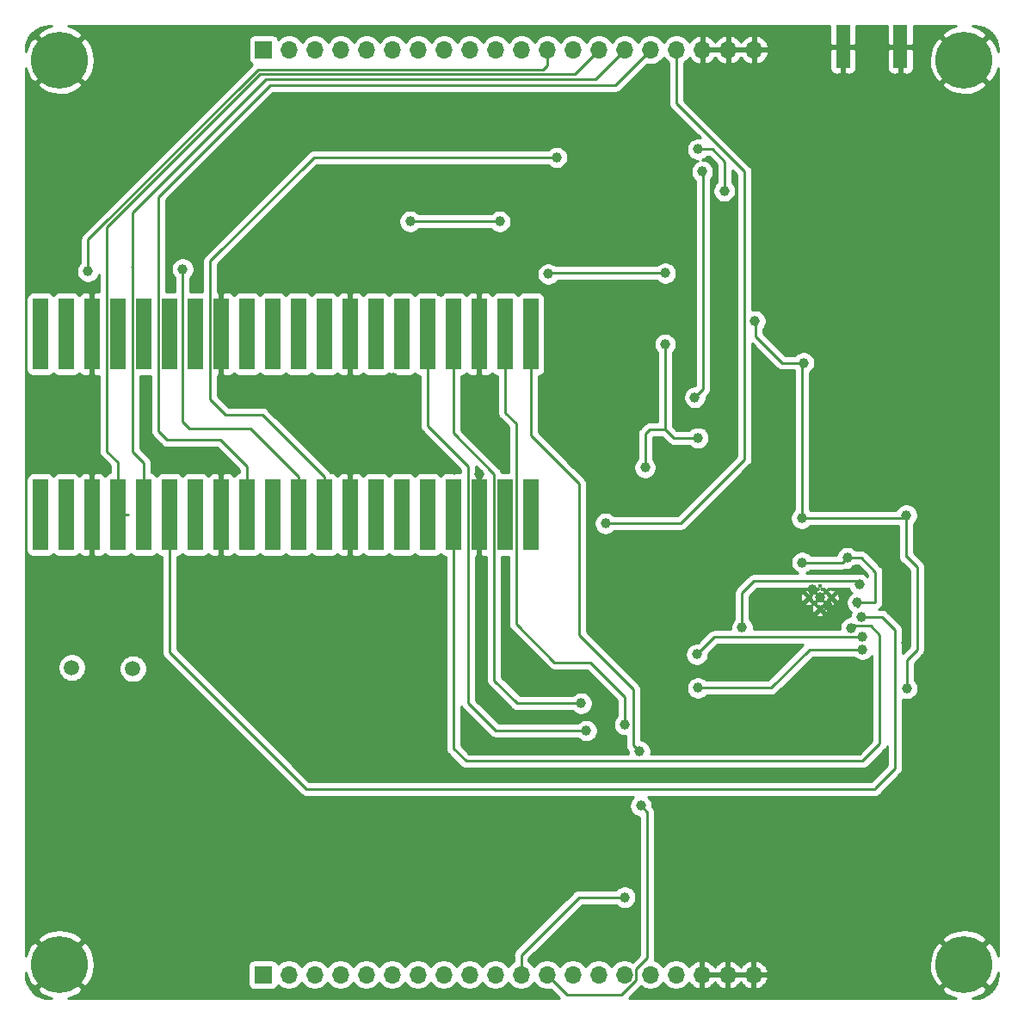
<source format=gbr>
%TF.GenerationSoftware,KiCad,Pcbnew,(5.1.12)-1*%
%TF.CreationDate,2024-04-15T13:07:49-04:00*%
%TF.ProjectId,QO100_TX,514f3130-305f-4545-982e-6b696361645f,rev?*%
%TF.SameCoordinates,Original*%
%TF.FileFunction,Copper,L2,Bot*%
%TF.FilePolarity,Positive*%
%FSLAX46Y46*%
G04 Gerber Fmt 4.6, Leading zero omitted, Abs format (unit mm)*
G04 Created by KiCad (PCBNEW (5.1.12)-1) date 2024-04-15 13:07:49*
%MOMM*%
%LPD*%
G01*
G04 APERTURE LIST*
%TA.AperFunction,ComponentPad*%
%ADD10C,0.400000*%
%TD*%
%TA.AperFunction,ComponentPad*%
%ADD11R,1.500000X7.000000*%
%TD*%
%TA.AperFunction,SMDPad,CuDef*%
%ADD12R,1.350000X4.200000*%
%TD*%
%TA.AperFunction,WasherPad*%
%ADD13C,1.500000*%
%TD*%
%TA.AperFunction,ComponentPad*%
%ADD14C,5.600000*%
%TD*%
%TA.AperFunction,ComponentPad*%
%ADD15O,1.700000X1.700000*%
%TD*%
%TA.AperFunction,ComponentPad*%
%ADD16R,1.700000X1.700000*%
%TD*%
%TA.AperFunction,ViaPad*%
%ADD17C,1.000000*%
%TD*%
%TA.AperFunction,Conductor*%
%ADD18C,0.250000*%
%TD*%
%TA.AperFunction,Conductor*%
%ADD19C,0.254000*%
%TD*%
%TA.AperFunction,Conductor*%
%ADD20C,0.100000*%
%TD*%
G04 APERTURE END LIST*
D10*
%TO.P,U8,25_5*%
%TO.N,GNDPWR*%
X132700000Y-184900000D03*
%TO.P,U8,25_4*%
X133800000Y-186000000D03*
%TO.P,U8,25_3*%
X133800000Y-183800000D03*
%TO.P,U8,25_2*%
X134900000Y-184900000D03*
%TO.P,U8,25_1*%
X133800000Y-184900000D03*
%TD*%
D11*
%TO.P,U1,40*%
%TO.N,Net-(L1-Pad2)*%
X57100000Y-158980000D03*
%TO.P,U1,39*%
%TO.N,Net-(U1-Pad39)*%
X59640000Y-158980000D03*
%TO.P,U1,38*%
%TO.N,GNDPWR*%
X62180000Y-158980000D03*
%TO.P,U1,37*%
%TO.N,Net-(U1-Pad37)*%
X64720000Y-158980000D03*
%TO.P,U1,36*%
%TO.N,Net-(U1-Pad36)*%
X67260000Y-158980000D03*
%TO.P,U1,35*%
%TO.N,Net-(R1-Pad1)*%
X69800000Y-158980000D03*
%TO.P,U1,34*%
%TO.N,Net-(C7-Pad2)*%
X72340000Y-158980000D03*
%TO.P,U1,33*%
%TO.N,GNDPWR*%
X74880000Y-158980000D03*
%TO.P,U1,32*%
%TO.N,Net-(U1-Pad32)*%
X77420000Y-158980000D03*
%TO.P,U1,31*%
%TO.N,Net-(U1-Pad31)*%
X79960000Y-158980000D03*
%TO.P,U1,30*%
%TO.N,RESET*%
X82500000Y-158980000D03*
%TO.P,U1,29*%
%TO.N,Net-(U1-Pad29)*%
X85040000Y-158980000D03*
%TO.P,U1,28*%
%TO.N,GNDPWR*%
X87580000Y-158980000D03*
%TO.P,U1,27*%
%TO.N,TX_I*%
X90120000Y-158980000D03*
%TO.P,U1,26*%
%TO.N,TX_Q*%
X92660000Y-158980000D03*
%TO.P,U1,25*%
%TO.N,LCD_SCL*%
X95200000Y-158980000D03*
%TO.P,U1,24*%
%TO.N,LCD_SDA*%
X97740000Y-158980000D03*
%TO.P,U1,23*%
%TO.N,GNDPWR*%
X100280000Y-158980000D03*
%TO.P,U1,22*%
%TO.N,MCU_SCL*%
X102820000Y-158980000D03*
%TO.P,U1,21*%
%TO.N,MCU_SDA*%
X105360000Y-158980000D03*
%TO.P,U1,20*%
%TO.N,PTT*%
X105360000Y-176760000D03*
%TO.P,U1,19*%
%TO.N,Net-(U1-Pad19)*%
X102820000Y-176760000D03*
%TO.P,U1,18*%
%TO.N,GNDPWR*%
X100280000Y-176760000D03*
%TO.P,U1,17*%
%TO.N,ADF_TX_LE*%
X97740000Y-176760000D03*
%TO.P,U1,16*%
%TO.N,Net-(U1-Pad16)*%
X95200000Y-176760000D03*
%TO.P,U1,15*%
%TO.N,ADF_TX_DATA*%
X92660000Y-176760000D03*
%TO.P,U1,14*%
%TO.N,ADF_TX_CLK*%
X90120000Y-176760000D03*
%TO.P,U1,13*%
%TO.N,GNDPWR*%
X87580000Y-176760000D03*
%TO.P,U1,12*%
%TO.N,KEY3*%
X85040000Y-176760000D03*
%TO.P,U1,11*%
%TO.N,KEY2*%
X82500000Y-176760000D03*
%TO.P,U1,10*%
%TO.N,KEY1*%
X79960000Y-176760000D03*
%TO.P,U1,9*%
%TO.N,ROT_SW*%
X77420000Y-176760000D03*
%TO.P,U1,8*%
%TO.N,GNDPWR*%
X74880000Y-176760000D03*
%TO.P,U1,7*%
%TO.N,Net-(U1-Pad7)*%
X72340000Y-176760000D03*
%TO.P,U1,6*%
%TO.N,ADF_MUX*%
X69800000Y-176760000D03*
%TO.P,U1,5*%
%TO.N,ROT_B*%
X67260000Y-176760000D03*
%TO.P,U1,4*%
%TO.N,ROT_A*%
X64720000Y-176760000D03*
%TO.P,U1,3*%
%TO.N,GNDPWR*%
X62180000Y-176760000D03*
%TO.P,U1,2*%
%TO.N,UART_RX*%
X59640000Y-176760000D03*
%TO.P,U1,1*%
%TO.N,UART_TX*%
X57100000Y-176760000D03*
%TD*%
D12*
%TO.P,J5,2*%
%TO.N,GNDPWR*%
X136075000Y-130700000D03*
X141725000Y-130700000D03*
%TD*%
D13*
%TO.P,J3,*%
%TO.N,*%
X60200000Y-191800000D03*
X66200000Y-191900000D03*
%TD*%
D14*
%TO.P,H4,1*%
%TO.N,GNDPWR*%
X148000000Y-221000000D03*
%TD*%
%TO.P,H3,1*%
%TO.N,GNDPWR*%
X59000000Y-221000000D03*
%TD*%
%TO.P,H2,1*%
%TO.N,GNDPWR*%
X148000000Y-132000000D03*
%TD*%
%TO.P,H1,1*%
%TO.N,GNDPWR*%
X59000000Y-132000000D03*
%TD*%
D15*
%TO.P,J2,20*%
%TO.N,GNDPWR*%
X127260000Y-222000000D03*
%TO.P,J2,19*%
X124720000Y-222000000D03*
%TO.P,J2,18*%
X122180000Y-222000000D03*
%TO.P,J2,17*%
%TO.N,LCD_SDA*%
X119640000Y-222000000D03*
%TO.P,J2,16*%
%TO.N,LCD_SCL*%
X117100000Y-222000000D03*
%TO.P,J2,15*%
%TO.N,Net-(J2-Pad15)*%
X114560000Y-222000000D03*
%TO.P,J2,14*%
%TO.N,UART_RX*%
X112020000Y-222000000D03*
%TO.P,J2,13*%
%TO.N,UART_TX*%
X109480000Y-222000000D03*
%TO.P,J2,12*%
%TO.N,MCU_SDA*%
X106940000Y-222000000D03*
%TO.P,J2,11*%
%TO.N,MCU_SCL*%
X104400000Y-222000000D03*
%TO.P,J2,10*%
%TO.N,Net-(J2-Pad10)*%
X101860000Y-222000000D03*
%TO.P,J2,9*%
%TO.N,Net-(J2-Pad9)*%
X99320000Y-222000000D03*
%TO.P,J2,8*%
%TO.N,Net-(J2-Pad8)*%
X96780000Y-222000000D03*
%TO.P,J2,7*%
%TO.N,Net-(J2-Pad7)*%
X94240000Y-222000000D03*
%TO.P,J2,6*%
%TO.N,Net-(J2-Pad6)*%
X91700000Y-222000000D03*
%TO.P,J2,5*%
%TO.N,Net-(J2-Pad5)*%
X89160000Y-222000000D03*
%TO.P,J2,4*%
%TO.N,Net-(J2-Pad4)*%
X86620000Y-222000000D03*
%TO.P,J2,3*%
%TO.N,Net-(J2-Pad3)*%
X84080000Y-222000000D03*
%TO.P,J2,2*%
%TO.N,Net-(J2-Pad2)*%
X81540000Y-222000000D03*
D16*
%TO.P,J2,1*%
%TO.N,Net-(J2-Pad1)*%
X79000000Y-222000000D03*
%TD*%
D15*
%TO.P,J1,20*%
%TO.N,GNDPWR*%
X127320000Y-131000000D03*
%TO.P,J1,19*%
X124780000Y-131000000D03*
%TO.P,J1,18*%
X122240000Y-131000000D03*
%TO.P,J1,17*%
%TO.N,PTT*%
X119700000Y-131000000D03*
%TO.P,J1,16*%
%TO.N,ROT_SW*%
X117160000Y-131000000D03*
%TO.P,J1,15*%
%TO.N,ROT_B*%
X114620000Y-131000000D03*
%TO.P,J1,14*%
%TO.N,ROT_A*%
X112080000Y-131000000D03*
%TO.P,J1,13*%
%TO.N,KEY3*%
X109540000Y-131000000D03*
%TO.P,J1,12*%
%TO.N,KEY2*%
X107000000Y-131000000D03*
%TO.P,J1,11*%
%TO.N,KEY1*%
X104460000Y-131000000D03*
%TO.P,J1,10*%
%TO.N,+3V3*%
X101920000Y-131000000D03*
%TO.P,J1,9*%
%TO.N,+5V*%
X99380000Y-131000000D03*
%TO.P,J1,8*%
%TO.N,+12V*%
X96840000Y-131000000D03*
%TO.P,J1,7*%
%TO.N,RESET*%
X94300000Y-131000000D03*
%TO.P,J1,6*%
%TO.N,Net-(J1-Pad6)*%
X91760000Y-131000000D03*
%TO.P,J1,5*%
%TO.N,Net-(J1-Pad5)*%
X89220000Y-131000000D03*
%TO.P,J1,4*%
%TO.N,Net-(J1-Pad4)*%
X86680000Y-131000000D03*
%TO.P,J1,3*%
%TO.N,Net-(J1-Pad3)*%
X84140000Y-131000000D03*
%TO.P,J1,2*%
%TO.N,Net-(J1-Pad2)*%
X81600000Y-131000000D03*
D16*
%TO.P,J1,1*%
%TO.N,Net-(J1-Pad1)*%
X79060000Y-131000000D03*
%TD*%
D17*
%TO.N,GNDPWR*%
X127800000Y-184900000D03*
X134600000Y-185700000D03*
X112400000Y-165600000D03*
X133800000Y-184900000D03*
X63000000Y-129600000D03*
X63000000Y-132600000D03*
X65900000Y-132200000D03*
X69700000Y-131900000D03*
X74800000Y-132400000D03*
X75800000Y-129800000D03*
X75000000Y-134500000D03*
X67300000Y-136600000D03*
X62200000Y-139200000D03*
X70200000Y-138100000D03*
X66900000Y-141900000D03*
X59600000Y-142300000D03*
X76600000Y-139800000D03*
X95700000Y-129400000D03*
X100600000Y-129100000D03*
X95000000Y-135900000D03*
X97700000Y-135900000D03*
X94700000Y-138500000D03*
X96300000Y-137900000D03*
X85400000Y-136400000D03*
X88400000Y-136400000D03*
X79700000Y-149300000D03*
X81800000Y-146400000D03*
X82800000Y-151000000D03*
X83900000Y-148200000D03*
X85600000Y-153100000D03*
X86900000Y-148500000D03*
X87500000Y-151400000D03*
X90200000Y-150300000D03*
X89800000Y-147600000D03*
X91700000Y-143800000D03*
X93100000Y-145700000D03*
X95700000Y-145700000D03*
X97900000Y-143400000D03*
X98800000Y-140100000D03*
X100400000Y-138000000D03*
X70200000Y-145900000D03*
X70200000Y-147500000D03*
X72100000Y-146700000D03*
X74600000Y-142300000D03*
X74200000Y-145700000D03*
X76900000Y-142700000D03*
X76800000Y-145700000D03*
X78900000Y-144000000D03*
X75600000Y-147900000D03*
X70300000Y-150100000D03*
X73400000Y-149900000D03*
X72500000Y-153500000D03*
X62500000Y-154100000D03*
X60200000Y-153900000D03*
X60000000Y-150300000D03*
X58900000Y-147100000D03*
X59900000Y-144900000D03*
X61500000Y-147000000D03*
X62100000Y-142800000D03*
X75700000Y-153600000D03*
X77800000Y-153600000D03*
X80100000Y-154000000D03*
X78200000Y-150200000D03*
X91200000Y-154000000D03*
X94700000Y-151200000D03*
X98700000Y-150400000D03*
X98900000Y-152200000D03*
X101900000Y-150200000D03*
X103900000Y-152500000D03*
X99400000Y-146600000D03*
X102400000Y-143600000D03*
X106700000Y-149500000D03*
X106900000Y-146500000D03*
X110900000Y-146300000D03*
X103400000Y-140200000D03*
X106700000Y-140100000D03*
X110100000Y-140300000D03*
X112300000Y-141800000D03*
X114700000Y-139900000D03*
X117400000Y-141800000D03*
X119700000Y-140300000D03*
X120200000Y-142100000D03*
X116200000Y-134900000D03*
X118300000Y-133900000D03*
X121500000Y-133300000D03*
X125200000Y-133200000D03*
X129100000Y-133100000D03*
X122300000Y-135600000D03*
X127600000Y-134900000D03*
X124800000Y-137800000D03*
X125000000Y-135400000D03*
X132300000Y-129300000D03*
X133400000Y-133000000D03*
X132200000Y-135200000D03*
X137700000Y-134800000D03*
X135000000Y-134900000D03*
X130200000Y-136100000D03*
X127900000Y-138900000D03*
X126400000Y-140300000D03*
X140600000Y-134300000D03*
X143800000Y-134800000D03*
X144300000Y-133200000D03*
X144300000Y-129200000D03*
X151000000Y-135600000D03*
X146000000Y-136200000D03*
X99800000Y-163800000D03*
X101100000Y-163900000D03*
X99300000Y-167400000D03*
X101300000Y-166300000D03*
X102300000Y-168400000D03*
X102600000Y-171100000D03*
X100300000Y-172800000D03*
X97800000Y-172300000D03*
X94700000Y-171900000D03*
X88200000Y-172000000D03*
X90700000Y-171000000D03*
X92600000Y-171900000D03*
X96100000Y-171400000D03*
X84900000Y-169900000D03*
X87600000Y-169300000D03*
X88400000Y-166400000D03*
X90900000Y-168200000D03*
X93300000Y-166600000D03*
X94100000Y-168900000D03*
X90000000Y-164300000D03*
X90900000Y-166200000D03*
X91800000Y-163300000D03*
X93800000Y-163600000D03*
X92800000Y-164000000D03*
X75100000Y-163800000D03*
X78700000Y-163800000D03*
X81100000Y-163700000D03*
X83800000Y-163800000D03*
X80300000Y-165700000D03*
X77000000Y-165500000D03*
X82600000Y-168100000D03*
X83300000Y-165700000D03*
X87500000Y-163700000D03*
X85200000Y-166400000D03*
X85900000Y-164400000D03*
X96500000Y-154800000D03*
X107800000Y-155100000D03*
X107900000Y-158300000D03*
X107900000Y-160200000D03*
X108300000Y-163900000D03*
X106800000Y-166900000D03*
X108300000Y-166800000D03*
X108100000Y-169500000D03*
X111200000Y-162200000D03*
X112100000Y-163000000D03*
X117200000Y-161700000D03*
X117100000Y-163700000D03*
X120100000Y-161800000D03*
X120000000Y-159300000D03*
X115000000Y-157300000D03*
X117200000Y-157200000D03*
X118500000Y-154800000D03*
X120500000Y-154700000D03*
X120800000Y-156700000D03*
X123900000Y-157600000D03*
X124900000Y-155300000D03*
X124400000Y-152000000D03*
X125300000Y-148300000D03*
X124400000Y-146900000D03*
X124400000Y-149800000D03*
X127900000Y-143400000D03*
X127900000Y-147100000D03*
X127900000Y-150400000D03*
X127800000Y-153800000D03*
X127700000Y-155700000D03*
X115900000Y-167400000D03*
X111200000Y-172600000D03*
X114100000Y-173000000D03*
X112300000Y-175200000D03*
X115700000Y-175800000D03*
X118800000Y-175800000D03*
X121200000Y-173900000D03*
X120100000Y-171800000D03*
X111600000Y-179700000D03*
X114600000Y-179700000D03*
X122700000Y-176900000D03*
X119700000Y-179400000D03*
X117700000Y-179800000D03*
X112100000Y-182600000D03*
X115900000Y-182900000D03*
X120800000Y-182700000D03*
X122800000Y-179400000D03*
X122500000Y-185500000D03*
X119600000Y-187600000D03*
X115300000Y-187100000D03*
X112600000Y-186100000D03*
X116900000Y-189300000D03*
X118300000Y-184400000D03*
X115100000Y-191600000D03*
X116600000Y-192700000D03*
X118200000Y-191700000D03*
X119500000Y-192800000D03*
X123300000Y-191700000D03*
X117000000Y-195200000D03*
X118700000Y-198100000D03*
X119700000Y-195300000D03*
X120900000Y-199300000D03*
X122600000Y-195800000D03*
X121000000Y-197500000D03*
X112100000Y-199700000D03*
X113000000Y-196100000D03*
X104300000Y-192000000D03*
X110200000Y-192700000D03*
X101500000Y-195000000D03*
X105300000Y-196600000D03*
X108600000Y-196600000D03*
X99100000Y-196900000D03*
X99800000Y-199500000D03*
X102400000Y-199500000D03*
X106600000Y-199500000D03*
X108900000Y-199400000D03*
X95000000Y-181800000D03*
X95400000Y-187200000D03*
X91300000Y-181700000D03*
X91400000Y-186500000D03*
X93800000Y-191200000D03*
X95900000Y-191900000D03*
X88000000Y-181800000D03*
X88700000Y-187800000D03*
X87900000Y-191300000D03*
X90100000Y-195000000D03*
X88200000Y-198200000D03*
X85800000Y-201700000D03*
X90500000Y-202000000D03*
X91000000Y-199300000D03*
X93100000Y-196000000D03*
X95900000Y-196100000D03*
X94900000Y-199400000D03*
X96500000Y-201700000D03*
X93600000Y-201800000D03*
X102600000Y-202500000D03*
X106600000Y-202400000D03*
X112000000Y-202400000D03*
X117400000Y-202400000D03*
X122000000Y-202400000D03*
X127200000Y-202500000D03*
X132700000Y-202300000D03*
X137600000Y-202400000D03*
X139800000Y-201100000D03*
X119700000Y-206100000D03*
X120200000Y-211600000D03*
X120600000Y-217400000D03*
X123300000Y-206200000D03*
X125100000Y-209800000D03*
X123600000Y-213100000D03*
X127400000Y-216900000D03*
X128700000Y-212300000D03*
X128700000Y-207300000D03*
X132200000Y-207800000D03*
X132000000Y-214700000D03*
X133500000Y-218700000D03*
X133100000Y-210900000D03*
X136400000Y-207400000D03*
X143400000Y-207300000D03*
X149700000Y-207100000D03*
X149400000Y-212700000D03*
X143200000Y-212600000D03*
X136900000Y-211400000D03*
X140900000Y-208600000D03*
X146600000Y-209900000D03*
X138800000Y-215900000D03*
X139200000Y-220900000D03*
X143100000Y-222500000D03*
X135800000Y-223000000D03*
X132300000Y-223100000D03*
X131300000Y-218200000D03*
X123400000Y-218800000D03*
X125300000Y-215500000D03*
X126400000Y-213200000D03*
X135500000Y-216500000D03*
X140600000Y-212500000D03*
X142700000Y-217600000D03*
X146200000Y-215600000D03*
X149700000Y-209900000D03*
X146600000Y-207100000D03*
X121500000Y-209100000D03*
X119600000Y-214900000D03*
X123000000Y-216000000D03*
X115700000Y-208700000D03*
X115200000Y-216400000D03*
X112100000Y-205300000D03*
X112200000Y-208800000D03*
X112000000Y-212300000D03*
X115500000Y-212600000D03*
X112100000Y-215800000D03*
X113700000Y-218200000D03*
X106300000Y-220000000D03*
X109100000Y-217300000D03*
X110800000Y-219900000D03*
X113600000Y-220100000D03*
X115200000Y-220000000D03*
X118300000Y-219900000D03*
X109500000Y-205300000D03*
X109500000Y-208800000D03*
X109600000Y-212900000D03*
X106600000Y-211100000D03*
X106100000Y-207300000D03*
X102300000Y-205400000D03*
X102300000Y-208900000D03*
X102600000Y-213100000D03*
X106100000Y-215000000D03*
X102600000Y-217800000D03*
X99200000Y-207200000D03*
X99400000Y-211700000D03*
X99800000Y-215800000D03*
X96300000Y-205800000D03*
X96000000Y-209700000D03*
X96400000Y-214200000D03*
X96400000Y-219100000D03*
X99300000Y-218400000D03*
X92600000Y-205200000D03*
X92400000Y-210700000D03*
X91700000Y-217000000D03*
X94100000Y-218800000D03*
X94200000Y-214700000D03*
X89400000Y-213200000D03*
X89400000Y-206200000D03*
X87100000Y-209800000D03*
X83800000Y-213100000D03*
X87800000Y-215800000D03*
X84700000Y-217200000D03*
X89100000Y-218200000D03*
X60800000Y-204100000D03*
X64300000Y-204000000D03*
X67600000Y-204400000D03*
X73500000Y-204300000D03*
X76700000Y-204000000D03*
X81800000Y-206200000D03*
X86300000Y-206600000D03*
X82600000Y-209700000D03*
X77700000Y-212100000D03*
X78500000Y-208200000D03*
X72700000Y-210100000D03*
X74300000Y-206800000D03*
X74800000Y-213800000D03*
X77000000Y-216200000D03*
X80200000Y-216000000D03*
X80800000Y-212700000D03*
X76600000Y-218500000D03*
X81500000Y-218300000D03*
X75100000Y-221800000D03*
X71700000Y-220300000D03*
X72800000Y-217200000D03*
X69100000Y-216000000D03*
X70500000Y-211800000D03*
X67400000Y-211600000D03*
X58500000Y-209100000D03*
X59400000Y-211300000D03*
X63000000Y-215400000D03*
X65700000Y-217500000D03*
X68600000Y-221800000D03*
X60800000Y-206800000D03*
X64100000Y-207500000D03*
X67300000Y-207200000D03*
X71400000Y-206600000D03*
X69100000Y-208800000D03*
X65600000Y-209300000D03*
X61800000Y-210600000D03*
X65500000Y-213800000D03*
X58400000Y-199000000D03*
X58800000Y-201700000D03*
X58700000Y-205800000D03*
X61200000Y-200200000D03*
X70800000Y-202700000D03*
X65900000Y-198800000D03*
X70100000Y-199300000D03*
X74000000Y-199300000D03*
X75700000Y-199700000D03*
X58800000Y-187400000D03*
X58200000Y-193800000D03*
X59100000Y-182900000D03*
X63800000Y-182800000D03*
X66300000Y-188200000D03*
X64200000Y-195400000D03*
X63800000Y-192000000D03*
X70000000Y-193600000D03*
X70600000Y-196000000D03*
X71500000Y-187500000D03*
X73400000Y-182400000D03*
X84700000Y-182300000D03*
X79000000Y-183700000D03*
X75100000Y-187100000D03*
X83200000Y-186700000D03*
X77000000Y-189000000D03*
X81900000Y-190000000D03*
X82200000Y-191100000D03*
X79600000Y-187300000D03*
X81200000Y-194500000D03*
X83600000Y-197000000D03*
X81600000Y-199100000D03*
X79900000Y-196800000D03*
X84900000Y-193300000D03*
X81900000Y-183300000D03*
X66600000Y-183700000D03*
X61000000Y-184800000D03*
X57200000Y-216500000D03*
X63700000Y-222700000D03*
X58900000Y-216500000D03*
X63400000Y-220800000D03*
X56900000Y-135700000D03*
X61100000Y-135600000D03*
X60000000Y-137900000D03*
X131700000Y-139500000D03*
X131700000Y-143900000D03*
X131700000Y-147800000D03*
X132000000Y-151600000D03*
X133800000Y-149200000D03*
X137500000Y-150600000D03*
X137600000Y-146800000D03*
X135100000Y-146900000D03*
X133200000Y-145400000D03*
X134700000Y-151300000D03*
X138000000Y-152500000D03*
X136600000Y-154600000D03*
X134300000Y-156200000D03*
X132400000Y-155300000D03*
X134900000Y-153400000D03*
X131400000Y-153400000D03*
X141600000Y-152400000D03*
X143100000Y-152500000D03*
X142400000Y-155100000D03*
X145000000Y-156000000D03*
X148400000Y-156300000D03*
X147900000Y-152900000D03*
X147700000Y-150200000D03*
X147000000Y-147300000D03*
X147300000Y-143500000D03*
X145100000Y-144200000D03*
X144300000Y-147600000D03*
X144100000Y-150700000D03*
X142000000Y-150200000D03*
X142300000Y-147200000D03*
X142300000Y-144100000D03*
X142200000Y-139700000D03*
X147900000Y-139500000D03*
X144000000Y-140900000D03*
X146000000Y-140300000D03*
X145600000Y-142700000D03*
X143100000Y-142700000D03*
X131600000Y-141200000D03*
X146000000Y-153900000D03*
X138500000Y-138500000D03*
X141400000Y-138400000D03*
X133600000Y-138100000D03*
X146000000Y-138100000D03*
X150000000Y-148300000D03*
X150100000Y-141700000D03*
X150100000Y-154200000D03*
X128900000Y-165800000D03*
X133400000Y-160300000D03*
X136600000Y-160200000D03*
X135300000Y-161000000D03*
X139400000Y-161900000D03*
X140300000Y-160200000D03*
X144400000Y-162000000D03*
X146300000Y-161900000D03*
X148200000Y-162000000D03*
X148600000Y-165400000D03*
X144500000Y-164900000D03*
X144600000Y-169100000D03*
X141100000Y-170100000D03*
X143200000Y-170000000D03*
X139300000Y-171300000D03*
X136500000Y-170900000D03*
X135500000Y-172000000D03*
X139400000Y-172800000D03*
X139100000Y-174400000D03*
X141300000Y-175300000D03*
X141000000Y-173400000D03*
X142800000Y-173200000D03*
X126500000Y-173600000D03*
X128700000Y-173400000D03*
X130300000Y-173300000D03*
X133600000Y-173200000D03*
X134100000Y-175200000D03*
X126500000Y-175800000D03*
X126400000Y-178800000D03*
X131200000Y-179800000D03*
X133500000Y-179800000D03*
X137700000Y-179800000D03*
X140500000Y-179800000D03*
X145000000Y-182200000D03*
X145000000Y-177400000D03*
X148700000Y-174200000D03*
X150000000Y-176100000D03*
X150200000Y-182000000D03*
X148500000Y-182100000D03*
X145600000Y-191300000D03*
X148600000Y-189400000D03*
X147700000Y-192900000D03*
X144900000Y-189600000D03*
X147300000Y-190800000D03*
X126300000Y-195000000D03*
X128000000Y-195500000D03*
X127000000Y-197800000D03*
X126500000Y-199600000D03*
X129600000Y-199500000D03*
X129200000Y-197700000D03*
X130900000Y-195900000D03*
X130600000Y-198100000D03*
X135800000Y-191800000D03*
X137900000Y-192600000D03*
X135800000Y-194800000D03*
X138500000Y-194700000D03*
X137100000Y-196400000D03*
X138300000Y-198500000D03*
X142500000Y-197200000D03*
X145900000Y-197100000D03*
X146900000Y-194700000D03*
X148200000Y-198500000D03*
X146700000Y-200600000D03*
X148300000Y-202100000D03*
X142300000Y-202400000D03*
X140800000Y-204500000D03*
X135300000Y-205600000D03*
X139400000Y-206400000D03*
X150400000Y-194000000D03*
X150400000Y-188000000D03*
X150200000Y-200200000D03*
X124600000Y-182300000D03*
X124600000Y-176200000D03*
X134800000Y-166900000D03*
X136500000Y-165300000D03*
X136800000Y-167400000D03*
X139400000Y-167400000D03*
X144600000Y-163500000D03*
X133050000Y-184150000D03*
X126100000Y-182200000D03*
X137300000Y-182200000D03*
X145100000Y-185400000D03*
X148400000Y-185300000D03*
X142300000Y-189400000D03*
X140500000Y-181900000D03*
X74500000Y-192500000D03*
X76400000Y-192500000D03*
%TO.N,PTT*%
X112700000Y-177600000D03*
%TO.N,+5V*%
X121500000Y-165200000D03*
X93500000Y-147900000D03*
X102300000Y-147900000D03*
X122225010Y-142974990D03*
%TO.N,KEY3*%
X107900000Y-141600000D03*
%TO.N,KEY2*%
X71100000Y-152600000D03*
X61800000Y-152800000D03*
%TO.N,+3V3*%
X142300000Y-176800000D03*
X132012500Y-177112500D03*
X121800000Y-140800000D03*
X124400000Y-144900000D03*
X132200000Y-161800000D03*
X127400000Y-157700000D03*
X142350000Y-193850000D03*
%TO.N,LCD_SDA*%
X110300000Y-195300000D03*
%TO.N,LCD_SCL*%
X110800000Y-198000000D03*
%TO.N,MCU_SDA*%
X116200000Y-205400000D03*
X116050000Y-200050000D03*
%TO.N,MCU_SCL*%
X114600000Y-197400000D03*
X114600000Y-214400000D03*
%TO.N,Net-(C14-Pad1)*%
X121800000Y-169200000D03*
X118575000Y-159975000D03*
X116600000Y-172100000D03*
%TO.N,Net-(C39-Pad1)*%
X137500000Y-185400000D03*
X136500000Y-181000000D03*
X132050000Y-181450000D03*
%TO.N,Net-(C41-Pad1)*%
X137700000Y-183600000D03*
X126149990Y-187849990D03*
%TO.N,Net-(L4-Pad1)*%
X107075000Y-153075000D03*
X118587500Y-152987500D03*
%TO.N,ADF_TX_LE*%
X136900000Y-187900000D03*
%TO.N,ADF_TX_DATA*%
X138000000Y-188800000D03*
X121700000Y-190500000D03*
%TO.N,ADF_TX_CLK*%
X138000000Y-190000000D03*
X121800000Y-193800000D03*
%TO.N,ADF_MUX*%
X137900000Y-186800000D03*
%TD*%
D18*
%TO.N,ROT_A*%
X64720000Y-176760000D02*
X65720000Y-176760000D01*
X64720000Y-176760000D02*
X64720000Y-171620000D01*
X64720000Y-171620000D02*
X63644999Y-170544999D01*
X63644999Y-152555001D02*
X63644999Y-148455001D01*
X63644999Y-170544999D02*
X63644999Y-152555001D01*
X63644999Y-152555001D02*
X63644999Y-152244999D01*
X63644999Y-148455001D02*
X78700000Y-133400000D01*
X109680000Y-133400000D02*
X112080000Y-131000000D01*
X78700000Y-133400000D02*
X109680000Y-133400000D01*
%TO.N,ROT_B*%
X67260000Y-176760000D02*
X67260000Y-171640000D01*
X67260000Y-171640000D02*
X66420000Y-170800000D01*
X66420000Y-170800000D02*
X66400000Y-170800000D01*
X66400000Y-170800000D02*
X66184999Y-170584999D01*
X66100000Y-152400000D02*
X66184999Y-152484999D01*
X114620000Y-131000000D02*
X111720000Y-133900000D01*
X111720000Y-133900000D02*
X79300000Y-133900000D01*
X66184999Y-147015001D02*
X66184999Y-153315001D01*
X79300000Y-133900000D02*
X66184999Y-147015001D01*
X66184999Y-153315001D02*
X66184999Y-152484999D01*
X66184999Y-170584999D02*
X66184999Y-153315001D01*
%TO.N,ROT_SW*%
X77420000Y-172020000D02*
X77420000Y-176760000D01*
X74800000Y-169400000D02*
X77420000Y-172020000D01*
X69600000Y-169400000D02*
X74800000Y-169400000D01*
X68724999Y-168524999D02*
X69600000Y-169400000D01*
X68724999Y-145475001D02*
X68724999Y-168524999D01*
X79700000Y-134500000D02*
X68724999Y-145475001D01*
X113660000Y-134500000D02*
X79700000Y-134500000D01*
X117160000Y-131000000D02*
X113660000Y-134500000D01*
%TO.N,PTT*%
X126400000Y-161500000D02*
X126400000Y-143000000D01*
X119700000Y-136300000D02*
X119700000Y-131000000D01*
X126400000Y-143000000D02*
X119700000Y-136300000D01*
X126400000Y-161500000D02*
X126400000Y-171300000D01*
X126400000Y-171300000D02*
X120100000Y-177600000D01*
X120100000Y-177600000D02*
X112700000Y-177600000D01*
X112700000Y-177600000D02*
X112700000Y-177600000D01*
%TO.N,+5V*%
X93500000Y-147900000D02*
X102300000Y-147900000D01*
X121500000Y-165200000D02*
X122300000Y-164400000D01*
X122300000Y-164400000D02*
X122300000Y-143000000D01*
%TO.N,KEY3*%
X85040000Y-173010000D02*
X78930000Y-166900000D01*
X85040000Y-176760000D02*
X85040000Y-173010000D01*
X78930000Y-166900000D02*
X75300000Y-166900000D01*
X75300000Y-166900000D02*
X73804999Y-165404999D01*
X73804999Y-153095001D02*
X73804999Y-151795001D01*
X73804999Y-165404999D02*
X73804999Y-153095001D01*
X73804999Y-153095001D02*
X73804999Y-152895001D01*
X73804999Y-151795001D02*
X84000000Y-141600000D01*
X84000000Y-141600000D02*
X107900000Y-141600000D01*
X107900000Y-141600000D02*
X108100000Y-141600000D01*
%TO.N,KEY2*%
X82500000Y-173010000D02*
X77790000Y-168300000D01*
X82500000Y-176760000D02*
X82500000Y-173010000D01*
X77790000Y-168300000D02*
X71800000Y-168300000D01*
X71800000Y-168300000D02*
X71100000Y-167600000D01*
X71100000Y-167600000D02*
X71100000Y-152600000D01*
X107000000Y-131000000D02*
X107000000Y-132549990D01*
X78513599Y-132949991D02*
X61800000Y-149663590D01*
X106600000Y-132949990D02*
X78513599Y-132949991D01*
X107000000Y-132549990D02*
X106600000Y-132949990D01*
X61800000Y-149663590D02*
X61800000Y-152600000D01*
X61800000Y-152600000D02*
X61800000Y-152800000D01*
X71100000Y-152600000D02*
X71100000Y-152600000D01*
X61800000Y-152800000D02*
X61800000Y-152800000D01*
%TO.N,+3V3*%
X142300000Y-180900000D02*
X142300000Y-176800000D01*
X142300000Y-176800000D02*
X142300000Y-176800000D01*
X141987500Y-177112500D02*
X142300000Y-176800000D01*
X132012500Y-177112500D02*
X141987500Y-177112500D01*
X121800000Y-140800000D02*
X123200000Y-140800000D01*
X123200000Y-140800000D02*
X124400000Y-142000000D01*
X124400000Y-142000000D02*
X124400000Y-144900000D01*
X124400000Y-144900000D02*
X124400000Y-144900000D01*
X132012500Y-161987500D02*
X132200000Y-161800000D01*
X132012500Y-177112500D02*
X132012500Y-161987500D01*
X132200000Y-161800000D02*
X130100000Y-161800000D01*
X130100000Y-161800000D02*
X127500000Y-159200000D01*
X127500000Y-157800000D02*
X127400000Y-157700000D01*
X127500000Y-159200000D02*
X127500000Y-157800000D01*
X142350000Y-193850000D02*
X142350000Y-191050000D01*
X142350000Y-191050000D02*
X143400000Y-190000000D01*
X143400000Y-190000000D02*
X143400000Y-181900000D01*
X143400000Y-181900000D02*
X142400000Y-180900000D01*
X142300000Y-180900000D02*
X142400000Y-180900000D01*
%TO.N,LCD_SDA*%
X97740000Y-158980000D02*
X97740000Y-168740000D01*
X101744999Y-172744999D02*
X101744999Y-193044999D01*
X97740000Y-168740000D02*
X101744999Y-172744999D01*
X101744999Y-193044999D02*
X104000000Y-195300000D01*
X104000000Y-195300000D02*
X110300000Y-195300000D01*
X110300000Y-195300000D02*
X110500000Y-195300000D01*
%TO.N,LCD_SCL*%
X99204999Y-172004999D02*
X99204999Y-195304999D01*
X99204999Y-195304999D02*
X101900000Y-198000000D01*
X101900000Y-198000000D02*
X110800000Y-198000000D01*
X96275001Y-169075001D02*
X96400000Y-169200000D01*
X96400000Y-169200000D02*
X99204999Y-172004999D01*
X95200000Y-168000000D02*
X95200000Y-158980000D01*
X96400000Y-169200000D02*
X95200000Y-168000000D01*
X110800000Y-198000000D02*
X110800000Y-198000000D01*
%TO.N,MCU_SDA*%
X115735001Y-222564001D02*
X114299002Y-224000000D01*
X115735001Y-221435999D02*
X115735001Y-222564001D01*
X116799999Y-220371001D02*
X115735001Y-221435999D01*
X116799999Y-212299999D02*
X116799999Y-220371001D01*
X108940000Y-224000000D02*
X106940000Y-222000000D01*
X114299002Y-224000000D02*
X108940000Y-224000000D01*
X115425001Y-193925001D02*
X115425001Y-199425001D01*
X115425001Y-199425001D02*
X116050000Y-200050000D01*
X116799999Y-212299999D02*
X116799999Y-205999999D01*
X116799999Y-205999999D02*
X116200000Y-205400000D01*
X116200000Y-205400000D02*
X116200000Y-205400000D01*
X116050000Y-200050000D02*
X116200000Y-200200000D01*
X110100000Y-188600000D02*
X115425001Y-193925001D01*
X110100000Y-188600000D02*
X110100000Y-173700000D01*
X105360000Y-168960000D02*
X105360000Y-158980000D01*
X110100000Y-173700000D02*
X105360000Y-168960000D01*
%TO.N,MCU_SCL*%
X102820000Y-158980000D02*
X102820000Y-166720000D01*
X103895001Y-167795001D02*
X103895001Y-187495001D01*
X102820000Y-166720000D02*
X103895001Y-167795001D01*
X103895001Y-187495001D02*
X107700000Y-191300000D01*
X107700000Y-191300000D02*
X111200000Y-191300000D01*
X111200000Y-191300000D02*
X114600000Y-194700000D01*
X114600000Y-194700000D02*
X114600000Y-197400000D01*
X114600000Y-197400000D02*
X114600000Y-197400000D01*
X110100000Y-214400000D02*
X114600000Y-214400000D01*
X104400000Y-220100000D02*
X110100000Y-214400000D01*
X104400000Y-222000000D02*
X104400000Y-220100000D01*
%TO.N,Net-(C14-Pad1)*%
X118575000Y-159975000D02*
X118575000Y-168375000D01*
X119400000Y-169200000D02*
X121800000Y-169200000D01*
X118575000Y-168375000D02*
X119400000Y-169200000D01*
X118575000Y-168375000D02*
X117025000Y-168375000D01*
X116600000Y-168800000D02*
X116600000Y-172100000D01*
X117025000Y-168375000D02*
X116600000Y-168800000D01*
%TO.N,Net-(C39-Pad1)*%
X136050000Y-181450000D02*
X136500000Y-181000000D01*
X132050000Y-181450000D02*
X136050000Y-181450000D01*
X137500000Y-185800000D02*
X137525001Y-185825001D01*
X137900000Y-181000000D02*
X136500000Y-181000000D01*
X139274999Y-182374999D02*
X137900000Y-181000000D01*
X139200000Y-185400000D02*
X139274999Y-185325001D01*
X137500000Y-185400000D02*
X139200000Y-185400000D01*
X139274999Y-185325001D02*
X139274999Y-182374999D01*
%TO.N,Net-(C41-Pad1)*%
X137374999Y-183274999D02*
X137750000Y-183650000D01*
X127325001Y-183274999D02*
X137374999Y-183274999D01*
X126149990Y-184450010D02*
X127325001Y-183274999D01*
X126149990Y-187849990D02*
X126149990Y-184450010D01*
%TO.N,Net-(L4-Pad1)*%
X107162500Y-152987500D02*
X107075000Y-153075000D01*
X118587500Y-152987500D02*
X107162500Y-152987500D01*
%TO.N,ADF_TX_LE*%
X97740000Y-199740000D02*
X97740000Y-176760000D01*
X99000021Y-201000021D02*
X97740000Y-199740000D01*
X136200021Y-201000021D02*
X99000021Y-201000021D01*
X136499979Y-201000021D02*
X136200021Y-201000021D01*
X137200000Y-187700000D02*
X137100000Y-187600000D01*
X139700000Y-188600000D02*
X138800000Y-187700000D01*
X139700000Y-199300000D02*
X139700000Y-188600000D01*
X137999979Y-201000021D02*
X139700000Y-199300000D01*
X136200021Y-201000021D02*
X137999979Y-201000021D01*
X137100000Y-187700000D02*
X136900000Y-187900000D01*
X138800000Y-187700000D02*
X137100000Y-187700000D01*
%TO.N,ADF_TX_DATA*%
X138000000Y-188800000D02*
X123400000Y-188800000D01*
X123400000Y-188800000D02*
X121700000Y-190500000D01*
X121700000Y-190500000D02*
X121700000Y-190500000D01*
%TO.N,ADF_TX_CLK*%
X138000000Y-190000000D02*
X132800000Y-190000000D01*
X132800000Y-190000000D02*
X129000000Y-193800000D01*
X129000000Y-193800000D02*
X121800000Y-193800000D01*
X121800000Y-193800000D02*
X121800000Y-193800000D01*
%TO.N,ADF_MUX*%
X83250010Y-203750010D02*
X139249990Y-203750010D01*
X69800000Y-190300000D02*
X83250010Y-203750010D01*
X69800000Y-176760000D02*
X69800000Y-190300000D01*
X139249990Y-203750010D02*
X139249990Y-203650010D01*
X139249990Y-203650010D02*
X141200000Y-201700000D01*
X141200000Y-201700000D02*
X141200000Y-188100000D01*
X139900000Y-186800000D02*
X141200000Y-188100000D01*
X138100000Y-186800000D02*
X139900000Y-186800000D01*
%TD*%
D19*
%TO.N,GNDPWR*%
X57686994Y-128807870D02*
X57089470Y-129125361D01*
X57075308Y-129134823D01*
X56763124Y-129583519D01*
X59000000Y-131820395D01*
X61236876Y-129583519D01*
X60924692Y-129134823D01*
X60328741Y-128814388D01*
X59824276Y-128660000D01*
X134762030Y-128660000D01*
X134765000Y-130414250D01*
X134923750Y-130573000D01*
X135948000Y-130573000D01*
X135948000Y-130553000D01*
X136202000Y-130553000D01*
X136202000Y-130573000D01*
X137226250Y-130573000D01*
X137385000Y-130414250D01*
X137387970Y-128660000D01*
X140412030Y-128660000D01*
X140415000Y-130414250D01*
X140573750Y-130573000D01*
X141598000Y-130573000D01*
X141598000Y-130553000D01*
X141852000Y-130553000D01*
X141852000Y-130573000D01*
X142876250Y-130573000D01*
X143035000Y-130414250D01*
X143037970Y-128660000D01*
X147178821Y-128660000D01*
X146686994Y-128807870D01*
X146089470Y-129125361D01*
X146075308Y-129134823D01*
X145763124Y-129583519D01*
X148000000Y-131820395D01*
X150236876Y-129583519D01*
X149924692Y-129134823D01*
X149328741Y-128814388D01*
X148824276Y-128660000D01*
X148967721Y-128660000D01*
X149453893Y-128707670D01*
X149890498Y-128839489D01*
X150293185Y-129053600D01*
X150646612Y-129341848D01*
X150937327Y-129693261D01*
X151154242Y-130094439D01*
X151289106Y-130530113D01*
X151340000Y-131014344D01*
X151340000Y-131178821D01*
X151192130Y-130686994D01*
X150874639Y-130089470D01*
X150865177Y-130075308D01*
X150416481Y-129763124D01*
X148179605Y-132000000D01*
X150416481Y-134236876D01*
X150865177Y-133924692D01*
X151185612Y-133328741D01*
X151340000Y-132824276D01*
X151340001Y-220178824D01*
X151192130Y-219686994D01*
X150874639Y-219089470D01*
X150865177Y-219075308D01*
X150416481Y-218763124D01*
X148179605Y-221000000D01*
X150416481Y-223236876D01*
X150865177Y-222924692D01*
X151185612Y-222328741D01*
X151340001Y-221824272D01*
X151340001Y-221967711D01*
X151292330Y-222453894D01*
X151160512Y-222890497D01*
X150946399Y-223293186D01*
X150658150Y-223646613D01*
X150306739Y-223937327D01*
X149905564Y-224154240D01*
X149469886Y-224289106D01*
X148985664Y-224340000D01*
X148821179Y-224340000D01*
X149313006Y-224192130D01*
X149910530Y-223874639D01*
X149924692Y-223865177D01*
X150236876Y-223416481D01*
X148000000Y-221179605D01*
X145763124Y-223416481D01*
X146075308Y-223865177D01*
X146671259Y-224185612D01*
X147175724Y-224340000D01*
X115033803Y-224340000D01*
X116193508Y-223180296D01*
X116396589Y-223315990D01*
X116666842Y-223427932D01*
X116953740Y-223485000D01*
X117246260Y-223485000D01*
X117533158Y-223427932D01*
X117803411Y-223315990D01*
X118046632Y-223153475D01*
X118253475Y-222946632D01*
X118370000Y-222772240D01*
X118486525Y-222946632D01*
X118693368Y-223153475D01*
X118936589Y-223315990D01*
X119206842Y-223427932D01*
X119493740Y-223485000D01*
X119786260Y-223485000D01*
X120073158Y-223427932D01*
X120343411Y-223315990D01*
X120586632Y-223153475D01*
X120793475Y-222946632D01*
X120915195Y-222764466D01*
X120984822Y-222881355D01*
X121179731Y-223097588D01*
X121413080Y-223271641D01*
X121675901Y-223396825D01*
X121823110Y-223441476D01*
X122053000Y-223320155D01*
X122053000Y-222127000D01*
X122307000Y-222127000D01*
X122307000Y-223320155D01*
X122536890Y-223441476D01*
X122684099Y-223396825D01*
X122946920Y-223271641D01*
X123180269Y-223097588D01*
X123375178Y-222881355D01*
X123450000Y-222755745D01*
X123524822Y-222881355D01*
X123719731Y-223097588D01*
X123953080Y-223271641D01*
X124215901Y-223396825D01*
X124363110Y-223441476D01*
X124593000Y-223320155D01*
X124593000Y-222127000D01*
X124847000Y-222127000D01*
X124847000Y-223320155D01*
X125076890Y-223441476D01*
X125224099Y-223396825D01*
X125486920Y-223271641D01*
X125720269Y-223097588D01*
X125915178Y-222881355D01*
X125990000Y-222755745D01*
X126064822Y-222881355D01*
X126259731Y-223097588D01*
X126493080Y-223271641D01*
X126755901Y-223396825D01*
X126903110Y-223441476D01*
X127133000Y-223320155D01*
X127133000Y-222127000D01*
X127387000Y-222127000D01*
X127387000Y-223320155D01*
X127616890Y-223441476D01*
X127764099Y-223396825D01*
X128026920Y-223271641D01*
X128260269Y-223097588D01*
X128455178Y-222881355D01*
X128604157Y-222631252D01*
X128701481Y-222356891D01*
X128580814Y-222127000D01*
X127387000Y-222127000D01*
X127133000Y-222127000D01*
X124847000Y-222127000D01*
X124593000Y-222127000D01*
X122307000Y-222127000D01*
X122053000Y-222127000D01*
X122033000Y-222127000D01*
X122033000Y-221873000D01*
X122053000Y-221873000D01*
X122053000Y-220679845D01*
X122307000Y-220679845D01*
X122307000Y-221873000D01*
X124593000Y-221873000D01*
X124593000Y-220679845D01*
X124847000Y-220679845D01*
X124847000Y-221873000D01*
X127133000Y-221873000D01*
X127133000Y-220679845D01*
X127387000Y-220679845D01*
X127387000Y-221873000D01*
X128580814Y-221873000D01*
X128701481Y-221643109D01*
X128604157Y-221368748D01*
X128455178Y-221118645D01*
X128340558Y-220991484D01*
X144548390Y-220991484D01*
X144613051Y-221665023D01*
X144807870Y-222313006D01*
X145125361Y-222910530D01*
X145134823Y-222924692D01*
X145583519Y-223236876D01*
X147820395Y-221000000D01*
X145583519Y-218763124D01*
X145134823Y-219075308D01*
X144814388Y-219671259D01*
X144616374Y-220318273D01*
X144548390Y-220991484D01*
X128340558Y-220991484D01*
X128260269Y-220902412D01*
X128026920Y-220728359D01*
X127764099Y-220603175D01*
X127616890Y-220558524D01*
X127387000Y-220679845D01*
X127133000Y-220679845D01*
X126903110Y-220558524D01*
X126755901Y-220603175D01*
X126493080Y-220728359D01*
X126259731Y-220902412D01*
X126064822Y-221118645D01*
X125990000Y-221244255D01*
X125915178Y-221118645D01*
X125720269Y-220902412D01*
X125486920Y-220728359D01*
X125224099Y-220603175D01*
X125076890Y-220558524D01*
X124847000Y-220679845D01*
X124593000Y-220679845D01*
X124363110Y-220558524D01*
X124215901Y-220603175D01*
X123953080Y-220728359D01*
X123719731Y-220902412D01*
X123524822Y-221118645D01*
X123450000Y-221244255D01*
X123375178Y-221118645D01*
X123180269Y-220902412D01*
X122946920Y-220728359D01*
X122684099Y-220603175D01*
X122536890Y-220558524D01*
X122307000Y-220679845D01*
X122053000Y-220679845D01*
X121823110Y-220558524D01*
X121675901Y-220603175D01*
X121413080Y-220728359D01*
X121179731Y-220902412D01*
X120984822Y-221118645D01*
X120915195Y-221235534D01*
X120793475Y-221053368D01*
X120586632Y-220846525D01*
X120343411Y-220684010D01*
X120073158Y-220572068D01*
X119786260Y-220515000D01*
X119493740Y-220515000D01*
X119206842Y-220572068D01*
X118936589Y-220684010D01*
X118693368Y-220846525D01*
X118486525Y-221053368D01*
X118370000Y-221227760D01*
X118253475Y-221053368D01*
X118046632Y-220846525D01*
X117803411Y-220684010D01*
X117533199Y-220572085D01*
X117549002Y-220519987D01*
X117559999Y-220408334D01*
X117563676Y-220371001D01*
X117559999Y-220333668D01*
X117559999Y-218583519D01*
X145763124Y-218583519D01*
X148000000Y-220820395D01*
X150236876Y-218583519D01*
X149924692Y-218134823D01*
X149328741Y-217814388D01*
X148681727Y-217616374D01*
X148008516Y-217548390D01*
X147334977Y-217613051D01*
X146686994Y-217807870D01*
X146089470Y-218125361D01*
X146075308Y-218134823D01*
X145763124Y-218583519D01*
X117559999Y-218583519D01*
X117559999Y-206037324D01*
X117563675Y-205999999D01*
X117559999Y-205962674D01*
X117559999Y-205962666D01*
X117549002Y-205851013D01*
X117505545Y-205707752D01*
X117434973Y-205575723D01*
X117340000Y-205459998D01*
X117335000Y-205455895D01*
X117335000Y-205288212D01*
X117291383Y-205068933D01*
X117205824Y-204862376D01*
X117081612Y-204676480D01*
X116923520Y-204518388D01*
X116910981Y-204510010D01*
X139212657Y-204510010D01*
X139249990Y-204513687D01*
X139287323Y-204510010D01*
X139398976Y-204499013D01*
X139542237Y-204455556D01*
X139674266Y-204384984D01*
X139789991Y-204290011D01*
X139884964Y-204174286D01*
X139955536Y-204042257D01*
X139965547Y-204009254D01*
X141711004Y-202263798D01*
X141740001Y-202240001D01*
X141834974Y-202124276D01*
X141905546Y-201992247D01*
X141949003Y-201848986D01*
X141960000Y-201737333D01*
X141960000Y-201737332D01*
X141963677Y-201700000D01*
X141960000Y-201662667D01*
X141960000Y-194916972D01*
X142018933Y-194941383D01*
X142238212Y-194985000D01*
X142461788Y-194985000D01*
X142681067Y-194941383D01*
X142887624Y-194855824D01*
X143073520Y-194731612D01*
X143231612Y-194573520D01*
X143355824Y-194387624D01*
X143441383Y-194181067D01*
X143485000Y-193961788D01*
X143485000Y-193738212D01*
X143441383Y-193518933D01*
X143355824Y-193312376D01*
X143231612Y-193126480D01*
X143110000Y-193004868D01*
X143110000Y-191364801D01*
X143911004Y-190563798D01*
X143940001Y-190540001D01*
X144034974Y-190424276D01*
X144105546Y-190292247D01*
X144149003Y-190148986D01*
X144160000Y-190037333D01*
X144160000Y-190037324D01*
X144163676Y-190000001D01*
X144160000Y-189962678D01*
X144160000Y-181937333D01*
X144163677Y-181900000D01*
X144149003Y-181751014D01*
X144105546Y-181607753D01*
X144034974Y-181475724D01*
X143963799Y-181388997D01*
X143940001Y-181359999D01*
X143911003Y-181336201D01*
X143060000Y-180485199D01*
X143060000Y-177645132D01*
X143181612Y-177523520D01*
X143305824Y-177337624D01*
X143391383Y-177131067D01*
X143435000Y-176911788D01*
X143435000Y-176688212D01*
X143391383Y-176468933D01*
X143305824Y-176262376D01*
X143181612Y-176076480D01*
X143023520Y-175918388D01*
X142837624Y-175794176D01*
X142631067Y-175708617D01*
X142411788Y-175665000D01*
X142188212Y-175665000D01*
X141968933Y-175708617D01*
X141762376Y-175794176D01*
X141576480Y-175918388D01*
X141418388Y-176076480D01*
X141294176Y-176262376D01*
X141256845Y-176352500D01*
X132857632Y-176352500D01*
X132772500Y-176267368D01*
X132772500Y-162782521D01*
X132923520Y-162681612D01*
X133081612Y-162523520D01*
X133205824Y-162337624D01*
X133291383Y-162131067D01*
X133335000Y-161911788D01*
X133335000Y-161688212D01*
X133291383Y-161468933D01*
X133205824Y-161262376D01*
X133081612Y-161076480D01*
X132923520Y-160918388D01*
X132737624Y-160794176D01*
X132531067Y-160708617D01*
X132311788Y-160665000D01*
X132088212Y-160665000D01*
X131868933Y-160708617D01*
X131662376Y-160794176D01*
X131476480Y-160918388D01*
X131354868Y-161040000D01*
X130414802Y-161040000D01*
X128260000Y-158885199D01*
X128260000Y-158445132D01*
X128281612Y-158423520D01*
X128405824Y-158237624D01*
X128491383Y-158031067D01*
X128535000Y-157811788D01*
X128535000Y-157588212D01*
X128491383Y-157368933D01*
X128405824Y-157162376D01*
X128281612Y-156976480D01*
X128123520Y-156818388D01*
X127937624Y-156694176D01*
X127731067Y-156608617D01*
X127511788Y-156565000D01*
X127288212Y-156565000D01*
X127160000Y-156590503D01*
X127160000Y-143037323D01*
X127163676Y-143000000D01*
X127160000Y-142962677D01*
X127160000Y-142962667D01*
X127149003Y-142851014D01*
X127105546Y-142707753D01*
X127034974Y-142575724D01*
X126940001Y-142459999D01*
X126911003Y-142436201D01*
X120460000Y-135985199D01*
X120460000Y-134416481D01*
X145763124Y-134416481D01*
X146075308Y-134865177D01*
X146671259Y-135185612D01*
X147318273Y-135383626D01*
X147991484Y-135451610D01*
X148665023Y-135386949D01*
X149313006Y-135192130D01*
X149910530Y-134874639D01*
X149924692Y-134865177D01*
X150236876Y-134416481D01*
X148000000Y-132179605D01*
X145763124Y-134416481D01*
X120460000Y-134416481D01*
X120460000Y-132800000D01*
X134761928Y-132800000D01*
X134774188Y-132924482D01*
X134810498Y-133044180D01*
X134869463Y-133154494D01*
X134948815Y-133251185D01*
X135045506Y-133330537D01*
X135155820Y-133389502D01*
X135275518Y-133425812D01*
X135400000Y-133438072D01*
X135789250Y-133435000D01*
X135948000Y-133276250D01*
X135948000Y-130827000D01*
X136202000Y-130827000D01*
X136202000Y-133276250D01*
X136360750Y-133435000D01*
X136750000Y-133438072D01*
X136874482Y-133425812D01*
X136994180Y-133389502D01*
X137104494Y-133330537D01*
X137201185Y-133251185D01*
X137280537Y-133154494D01*
X137339502Y-133044180D01*
X137375812Y-132924482D01*
X137388072Y-132800000D01*
X140411928Y-132800000D01*
X140424188Y-132924482D01*
X140460498Y-133044180D01*
X140519463Y-133154494D01*
X140598815Y-133251185D01*
X140695506Y-133330537D01*
X140805820Y-133389502D01*
X140925518Y-133425812D01*
X141050000Y-133438072D01*
X141439250Y-133435000D01*
X141598000Y-133276250D01*
X141598000Y-130827000D01*
X141852000Y-130827000D01*
X141852000Y-133276250D01*
X142010750Y-133435000D01*
X142400000Y-133438072D01*
X142524482Y-133425812D01*
X142644180Y-133389502D01*
X142754494Y-133330537D01*
X142851185Y-133251185D01*
X142930537Y-133154494D01*
X142989502Y-133044180D01*
X143025812Y-132924482D01*
X143038072Y-132800000D01*
X143036703Y-131991484D01*
X144548390Y-131991484D01*
X144613051Y-132665023D01*
X144807870Y-133313006D01*
X145125361Y-133910530D01*
X145134823Y-133924692D01*
X145583519Y-134236876D01*
X147820395Y-132000000D01*
X145583519Y-129763124D01*
X145134823Y-130075308D01*
X144814388Y-130671259D01*
X144616374Y-131318273D01*
X144548390Y-131991484D01*
X143036703Y-131991484D01*
X143035000Y-130985750D01*
X142876250Y-130827000D01*
X141852000Y-130827000D01*
X141598000Y-130827000D01*
X140573750Y-130827000D01*
X140415000Y-130985750D01*
X140411928Y-132800000D01*
X137388072Y-132800000D01*
X137385000Y-130985750D01*
X137226250Y-130827000D01*
X136202000Y-130827000D01*
X135948000Y-130827000D01*
X134923750Y-130827000D01*
X134765000Y-130985750D01*
X134761928Y-132800000D01*
X120460000Y-132800000D01*
X120460000Y-132278178D01*
X120646632Y-132153475D01*
X120853475Y-131946632D01*
X120975195Y-131764466D01*
X121044822Y-131881355D01*
X121239731Y-132097588D01*
X121473080Y-132271641D01*
X121735901Y-132396825D01*
X121883110Y-132441476D01*
X122113000Y-132320155D01*
X122113000Y-131127000D01*
X122367000Y-131127000D01*
X122367000Y-132320155D01*
X122596890Y-132441476D01*
X122744099Y-132396825D01*
X123006920Y-132271641D01*
X123240269Y-132097588D01*
X123435178Y-131881355D01*
X123510000Y-131755745D01*
X123584822Y-131881355D01*
X123779731Y-132097588D01*
X124013080Y-132271641D01*
X124275901Y-132396825D01*
X124423110Y-132441476D01*
X124653000Y-132320155D01*
X124653000Y-131127000D01*
X124907000Y-131127000D01*
X124907000Y-132320155D01*
X125136890Y-132441476D01*
X125284099Y-132396825D01*
X125546920Y-132271641D01*
X125780269Y-132097588D01*
X125975178Y-131881355D01*
X126050000Y-131755745D01*
X126124822Y-131881355D01*
X126319731Y-132097588D01*
X126553080Y-132271641D01*
X126815901Y-132396825D01*
X126963110Y-132441476D01*
X127193000Y-132320155D01*
X127193000Y-131127000D01*
X127447000Y-131127000D01*
X127447000Y-132320155D01*
X127676890Y-132441476D01*
X127824099Y-132396825D01*
X128086920Y-132271641D01*
X128320269Y-132097588D01*
X128515178Y-131881355D01*
X128664157Y-131631252D01*
X128761481Y-131356891D01*
X128640814Y-131127000D01*
X127447000Y-131127000D01*
X127193000Y-131127000D01*
X124907000Y-131127000D01*
X124653000Y-131127000D01*
X122367000Y-131127000D01*
X122113000Y-131127000D01*
X122093000Y-131127000D01*
X122093000Y-130873000D01*
X122113000Y-130873000D01*
X122113000Y-129679845D01*
X122367000Y-129679845D01*
X122367000Y-130873000D01*
X124653000Y-130873000D01*
X124653000Y-129679845D01*
X124907000Y-129679845D01*
X124907000Y-130873000D01*
X127193000Y-130873000D01*
X127193000Y-129679845D01*
X127447000Y-129679845D01*
X127447000Y-130873000D01*
X128640814Y-130873000D01*
X128761481Y-130643109D01*
X128664157Y-130368748D01*
X128515178Y-130118645D01*
X128320269Y-129902412D01*
X128086920Y-129728359D01*
X127824099Y-129603175D01*
X127676890Y-129558524D01*
X127447000Y-129679845D01*
X127193000Y-129679845D01*
X126963110Y-129558524D01*
X126815901Y-129603175D01*
X126553080Y-129728359D01*
X126319731Y-129902412D01*
X126124822Y-130118645D01*
X126050000Y-130244255D01*
X125975178Y-130118645D01*
X125780269Y-129902412D01*
X125546920Y-129728359D01*
X125284099Y-129603175D01*
X125136890Y-129558524D01*
X124907000Y-129679845D01*
X124653000Y-129679845D01*
X124423110Y-129558524D01*
X124275901Y-129603175D01*
X124013080Y-129728359D01*
X123779731Y-129902412D01*
X123584822Y-130118645D01*
X123510000Y-130244255D01*
X123435178Y-130118645D01*
X123240269Y-129902412D01*
X123006920Y-129728359D01*
X122744099Y-129603175D01*
X122596890Y-129558524D01*
X122367000Y-129679845D01*
X122113000Y-129679845D01*
X121883110Y-129558524D01*
X121735901Y-129603175D01*
X121473080Y-129728359D01*
X121239731Y-129902412D01*
X121044822Y-130118645D01*
X120975195Y-130235534D01*
X120853475Y-130053368D01*
X120646632Y-129846525D01*
X120403411Y-129684010D01*
X120133158Y-129572068D01*
X119846260Y-129515000D01*
X119553740Y-129515000D01*
X119266842Y-129572068D01*
X118996589Y-129684010D01*
X118753368Y-129846525D01*
X118546525Y-130053368D01*
X118430000Y-130227760D01*
X118313475Y-130053368D01*
X118106632Y-129846525D01*
X117863411Y-129684010D01*
X117593158Y-129572068D01*
X117306260Y-129515000D01*
X117013740Y-129515000D01*
X116726842Y-129572068D01*
X116456589Y-129684010D01*
X116213368Y-129846525D01*
X116006525Y-130053368D01*
X115890000Y-130227760D01*
X115773475Y-130053368D01*
X115566632Y-129846525D01*
X115323411Y-129684010D01*
X115053158Y-129572068D01*
X114766260Y-129515000D01*
X114473740Y-129515000D01*
X114186842Y-129572068D01*
X113916589Y-129684010D01*
X113673368Y-129846525D01*
X113466525Y-130053368D01*
X113350000Y-130227760D01*
X113233475Y-130053368D01*
X113026632Y-129846525D01*
X112783411Y-129684010D01*
X112513158Y-129572068D01*
X112226260Y-129515000D01*
X111933740Y-129515000D01*
X111646842Y-129572068D01*
X111376589Y-129684010D01*
X111133368Y-129846525D01*
X110926525Y-130053368D01*
X110810000Y-130227760D01*
X110693475Y-130053368D01*
X110486632Y-129846525D01*
X110243411Y-129684010D01*
X109973158Y-129572068D01*
X109686260Y-129515000D01*
X109393740Y-129515000D01*
X109106842Y-129572068D01*
X108836589Y-129684010D01*
X108593368Y-129846525D01*
X108386525Y-130053368D01*
X108270000Y-130227760D01*
X108153475Y-130053368D01*
X107946632Y-129846525D01*
X107703411Y-129684010D01*
X107433158Y-129572068D01*
X107146260Y-129515000D01*
X106853740Y-129515000D01*
X106566842Y-129572068D01*
X106296589Y-129684010D01*
X106053368Y-129846525D01*
X105846525Y-130053368D01*
X105730000Y-130227760D01*
X105613475Y-130053368D01*
X105406632Y-129846525D01*
X105163411Y-129684010D01*
X104893158Y-129572068D01*
X104606260Y-129515000D01*
X104313740Y-129515000D01*
X104026842Y-129572068D01*
X103756589Y-129684010D01*
X103513368Y-129846525D01*
X103306525Y-130053368D01*
X103190000Y-130227760D01*
X103073475Y-130053368D01*
X102866632Y-129846525D01*
X102623411Y-129684010D01*
X102353158Y-129572068D01*
X102066260Y-129515000D01*
X101773740Y-129515000D01*
X101486842Y-129572068D01*
X101216589Y-129684010D01*
X100973368Y-129846525D01*
X100766525Y-130053368D01*
X100650000Y-130227760D01*
X100533475Y-130053368D01*
X100326632Y-129846525D01*
X100083411Y-129684010D01*
X99813158Y-129572068D01*
X99526260Y-129515000D01*
X99233740Y-129515000D01*
X98946842Y-129572068D01*
X98676589Y-129684010D01*
X98433368Y-129846525D01*
X98226525Y-130053368D01*
X98110000Y-130227760D01*
X97993475Y-130053368D01*
X97786632Y-129846525D01*
X97543411Y-129684010D01*
X97273158Y-129572068D01*
X96986260Y-129515000D01*
X96693740Y-129515000D01*
X96406842Y-129572068D01*
X96136589Y-129684010D01*
X95893368Y-129846525D01*
X95686525Y-130053368D01*
X95570000Y-130227760D01*
X95453475Y-130053368D01*
X95246632Y-129846525D01*
X95003411Y-129684010D01*
X94733158Y-129572068D01*
X94446260Y-129515000D01*
X94153740Y-129515000D01*
X93866842Y-129572068D01*
X93596589Y-129684010D01*
X93353368Y-129846525D01*
X93146525Y-130053368D01*
X93030000Y-130227760D01*
X92913475Y-130053368D01*
X92706632Y-129846525D01*
X92463411Y-129684010D01*
X92193158Y-129572068D01*
X91906260Y-129515000D01*
X91613740Y-129515000D01*
X91326842Y-129572068D01*
X91056589Y-129684010D01*
X90813368Y-129846525D01*
X90606525Y-130053368D01*
X90490000Y-130227760D01*
X90373475Y-130053368D01*
X90166632Y-129846525D01*
X89923411Y-129684010D01*
X89653158Y-129572068D01*
X89366260Y-129515000D01*
X89073740Y-129515000D01*
X88786842Y-129572068D01*
X88516589Y-129684010D01*
X88273368Y-129846525D01*
X88066525Y-130053368D01*
X87950000Y-130227760D01*
X87833475Y-130053368D01*
X87626632Y-129846525D01*
X87383411Y-129684010D01*
X87113158Y-129572068D01*
X86826260Y-129515000D01*
X86533740Y-129515000D01*
X86246842Y-129572068D01*
X85976589Y-129684010D01*
X85733368Y-129846525D01*
X85526525Y-130053368D01*
X85410000Y-130227760D01*
X85293475Y-130053368D01*
X85086632Y-129846525D01*
X84843411Y-129684010D01*
X84573158Y-129572068D01*
X84286260Y-129515000D01*
X83993740Y-129515000D01*
X83706842Y-129572068D01*
X83436589Y-129684010D01*
X83193368Y-129846525D01*
X82986525Y-130053368D01*
X82870000Y-130227760D01*
X82753475Y-130053368D01*
X82546632Y-129846525D01*
X82303411Y-129684010D01*
X82033158Y-129572068D01*
X81746260Y-129515000D01*
X81453740Y-129515000D01*
X81166842Y-129572068D01*
X80896589Y-129684010D01*
X80653368Y-129846525D01*
X80521513Y-129978380D01*
X80499502Y-129905820D01*
X80440537Y-129795506D01*
X80361185Y-129698815D01*
X80264494Y-129619463D01*
X80154180Y-129560498D01*
X80034482Y-129524188D01*
X79910000Y-129511928D01*
X78210000Y-129511928D01*
X78085518Y-129524188D01*
X77965820Y-129560498D01*
X77855506Y-129619463D01*
X77758815Y-129698815D01*
X77679463Y-129795506D01*
X77620498Y-129905820D01*
X77584188Y-130025518D01*
X77571928Y-130150000D01*
X77571928Y-131850000D01*
X77584188Y-131974482D01*
X77620498Y-132094180D01*
X77679463Y-132204494D01*
X77758815Y-132301185D01*
X77855506Y-132380537D01*
X77954392Y-132433394D01*
X77949809Y-132438978D01*
X61289003Y-149099786D01*
X61259999Y-149123589D01*
X61229669Y-149160547D01*
X61165026Y-149239314D01*
X61094455Y-149371343D01*
X61094454Y-149371344D01*
X61050997Y-149514605D01*
X61040000Y-149626258D01*
X61040000Y-149626268D01*
X61036324Y-149663590D01*
X61040000Y-149700913D01*
X61040001Y-151954867D01*
X60918388Y-152076480D01*
X60794176Y-152262376D01*
X60708617Y-152468933D01*
X60665000Y-152688212D01*
X60665000Y-152911788D01*
X60708617Y-153131067D01*
X60794176Y-153337624D01*
X60918388Y-153523520D01*
X61076480Y-153681612D01*
X61262376Y-153805824D01*
X61468933Y-153891383D01*
X61688212Y-153935000D01*
X61911788Y-153935000D01*
X62131067Y-153891383D01*
X62337624Y-153805824D01*
X62523520Y-153681612D01*
X62681612Y-153523520D01*
X62805824Y-153337624D01*
X62885000Y-153146477D01*
X62885000Y-154842226D01*
X62465750Y-154845000D01*
X62307000Y-155003750D01*
X62307000Y-158853000D01*
X62327000Y-158853000D01*
X62327000Y-159107000D01*
X62307000Y-159107000D01*
X62307000Y-162956250D01*
X62465750Y-163115000D01*
X62884999Y-163117774D01*
X62884999Y-170507677D01*
X62881323Y-170544999D01*
X62884999Y-170582321D01*
X62884999Y-170582331D01*
X62895996Y-170693984D01*
X62928155Y-170799999D01*
X62939453Y-170837245D01*
X63010025Y-170969275D01*
X63041604Y-171007754D01*
X63104998Y-171085000D01*
X63134001Y-171108803D01*
X63960001Y-171934803D01*
X63960001Y-172622913D01*
X63845518Y-172634188D01*
X63725820Y-172670498D01*
X63615506Y-172729463D01*
X63518815Y-172808815D01*
X63450000Y-172892667D01*
X63381185Y-172808815D01*
X63284494Y-172729463D01*
X63174180Y-172670498D01*
X63054482Y-172634188D01*
X62930000Y-172621928D01*
X62465750Y-172625000D01*
X62307000Y-172783750D01*
X62307000Y-176633000D01*
X62327000Y-176633000D01*
X62327000Y-176887000D01*
X62307000Y-176887000D01*
X62307000Y-180736250D01*
X62465750Y-180895000D01*
X62930000Y-180898072D01*
X63054482Y-180885812D01*
X63174180Y-180849502D01*
X63284494Y-180790537D01*
X63381185Y-180711185D01*
X63450000Y-180627333D01*
X63518815Y-180711185D01*
X63615506Y-180790537D01*
X63725820Y-180849502D01*
X63845518Y-180885812D01*
X63970000Y-180898072D01*
X65470000Y-180898072D01*
X65594482Y-180885812D01*
X65714180Y-180849502D01*
X65824494Y-180790537D01*
X65921185Y-180711185D01*
X65990000Y-180627333D01*
X66058815Y-180711185D01*
X66155506Y-180790537D01*
X66265820Y-180849502D01*
X66385518Y-180885812D01*
X66510000Y-180898072D01*
X68010000Y-180898072D01*
X68134482Y-180885812D01*
X68254180Y-180849502D01*
X68364494Y-180790537D01*
X68461185Y-180711185D01*
X68530000Y-180627333D01*
X68598815Y-180711185D01*
X68695506Y-180790537D01*
X68805820Y-180849502D01*
X68925518Y-180885812D01*
X69040000Y-180897087D01*
X69040001Y-190262668D01*
X69036324Y-190300000D01*
X69040001Y-190337333D01*
X69041349Y-190351014D01*
X69050998Y-190448985D01*
X69094454Y-190592246D01*
X69165026Y-190724276D01*
X69220809Y-190792247D01*
X69260000Y-190840001D01*
X69288998Y-190863799D01*
X82686211Y-204261013D01*
X82710009Y-204290011D01*
X82739007Y-204313809D01*
X82825734Y-204384984D01*
X82957763Y-204455556D01*
X83101024Y-204499013D01*
X83250010Y-204513687D01*
X83287343Y-204510010D01*
X115489019Y-204510010D01*
X115476480Y-204518388D01*
X115318388Y-204676480D01*
X115194176Y-204862376D01*
X115108617Y-205068933D01*
X115065000Y-205288212D01*
X115065000Y-205511788D01*
X115108617Y-205731067D01*
X115194176Y-205937624D01*
X115318388Y-206123520D01*
X115476480Y-206281612D01*
X115662376Y-206405824D01*
X115868933Y-206491383D01*
X116040000Y-206525410D01*
X116039999Y-212262666D01*
X116039999Y-212262667D01*
X116040000Y-220056198D01*
X115352597Y-220743602D01*
X115263411Y-220684010D01*
X114993158Y-220572068D01*
X114706260Y-220515000D01*
X114413740Y-220515000D01*
X114126842Y-220572068D01*
X113856589Y-220684010D01*
X113613368Y-220846525D01*
X113406525Y-221053368D01*
X113290000Y-221227760D01*
X113173475Y-221053368D01*
X112966632Y-220846525D01*
X112723411Y-220684010D01*
X112453158Y-220572068D01*
X112166260Y-220515000D01*
X111873740Y-220515000D01*
X111586842Y-220572068D01*
X111316589Y-220684010D01*
X111073368Y-220846525D01*
X110866525Y-221053368D01*
X110750000Y-221227760D01*
X110633475Y-221053368D01*
X110426632Y-220846525D01*
X110183411Y-220684010D01*
X109913158Y-220572068D01*
X109626260Y-220515000D01*
X109333740Y-220515000D01*
X109046842Y-220572068D01*
X108776589Y-220684010D01*
X108533368Y-220846525D01*
X108326525Y-221053368D01*
X108210000Y-221227760D01*
X108093475Y-221053368D01*
X107886632Y-220846525D01*
X107643411Y-220684010D01*
X107373158Y-220572068D01*
X107086260Y-220515000D01*
X106793740Y-220515000D01*
X106506842Y-220572068D01*
X106236589Y-220684010D01*
X105993368Y-220846525D01*
X105786525Y-221053368D01*
X105670000Y-221227760D01*
X105553475Y-221053368D01*
X105346632Y-220846525D01*
X105160000Y-220721822D01*
X105160000Y-220414801D01*
X110414802Y-215160000D01*
X113754868Y-215160000D01*
X113876480Y-215281612D01*
X114062376Y-215405824D01*
X114268933Y-215491383D01*
X114488212Y-215535000D01*
X114711788Y-215535000D01*
X114931067Y-215491383D01*
X115137624Y-215405824D01*
X115323520Y-215281612D01*
X115481612Y-215123520D01*
X115605824Y-214937624D01*
X115691383Y-214731067D01*
X115735000Y-214511788D01*
X115735000Y-214288212D01*
X115691383Y-214068933D01*
X115605824Y-213862376D01*
X115481612Y-213676480D01*
X115323520Y-213518388D01*
X115137624Y-213394176D01*
X114931067Y-213308617D01*
X114711788Y-213265000D01*
X114488212Y-213265000D01*
X114268933Y-213308617D01*
X114062376Y-213394176D01*
X113876480Y-213518388D01*
X113754868Y-213640000D01*
X110137322Y-213640000D01*
X110099999Y-213636324D01*
X110062676Y-213640000D01*
X110062667Y-213640000D01*
X109951014Y-213650997D01*
X109807753Y-213694454D01*
X109675724Y-213765026D01*
X109559999Y-213859999D01*
X109536201Y-213888997D01*
X103888998Y-219536201D01*
X103860000Y-219559999D01*
X103836202Y-219588997D01*
X103836201Y-219588998D01*
X103765026Y-219675724D01*
X103694454Y-219807754D01*
X103650998Y-219951015D01*
X103636324Y-220100000D01*
X103640001Y-220137332D01*
X103640001Y-220721821D01*
X103453368Y-220846525D01*
X103246525Y-221053368D01*
X103130000Y-221227760D01*
X103013475Y-221053368D01*
X102806632Y-220846525D01*
X102563411Y-220684010D01*
X102293158Y-220572068D01*
X102006260Y-220515000D01*
X101713740Y-220515000D01*
X101426842Y-220572068D01*
X101156589Y-220684010D01*
X100913368Y-220846525D01*
X100706525Y-221053368D01*
X100590000Y-221227760D01*
X100473475Y-221053368D01*
X100266632Y-220846525D01*
X100023411Y-220684010D01*
X99753158Y-220572068D01*
X99466260Y-220515000D01*
X99173740Y-220515000D01*
X98886842Y-220572068D01*
X98616589Y-220684010D01*
X98373368Y-220846525D01*
X98166525Y-221053368D01*
X98050000Y-221227760D01*
X97933475Y-221053368D01*
X97726632Y-220846525D01*
X97483411Y-220684010D01*
X97213158Y-220572068D01*
X96926260Y-220515000D01*
X96633740Y-220515000D01*
X96346842Y-220572068D01*
X96076589Y-220684010D01*
X95833368Y-220846525D01*
X95626525Y-221053368D01*
X95510000Y-221227760D01*
X95393475Y-221053368D01*
X95186632Y-220846525D01*
X94943411Y-220684010D01*
X94673158Y-220572068D01*
X94386260Y-220515000D01*
X94093740Y-220515000D01*
X93806842Y-220572068D01*
X93536589Y-220684010D01*
X93293368Y-220846525D01*
X93086525Y-221053368D01*
X92970000Y-221227760D01*
X92853475Y-221053368D01*
X92646632Y-220846525D01*
X92403411Y-220684010D01*
X92133158Y-220572068D01*
X91846260Y-220515000D01*
X91553740Y-220515000D01*
X91266842Y-220572068D01*
X90996589Y-220684010D01*
X90753368Y-220846525D01*
X90546525Y-221053368D01*
X90430000Y-221227760D01*
X90313475Y-221053368D01*
X90106632Y-220846525D01*
X89863411Y-220684010D01*
X89593158Y-220572068D01*
X89306260Y-220515000D01*
X89013740Y-220515000D01*
X88726842Y-220572068D01*
X88456589Y-220684010D01*
X88213368Y-220846525D01*
X88006525Y-221053368D01*
X87890000Y-221227760D01*
X87773475Y-221053368D01*
X87566632Y-220846525D01*
X87323411Y-220684010D01*
X87053158Y-220572068D01*
X86766260Y-220515000D01*
X86473740Y-220515000D01*
X86186842Y-220572068D01*
X85916589Y-220684010D01*
X85673368Y-220846525D01*
X85466525Y-221053368D01*
X85350000Y-221227760D01*
X85233475Y-221053368D01*
X85026632Y-220846525D01*
X84783411Y-220684010D01*
X84513158Y-220572068D01*
X84226260Y-220515000D01*
X83933740Y-220515000D01*
X83646842Y-220572068D01*
X83376589Y-220684010D01*
X83133368Y-220846525D01*
X82926525Y-221053368D01*
X82810000Y-221227760D01*
X82693475Y-221053368D01*
X82486632Y-220846525D01*
X82243411Y-220684010D01*
X81973158Y-220572068D01*
X81686260Y-220515000D01*
X81393740Y-220515000D01*
X81106842Y-220572068D01*
X80836589Y-220684010D01*
X80593368Y-220846525D01*
X80461513Y-220978380D01*
X80439502Y-220905820D01*
X80380537Y-220795506D01*
X80301185Y-220698815D01*
X80204494Y-220619463D01*
X80094180Y-220560498D01*
X79974482Y-220524188D01*
X79850000Y-220511928D01*
X78150000Y-220511928D01*
X78025518Y-220524188D01*
X77905820Y-220560498D01*
X77795506Y-220619463D01*
X77698815Y-220698815D01*
X77619463Y-220795506D01*
X77560498Y-220905820D01*
X77524188Y-221025518D01*
X77511928Y-221150000D01*
X77511928Y-222850000D01*
X77524188Y-222974482D01*
X77560498Y-223094180D01*
X77619463Y-223204494D01*
X77698815Y-223301185D01*
X77795506Y-223380537D01*
X77905820Y-223439502D01*
X78025518Y-223475812D01*
X78150000Y-223488072D01*
X79850000Y-223488072D01*
X79974482Y-223475812D01*
X80094180Y-223439502D01*
X80204494Y-223380537D01*
X80301185Y-223301185D01*
X80380537Y-223204494D01*
X80439502Y-223094180D01*
X80461513Y-223021620D01*
X80593368Y-223153475D01*
X80836589Y-223315990D01*
X81106842Y-223427932D01*
X81393740Y-223485000D01*
X81686260Y-223485000D01*
X81973158Y-223427932D01*
X82243411Y-223315990D01*
X82486632Y-223153475D01*
X82693475Y-222946632D01*
X82810000Y-222772240D01*
X82926525Y-222946632D01*
X83133368Y-223153475D01*
X83376589Y-223315990D01*
X83646842Y-223427932D01*
X83933740Y-223485000D01*
X84226260Y-223485000D01*
X84513158Y-223427932D01*
X84783411Y-223315990D01*
X85026632Y-223153475D01*
X85233475Y-222946632D01*
X85350000Y-222772240D01*
X85466525Y-222946632D01*
X85673368Y-223153475D01*
X85916589Y-223315990D01*
X86186842Y-223427932D01*
X86473740Y-223485000D01*
X86766260Y-223485000D01*
X87053158Y-223427932D01*
X87323411Y-223315990D01*
X87566632Y-223153475D01*
X87773475Y-222946632D01*
X87890000Y-222772240D01*
X88006525Y-222946632D01*
X88213368Y-223153475D01*
X88456589Y-223315990D01*
X88726842Y-223427932D01*
X89013740Y-223485000D01*
X89306260Y-223485000D01*
X89593158Y-223427932D01*
X89863411Y-223315990D01*
X90106632Y-223153475D01*
X90313475Y-222946632D01*
X90430000Y-222772240D01*
X90546525Y-222946632D01*
X90753368Y-223153475D01*
X90996589Y-223315990D01*
X91266842Y-223427932D01*
X91553740Y-223485000D01*
X91846260Y-223485000D01*
X92133158Y-223427932D01*
X92403411Y-223315990D01*
X92646632Y-223153475D01*
X92853475Y-222946632D01*
X92970000Y-222772240D01*
X93086525Y-222946632D01*
X93293368Y-223153475D01*
X93536589Y-223315990D01*
X93806842Y-223427932D01*
X94093740Y-223485000D01*
X94386260Y-223485000D01*
X94673158Y-223427932D01*
X94943411Y-223315990D01*
X95186632Y-223153475D01*
X95393475Y-222946632D01*
X95510000Y-222772240D01*
X95626525Y-222946632D01*
X95833368Y-223153475D01*
X96076589Y-223315990D01*
X96346842Y-223427932D01*
X96633740Y-223485000D01*
X96926260Y-223485000D01*
X97213158Y-223427932D01*
X97483411Y-223315990D01*
X97726632Y-223153475D01*
X97933475Y-222946632D01*
X98050000Y-222772240D01*
X98166525Y-222946632D01*
X98373368Y-223153475D01*
X98616589Y-223315990D01*
X98886842Y-223427932D01*
X99173740Y-223485000D01*
X99466260Y-223485000D01*
X99753158Y-223427932D01*
X100023411Y-223315990D01*
X100266632Y-223153475D01*
X100473475Y-222946632D01*
X100590000Y-222772240D01*
X100706525Y-222946632D01*
X100913368Y-223153475D01*
X101156589Y-223315990D01*
X101426842Y-223427932D01*
X101713740Y-223485000D01*
X102006260Y-223485000D01*
X102293158Y-223427932D01*
X102563411Y-223315990D01*
X102806632Y-223153475D01*
X103013475Y-222946632D01*
X103130000Y-222772240D01*
X103246525Y-222946632D01*
X103453368Y-223153475D01*
X103696589Y-223315990D01*
X103966842Y-223427932D01*
X104253740Y-223485000D01*
X104546260Y-223485000D01*
X104833158Y-223427932D01*
X105103411Y-223315990D01*
X105346632Y-223153475D01*
X105553475Y-222946632D01*
X105670000Y-222772240D01*
X105786525Y-222946632D01*
X105993368Y-223153475D01*
X106236589Y-223315990D01*
X106506842Y-223427932D01*
X106793740Y-223485000D01*
X107086260Y-223485000D01*
X107306408Y-223441209D01*
X108205198Y-224340000D01*
X59821179Y-224340000D01*
X60313006Y-224192130D01*
X60910530Y-223874639D01*
X60924692Y-223865177D01*
X61236876Y-223416481D01*
X59000000Y-221179605D01*
X56763124Y-223416481D01*
X57075308Y-223865177D01*
X57671259Y-224185612D01*
X58175724Y-224340000D01*
X58032279Y-224340000D01*
X57546106Y-224292330D01*
X57109503Y-224160512D01*
X56706814Y-223946399D01*
X56353387Y-223658150D01*
X56062673Y-223306739D01*
X55845760Y-222905564D01*
X55710894Y-222469886D01*
X55660000Y-221985664D01*
X55660000Y-221821179D01*
X55807870Y-222313006D01*
X56125361Y-222910530D01*
X56134823Y-222924692D01*
X56583519Y-223236876D01*
X58820395Y-221000000D01*
X59179605Y-221000000D01*
X61416481Y-223236876D01*
X61865177Y-222924692D01*
X62185612Y-222328741D01*
X62383626Y-221681727D01*
X62451610Y-221008516D01*
X62386949Y-220334977D01*
X62192130Y-219686994D01*
X61874639Y-219089470D01*
X61865177Y-219075308D01*
X61416481Y-218763124D01*
X59179605Y-221000000D01*
X58820395Y-221000000D01*
X56583519Y-218763124D01*
X56134823Y-219075308D01*
X55814388Y-219671259D01*
X55660000Y-220175724D01*
X55660000Y-218583519D01*
X56763124Y-218583519D01*
X59000000Y-220820395D01*
X61236876Y-218583519D01*
X60924692Y-218134823D01*
X60328741Y-217814388D01*
X59681727Y-217616374D01*
X59008516Y-217548390D01*
X58334977Y-217613051D01*
X57686994Y-217807870D01*
X57089470Y-218125361D01*
X57075308Y-218134823D01*
X56763124Y-218583519D01*
X55660000Y-218583519D01*
X55660000Y-191663589D01*
X58815000Y-191663589D01*
X58815000Y-191936411D01*
X58868225Y-192203989D01*
X58972629Y-192456043D01*
X59124201Y-192682886D01*
X59317114Y-192875799D01*
X59543957Y-193027371D01*
X59796011Y-193131775D01*
X60063589Y-193185000D01*
X60336411Y-193185000D01*
X60603989Y-193131775D01*
X60856043Y-193027371D01*
X61082886Y-192875799D01*
X61275799Y-192682886D01*
X61427371Y-192456043D01*
X61531775Y-192203989D01*
X61585000Y-191936411D01*
X61585000Y-191763589D01*
X64815000Y-191763589D01*
X64815000Y-192036411D01*
X64868225Y-192303989D01*
X64972629Y-192556043D01*
X65124201Y-192782886D01*
X65317114Y-192975799D01*
X65543957Y-193127371D01*
X65796011Y-193231775D01*
X66063589Y-193285000D01*
X66336411Y-193285000D01*
X66603989Y-193231775D01*
X66856043Y-193127371D01*
X67082886Y-192975799D01*
X67275799Y-192782886D01*
X67427371Y-192556043D01*
X67531775Y-192303989D01*
X67585000Y-192036411D01*
X67585000Y-191763589D01*
X67531775Y-191496011D01*
X67427371Y-191243957D01*
X67275799Y-191017114D01*
X67082886Y-190824201D01*
X66856043Y-190672629D01*
X66603989Y-190568225D01*
X66336411Y-190515000D01*
X66063589Y-190515000D01*
X65796011Y-190568225D01*
X65543957Y-190672629D01*
X65317114Y-190824201D01*
X65124201Y-191017114D01*
X64972629Y-191243957D01*
X64868225Y-191496011D01*
X64815000Y-191763589D01*
X61585000Y-191763589D01*
X61585000Y-191663589D01*
X61531775Y-191396011D01*
X61427371Y-191143957D01*
X61275799Y-190917114D01*
X61082886Y-190724201D01*
X60856043Y-190572629D01*
X60603989Y-190468225D01*
X60336411Y-190415000D01*
X60063589Y-190415000D01*
X59796011Y-190468225D01*
X59543957Y-190572629D01*
X59317114Y-190724201D01*
X59124201Y-190917114D01*
X58972629Y-191143957D01*
X58868225Y-191396011D01*
X58815000Y-191663589D01*
X55660000Y-191663589D01*
X55660000Y-173260000D01*
X55711928Y-173260000D01*
X55711928Y-180260000D01*
X55724188Y-180384482D01*
X55760498Y-180504180D01*
X55819463Y-180614494D01*
X55898815Y-180711185D01*
X55995506Y-180790537D01*
X56105820Y-180849502D01*
X56225518Y-180885812D01*
X56350000Y-180898072D01*
X57850000Y-180898072D01*
X57974482Y-180885812D01*
X58094180Y-180849502D01*
X58204494Y-180790537D01*
X58301185Y-180711185D01*
X58370000Y-180627333D01*
X58438815Y-180711185D01*
X58535506Y-180790537D01*
X58645820Y-180849502D01*
X58765518Y-180885812D01*
X58890000Y-180898072D01*
X60390000Y-180898072D01*
X60514482Y-180885812D01*
X60634180Y-180849502D01*
X60744494Y-180790537D01*
X60841185Y-180711185D01*
X60910000Y-180627333D01*
X60978815Y-180711185D01*
X61075506Y-180790537D01*
X61185820Y-180849502D01*
X61305518Y-180885812D01*
X61430000Y-180898072D01*
X61894250Y-180895000D01*
X62053000Y-180736250D01*
X62053000Y-176887000D01*
X62033000Y-176887000D01*
X62033000Y-176633000D01*
X62053000Y-176633000D01*
X62053000Y-172783750D01*
X61894250Y-172625000D01*
X61430000Y-172621928D01*
X61305518Y-172634188D01*
X61185820Y-172670498D01*
X61075506Y-172729463D01*
X60978815Y-172808815D01*
X60910000Y-172892667D01*
X60841185Y-172808815D01*
X60744494Y-172729463D01*
X60634180Y-172670498D01*
X60514482Y-172634188D01*
X60390000Y-172621928D01*
X58890000Y-172621928D01*
X58765518Y-172634188D01*
X58645820Y-172670498D01*
X58535506Y-172729463D01*
X58438815Y-172808815D01*
X58370000Y-172892667D01*
X58301185Y-172808815D01*
X58204494Y-172729463D01*
X58094180Y-172670498D01*
X57974482Y-172634188D01*
X57850000Y-172621928D01*
X56350000Y-172621928D01*
X56225518Y-172634188D01*
X56105820Y-172670498D01*
X55995506Y-172729463D01*
X55898815Y-172808815D01*
X55819463Y-172905506D01*
X55760498Y-173015820D01*
X55724188Y-173135518D01*
X55711928Y-173260000D01*
X55660000Y-173260000D01*
X55660000Y-155480000D01*
X55711928Y-155480000D01*
X55711928Y-162480000D01*
X55724188Y-162604482D01*
X55760498Y-162724180D01*
X55819463Y-162834494D01*
X55898815Y-162931185D01*
X55995506Y-163010537D01*
X56105820Y-163069502D01*
X56225518Y-163105812D01*
X56350000Y-163118072D01*
X57850000Y-163118072D01*
X57974482Y-163105812D01*
X58094180Y-163069502D01*
X58204494Y-163010537D01*
X58301185Y-162931185D01*
X58370000Y-162847333D01*
X58438815Y-162931185D01*
X58535506Y-163010537D01*
X58645820Y-163069502D01*
X58765518Y-163105812D01*
X58890000Y-163118072D01*
X60390000Y-163118072D01*
X60514482Y-163105812D01*
X60634180Y-163069502D01*
X60744494Y-163010537D01*
X60841185Y-162931185D01*
X60910000Y-162847333D01*
X60978815Y-162931185D01*
X61075506Y-163010537D01*
X61185820Y-163069502D01*
X61305518Y-163105812D01*
X61430000Y-163118072D01*
X61894250Y-163115000D01*
X62053000Y-162956250D01*
X62053000Y-159107000D01*
X62033000Y-159107000D01*
X62033000Y-158853000D01*
X62053000Y-158853000D01*
X62053000Y-155003750D01*
X61894250Y-154845000D01*
X61430000Y-154841928D01*
X61305518Y-154854188D01*
X61185820Y-154890498D01*
X61075506Y-154949463D01*
X60978815Y-155028815D01*
X60910000Y-155112667D01*
X60841185Y-155028815D01*
X60744494Y-154949463D01*
X60634180Y-154890498D01*
X60514482Y-154854188D01*
X60390000Y-154841928D01*
X58890000Y-154841928D01*
X58765518Y-154854188D01*
X58645820Y-154890498D01*
X58535506Y-154949463D01*
X58438815Y-155028815D01*
X58370000Y-155112667D01*
X58301185Y-155028815D01*
X58204494Y-154949463D01*
X58094180Y-154890498D01*
X57974482Y-154854188D01*
X57850000Y-154841928D01*
X56350000Y-154841928D01*
X56225518Y-154854188D01*
X56105820Y-154890498D01*
X55995506Y-154949463D01*
X55898815Y-155028815D01*
X55819463Y-155125506D01*
X55760498Y-155235820D01*
X55724188Y-155355518D01*
X55711928Y-155480000D01*
X55660000Y-155480000D01*
X55660000Y-134416481D01*
X56763124Y-134416481D01*
X57075308Y-134865177D01*
X57671259Y-135185612D01*
X58318273Y-135383626D01*
X58991484Y-135451610D01*
X59665023Y-135386949D01*
X60313006Y-135192130D01*
X60910530Y-134874639D01*
X60924692Y-134865177D01*
X61236876Y-134416481D01*
X59000000Y-132179605D01*
X56763124Y-134416481D01*
X55660000Y-134416481D01*
X55660000Y-132821179D01*
X55807870Y-133313006D01*
X56125361Y-133910530D01*
X56134823Y-133924692D01*
X56583519Y-134236876D01*
X58820395Y-132000000D01*
X59179605Y-132000000D01*
X61416481Y-134236876D01*
X61865177Y-133924692D01*
X62185612Y-133328741D01*
X62383626Y-132681727D01*
X62451610Y-132008516D01*
X62386949Y-131334977D01*
X62192130Y-130686994D01*
X61874639Y-130089470D01*
X61865177Y-130075308D01*
X61416481Y-129763124D01*
X59179605Y-132000000D01*
X58820395Y-132000000D01*
X56583519Y-129763124D01*
X56134823Y-130075308D01*
X55814388Y-130671259D01*
X55660000Y-131175724D01*
X55660000Y-131032279D01*
X55707670Y-130546107D01*
X55839489Y-130109502D01*
X56053600Y-129706815D01*
X56341848Y-129353388D01*
X56693261Y-129062673D01*
X57094439Y-128845758D01*
X57530113Y-128710894D01*
X58014344Y-128660000D01*
X58178821Y-128660000D01*
X57686994Y-128807870D01*
%TA.AperFunction,Conductor*%
D20*
G36*
X57686994Y-128807870D02*
G01*
X57089470Y-129125361D01*
X57075308Y-129134823D01*
X56763124Y-129583519D01*
X59000000Y-131820395D01*
X61236876Y-129583519D01*
X60924692Y-129134823D01*
X60328741Y-128814388D01*
X59824276Y-128660000D01*
X134762030Y-128660000D01*
X134765000Y-130414250D01*
X134923750Y-130573000D01*
X135948000Y-130573000D01*
X135948000Y-130553000D01*
X136202000Y-130553000D01*
X136202000Y-130573000D01*
X137226250Y-130573000D01*
X137385000Y-130414250D01*
X137387970Y-128660000D01*
X140412030Y-128660000D01*
X140415000Y-130414250D01*
X140573750Y-130573000D01*
X141598000Y-130573000D01*
X141598000Y-130553000D01*
X141852000Y-130553000D01*
X141852000Y-130573000D01*
X142876250Y-130573000D01*
X143035000Y-130414250D01*
X143037970Y-128660000D01*
X147178821Y-128660000D01*
X146686994Y-128807870D01*
X146089470Y-129125361D01*
X146075308Y-129134823D01*
X145763124Y-129583519D01*
X148000000Y-131820395D01*
X150236876Y-129583519D01*
X149924692Y-129134823D01*
X149328741Y-128814388D01*
X148824276Y-128660000D01*
X148967721Y-128660000D01*
X149453893Y-128707670D01*
X149890498Y-128839489D01*
X150293185Y-129053600D01*
X150646612Y-129341848D01*
X150937327Y-129693261D01*
X151154242Y-130094439D01*
X151289106Y-130530113D01*
X151340000Y-131014344D01*
X151340000Y-131178821D01*
X151192130Y-130686994D01*
X150874639Y-130089470D01*
X150865177Y-130075308D01*
X150416481Y-129763124D01*
X148179605Y-132000000D01*
X150416481Y-134236876D01*
X150865177Y-133924692D01*
X151185612Y-133328741D01*
X151340000Y-132824276D01*
X151340001Y-220178824D01*
X151192130Y-219686994D01*
X150874639Y-219089470D01*
X150865177Y-219075308D01*
X150416481Y-218763124D01*
X148179605Y-221000000D01*
X150416481Y-223236876D01*
X150865177Y-222924692D01*
X151185612Y-222328741D01*
X151340001Y-221824272D01*
X151340001Y-221967711D01*
X151292330Y-222453894D01*
X151160512Y-222890497D01*
X150946399Y-223293186D01*
X150658150Y-223646613D01*
X150306739Y-223937327D01*
X149905564Y-224154240D01*
X149469886Y-224289106D01*
X148985664Y-224340000D01*
X148821179Y-224340000D01*
X149313006Y-224192130D01*
X149910530Y-223874639D01*
X149924692Y-223865177D01*
X150236876Y-223416481D01*
X148000000Y-221179605D01*
X145763124Y-223416481D01*
X146075308Y-223865177D01*
X146671259Y-224185612D01*
X147175724Y-224340000D01*
X115033803Y-224340000D01*
X116193508Y-223180296D01*
X116396589Y-223315990D01*
X116666842Y-223427932D01*
X116953740Y-223485000D01*
X117246260Y-223485000D01*
X117533158Y-223427932D01*
X117803411Y-223315990D01*
X118046632Y-223153475D01*
X118253475Y-222946632D01*
X118370000Y-222772240D01*
X118486525Y-222946632D01*
X118693368Y-223153475D01*
X118936589Y-223315990D01*
X119206842Y-223427932D01*
X119493740Y-223485000D01*
X119786260Y-223485000D01*
X120073158Y-223427932D01*
X120343411Y-223315990D01*
X120586632Y-223153475D01*
X120793475Y-222946632D01*
X120915195Y-222764466D01*
X120984822Y-222881355D01*
X121179731Y-223097588D01*
X121413080Y-223271641D01*
X121675901Y-223396825D01*
X121823110Y-223441476D01*
X122053000Y-223320155D01*
X122053000Y-222127000D01*
X122307000Y-222127000D01*
X122307000Y-223320155D01*
X122536890Y-223441476D01*
X122684099Y-223396825D01*
X122946920Y-223271641D01*
X123180269Y-223097588D01*
X123375178Y-222881355D01*
X123450000Y-222755745D01*
X123524822Y-222881355D01*
X123719731Y-223097588D01*
X123953080Y-223271641D01*
X124215901Y-223396825D01*
X124363110Y-223441476D01*
X124593000Y-223320155D01*
X124593000Y-222127000D01*
X124847000Y-222127000D01*
X124847000Y-223320155D01*
X125076890Y-223441476D01*
X125224099Y-223396825D01*
X125486920Y-223271641D01*
X125720269Y-223097588D01*
X125915178Y-222881355D01*
X125990000Y-222755745D01*
X126064822Y-222881355D01*
X126259731Y-223097588D01*
X126493080Y-223271641D01*
X126755901Y-223396825D01*
X126903110Y-223441476D01*
X127133000Y-223320155D01*
X127133000Y-222127000D01*
X127387000Y-222127000D01*
X127387000Y-223320155D01*
X127616890Y-223441476D01*
X127764099Y-223396825D01*
X128026920Y-223271641D01*
X128260269Y-223097588D01*
X128455178Y-222881355D01*
X128604157Y-222631252D01*
X128701481Y-222356891D01*
X128580814Y-222127000D01*
X127387000Y-222127000D01*
X127133000Y-222127000D01*
X124847000Y-222127000D01*
X124593000Y-222127000D01*
X122307000Y-222127000D01*
X122053000Y-222127000D01*
X122033000Y-222127000D01*
X122033000Y-221873000D01*
X122053000Y-221873000D01*
X122053000Y-220679845D01*
X122307000Y-220679845D01*
X122307000Y-221873000D01*
X124593000Y-221873000D01*
X124593000Y-220679845D01*
X124847000Y-220679845D01*
X124847000Y-221873000D01*
X127133000Y-221873000D01*
X127133000Y-220679845D01*
X127387000Y-220679845D01*
X127387000Y-221873000D01*
X128580814Y-221873000D01*
X128701481Y-221643109D01*
X128604157Y-221368748D01*
X128455178Y-221118645D01*
X128340558Y-220991484D01*
X144548390Y-220991484D01*
X144613051Y-221665023D01*
X144807870Y-222313006D01*
X145125361Y-222910530D01*
X145134823Y-222924692D01*
X145583519Y-223236876D01*
X147820395Y-221000000D01*
X145583519Y-218763124D01*
X145134823Y-219075308D01*
X144814388Y-219671259D01*
X144616374Y-220318273D01*
X144548390Y-220991484D01*
X128340558Y-220991484D01*
X128260269Y-220902412D01*
X128026920Y-220728359D01*
X127764099Y-220603175D01*
X127616890Y-220558524D01*
X127387000Y-220679845D01*
X127133000Y-220679845D01*
X126903110Y-220558524D01*
X126755901Y-220603175D01*
X126493080Y-220728359D01*
X126259731Y-220902412D01*
X126064822Y-221118645D01*
X125990000Y-221244255D01*
X125915178Y-221118645D01*
X125720269Y-220902412D01*
X125486920Y-220728359D01*
X125224099Y-220603175D01*
X125076890Y-220558524D01*
X124847000Y-220679845D01*
X124593000Y-220679845D01*
X124363110Y-220558524D01*
X124215901Y-220603175D01*
X123953080Y-220728359D01*
X123719731Y-220902412D01*
X123524822Y-221118645D01*
X123450000Y-221244255D01*
X123375178Y-221118645D01*
X123180269Y-220902412D01*
X122946920Y-220728359D01*
X122684099Y-220603175D01*
X122536890Y-220558524D01*
X122307000Y-220679845D01*
X122053000Y-220679845D01*
X121823110Y-220558524D01*
X121675901Y-220603175D01*
X121413080Y-220728359D01*
X121179731Y-220902412D01*
X120984822Y-221118645D01*
X120915195Y-221235534D01*
X120793475Y-221053368D01*
X120586632Y-220846525D01*
X120343411Y-220684010D01*
X120073158Y-220572068D01*
X119786260Y-220515000D01*
X119493740Y-220515000D01*
X119206842Y-220572068D01*
X118936589Y-220684010D01*
X118693368Y-220846525D01*
X118486525Y-221053368D01*
X118370000Y-221227760D01*
X118253475Y-221053368D01*
X118046632Y-220846525D01*
X117803411Y-220684010D01*
X117533199Y-220572085D01*
X117549002Y-220519987D01*
X117559999Y-220408334D01*
X117563676Y-220371001D01*
X117559999Y-220333668D01*
X117559999Y-218583519D01*
X145763124Y-218583519D01*
X148000000Y-220820395D01*
X150236876Y-218583519D01*
X149924692Y-218134823D01*
X149328741Y-217814388D01*
X148681727Y-217616374D01*
X148008516Y-217548390D01*
X147334977Y-217613051D01*
X146686994Y-217807870D01*
X146089470Y-218125361D01*
X146075308Y-218134823D01*
X145763124Y-218583519D01*
X117559999Y-218583519D01*
X117559999Y-206037324D01*
X117563675Y-205999999D01*
X117559999Y-205962674D01*
X117559999Y-205962666D01*
X117549002Y-205851013D01*
X117505545Y-205707752D01*
X117434973Y-205575723D01*
X117340000Y-205459998D01*
X117335000Y-205455895D01*
X117335000Y-205288212D01*
X117291383Y-205068933D01*
X117205824Y-204862376D01*
X117081612Y-204676480D01*
X116923520Y-204518388D01*
X116910981Y-204510010D01*
X139212657Y-204510010D01*
X139249990Y-204513687D01*
X139287323Y-204510010D01*
X139398976Y-204499013D01*
X139542237Y-204455556D01*
X139674266Y-204384984D01*
X139789991Y-204290011D01*
X139884964Y-204174286D01*
X139955536Y-204042257D01*
X139965547Y-204009254D01*
X141711004Y-202263798D01*
X141740001Y-202240001D01*
X141834974Y-202124276D01*
X141905546Y-201992247D01*
X141949003Y-201848986D01*
X141960000Y-201737333D01*
X141960000Y-201737332D01*
X141963677Y-201700000D01*
X141960000Y-201662667D01*
X141960000Y-194916972D01*
X142018933Y-194941383D01*
X142238212Y-194985000D01*
X142461788Y-194985000D01*
X142681067Y-194941383D01*
X142887624Y-194855824D01*
X143073520Y-194731612D01*
X143231612Y-194573520D01*
X143355824Y-194387624D01*
X143441383Y-194181067D01*
X143485000Y-193961788D01*
X143485000Y-193738212D01*
X143441383Y-193518933D01*
X143355824Y-193312376D01*
X143231612Y-193126480D01*
X143110000Y-193004868D01*
X143110000Y-191364801D01*
X143911004Y-190563798D01*
X143940001Y-190540001D01*
X144034974Y-190424276D01*
X144105546Y-190292247D01*
X144149003Y-190148986D01*
X144160000Y-190037333D01*
X144160000Y-190037324D01*
X144163676Y-190000001D01*
X144160000Y-189962678D01*
X144160000Y-181937333D01*
X144163677Y-181900000D01*
X144149003Y-181751014D01*
X144105546Y-181607753D01*
X144034974Y-181475724D01*
X143963799Y-181388997D01*
X143940001Y-181359999D01*
X143911003Y-181336201D01*
X143060000Y-180485199D01*
X143060000Y-177645132D01*
X143181612Y-177523520D01*
X143305824Y-177337624D01*
X143391383Y-177131067D01*
X143435000Y-176911788D01*
X143435000Y-176688212D01*
X143391383Y-176468933D01*
X143305824Y-176262376D01*
X143181612Y-176076480D01*
X143023520Y-175918388D01*
X142837624Y-175794176D01*
X142631067Y-175708617D01*
X142411788Y-175665000D01*
X142188212Y-175665000D01*
X141968933Y-175708617D01*
X141762376Y-175794176D01*
X141576480Y-175918388D01*
X141418388Y-176076480D01*
X141294176Y-176262376D01*
X141256845Y-176352500D01*
X132857632Y-176352500D01*
X132772500Y-176267368D01*
X132772500Y-162782521D01*
X132923520Y-162681612D01*
X133081612Y-162523520D01*
X133205824Y-162337624D01*
X133291383Y-162131067D01*
X133335000Y-161911788D01*
X133335000Y-161688212D01*
X133291383Y-161468933D01*
X133205824Y-161262376D01*
X133081612Y-161076480D01*
X132923520Y-160918388D01*
X132737624Y-160794176D01*
X132531067Y-160708617D01*
X132311788Y-160665000D01*
X132088212Y-160665000D01*
X131868933Y-160708617D01*
X131662376Y-160794176D01*
X131476480Y-160918388D01*
X131354868Y-161040000D01*
X130414802Y-161040000D01*
X128260000Y-158885199D01*
X128260000Y-158445132D01*
X128281612Y-158423520D01*
X128405824Y-158237624D01*
X128491383Y-158031067D01*
X128535000Y-157811788D01*
X128535000Y-157588212D01*
X128491383Y-157368933D01*
X128405824Y-157162376D01*
X128281612Y-156976480D01*
X128123520Y-156818388D01*
X127937624Y-156694176D01*
X127731067Y-156608617D01*
X127511788Y-156565000D01*
X127288212Y-156565000D01*
X127160000Y-156590503D01*
X127160000Y-143037323D01*
X127163676Y-143000000D01*
X127160000Y-142962677D01*
X127160000Y-142962667D01*
X127149003Y-142851014D01*
X127105546Y-142707753D01*
X127034974Y-142575724D01*
X126940001Y-142459999D01*
X126911003Y-142436201D01*
X120460000Y-135985199D01*
X120460000Y-134416481D01*
X145763124Y-134416481D01*
X146075308Y-134865177D01*
X146671259Y-135185612D01*
X147318273Y-135383626D01*
X147991484Y-135451610D01*
X148665023Y-135386949D01*
X149313006Y-135192130D01*
X149910530Y-134874639D01*
X149924692Y-134865177D01*
X150236876Y-134416481D01*
X148000000Y-132179605D01*
X145763124Y-134416481D01*
X120460000Y-134416481D01*
X120460000Y-132800000D01*
X134761928Y-132800000D01*
X134774188Y-132924482D01*
X134810498Y-133044180D01*
X134869463Y-133154494D01*
X134948815Y-133251185D01*
X135045506Y-133330537D01*
X135155820Y-133389502D01*
X135275518Y-133425812D01*
X135400000Y-133438072D01*
X135789250Y-133435000D01*
X135948000Y-133276250D01*
X135948000Y-130827000D01*
X136202000Y-130827000D01*
X136202000Y-133276250D01*
X136360750Y-133435000D01*
X136750000Y-133438072D01*
X136874482Y-133425812D01*
X136994180Y-133389502D01*
X137104494Y-133330537D01*
X137201185Y-133251185D01*
X137280537Y-133154494D01*
X137339502Y-133044180D01*
X137375812Y-132924482D01*
X137388072Y-132800000D01*
X140411928Y-132800000D01*
X140424188Y-132924482D01*
X140460498Y-133044180D01*
X140519463Y-133154494D01*
X140598815Y-133251185D01*
X140695506Y-133330537D01*
X140805820Y-133389502D01*
X140925518Y-133425812D01*
X141050000Y-133438072D01*
X141439250Y-133435000D01*
X141598000Y-133276250D01*
X141598000Y-130827000D01*
X141852000Y-130827000D01*
X141852000Y-133276250D01*
X142010750Y-133435000D01*
X142400000Y-133438072D01*
X142524482Y-133425812D01*
X142644180Y-133389502D01*
X142754494Y-133330537D01*
X142851185Y-133251185D01*
X142930537Y-133154494D01*
X142989502Y-133044180D01*
X143025812Y-132924482D01*
X143038072Y-132800000D01*
X143036703Y-131991484D01*
X144548390Y-131991484D01*
X144613051Y-132665023D01*
X144807870Y-133313006D01*
X145125361Y-133910530D01*
X145134823Y-133924692D01*
X145583519Y-134236876D01*
X147820395Y-132000000D01*
X145583519Y-129763124D01*
X145134823Y-130075308D01*
X144814388Y-130671259D01*
X144616374Y-131318273D01*
X144548390Y-131991484D01*
X143036703Y-131991484D01*
X143035000Y-130985750D01*
X142876250Y-130827000D01*
X141852000Y-130827000D01*
X141598000Y-130827000D01*
X140573750Y-130827000D01*
X140415000Y-130985750D01*
X140411928Y-132800000D01*
X137388072Y-132800000D01*
X137385000Y-130985750D01*
X137226250Y-130827000D01*
X136202000Y-130827000D01*
X135948000Y-130827000D01*
X134923750Y-130827000D01*
X134765000Y-130985750D01*
X134761928Y-132800000D01*
X120460000Y-132800000D01*
X120460000Y-132278178D01*
X120646632Y-132153475D01*
X120853475Y-131946632D01*
X120975195Y-131764466D01*
X121044822Y-131881355D01*
X121239731Y-132097588D01*
X121473080Y-132271641D01*
X121735901Y-132396825D01*
X121883110Y-132441476D01*
X122113000Y-132320155D01*
X122113000Y-131127000D01*
X122367000Y-131127000D01*
X122367000Y-132320155D01*
X122596890Y-132441476D01*
X122744099Y-132396825D01*
X123006920Y-132271641D01*
X123240269Y-132097588D01*
X123435178Y-131881355D01*
X123510000Y-131755745D01*
X123584822Y-131881355D01*
X123779731Y-132097588D01*
X124013080Y-132271641D01*
X124275901Y-132396825D01*
X124423110Y-132441476D01*
X124653000Y-132320155D01*
X124653000Y-131127000D01*
X124907000Y-131127000D01*
X124907000Y-132320155D01*
X125136890Y-132441476D01*
X125284099Y-132396825D01*
X125546920Y-132271641D01*
X125780269Y-132097588D01*
X125975178Y-131881355D01*
X126050000Y-131755745D01*
X126124822Y-131881355D01*
X126319731Y-132097588D01*
X126553080Y-132271641D01*
X126815901Y-132396825D01*
X126963110Y-132441476D01*
X127193000Y-132320155D01*
X127193000Y-131127000D01*
X127447000Y-131127000D01*
X127447000Y-132320155D01*
X127676890Y-132441476D01*
X127824099Y-132396825D01*
X128086920Y-132271641D01*
X128320269Y-132097588D01*
X128515178Y-131881355D01*
X128664157Y-131631252D01*
X128761481Y-131356891D01*
X128640814Y-131127000D01*
X127447000Y-131127000D01*
X127193000Y-131127000D01*
X124907000Y-131127000D01*
X124653000Y-131127000D01*
X122367000Y-131127000D01*
X122113000Y-131127000D01*
X122093000Y-131127000D01*
X122093000Y-130873000D01*
X122113000Y-130873000D01*
X122113000Y-129679845D01*
X122367000Y-129679845D01*
X122367000Y-130873000D01*
X124653000Y-130873000D01*
X124653000Y-129679845D01*
X124907000Y-129679845D01*
X124907000Y-130873000D01*
X127193000Y-130873000D01*
X127193000Y-129679845D01*
X127447000Y-129679845D01*
X127447000Y-130873000D01*
X128640814Y-130873000D01*
X128761481Y-130643109D01*
X128664157Y-130368748D01*
X128515178Y-130118645D01*
X128320269Y-129902412D01*
X128086920Y-129728359D01*
X127824099Y-129603175D01*
X127676890Y-129558524D01*
X127447000Y-129679845D01*
X127193000Y-129679845D01*
X126963110Y-129558524D01*
X126815901Y-129603175D01*
X126553080Y-129728359D01*
X126319731Y-129902412D01*
X126124822Y-130118645D01*
X126050000Y-130244255D01*
X125975178Y-130118645D01*
X125780269Y-129902412D01*
X125546920Y-129728359D01*
X125284099Y-129603175D01*
X125136890Y-129558524D01*
X124907000Y-129679845D01*
X124653000Y-129679845D01*
X124423110Y-129558524D01*
X124275901Y-129603175D01*
X124013080Y-129728359D01*
X123779731Y-129902412D01*
X123584822Y-130118645D01*
X123510000Y-130244255D01*
X123435178Y-130118645D01*
X123240269Y-129902412D01*
X123006920Y-129728359D01*
X122744099Y-129603175D01*
X122596890Y-129558524D01*
X122367000Y-129679845D01*
X122113000Y-129679845D01*
X121883110Y-129558524D01*
X121735901Y-129603175D01*
X121473080Y-129728359D01*
X121239731Y-129902412D01*
X121044822Y-130118645D01*
X120975195Y-130235534D01*
X120853475Y-130053368D01*
X120646632Y-129846525D01*
X120403411Y-129684010D01*
X120133158Y-129572068D01*
X119846260Y-129515000D01*
X119553740Y-129515000D01*
X119266842Y-129572068D01*
X118996589Y-129684010D01*
X118753368Y-129846525D01*
X118546525Y-130053368D01*
X118430000Y-130227760D01*
X118313475Y-130053368D01*
X118106632Y-129846525D01*
X117863411Y-129684010D01*
X117593158Y-129572068D01*
X117306260Y-129515000D01*
X117013740Y-129515000D01*
X116726842Y-129572068D01*
X116456589Y-129684010D01*
X116213368Y-129846525D01*
X116006525Y-130053368D01*
X115890000Y-130227760D01*
X115773475Y-130053368D01*
X115566632Y-129846525D01*
X115323411Y-129684010D01*
X115053158Y-129572068D01*
X114766260Y-129515000D01*
X114473740Y-129515000D01*
X114186842Y-129572068D01*
X113916589Y-129684010D01*
X113673368Y-129846525D01*
X113466525Y-130053368D01*
X113350000Y-130227760D01*
X113233475Y-130053368D01*
X113026632Y-129846525D01*
X112783411Y-129684010D01*
X112513158Y-129572068D01*
X112226260Y-129515000D01*
X111933740Y-129515000D01*
X111646842Y-129572068D01*
X111376589Y-129684010D01*
X111133368Y-129846525D01*
X110926525Y-130053368D01*
X110810000Y-130227760D01*
X110693475Y-130053368D01*
X110486632Y-129846525D01*
X110243411Y-129684010D01*
X109973158Y-129572068D01*
X109686260Y-129515000D01*
X109393740Y-129515000D01*
X109106842Y-129572068D01*
X108836589Y-129684010D01*
X108593368Y-129846525D01*
X108386525Y-130053368D01*
X108270000Y-130227760D01*
X108153475Y-130053368D01*
X107946632Y-129846525D01*
X107703411Y-129684010D01*
X107433158Y-129572068D01*
X107146260Y-129515000D01*
X106853740Y-129515000D01*
X106566842Y-129572068D01*
X106296589Y-129684010D01*
X106053368Y-129846525D01*
X105846525Y-130053368D01*
X105730000Y-130227760D01*
X105613475Y-130053368D01*
X105406632Y-129846525D01*
X105163411Y-129684010D01*
X104893158Y-129572068D01*
X104606260Y-129515000D01*
X104313740Y-129515000D01*
X104026842Y-129572068D01*
X103756589Y-129684010D01*
X103513368Y-129846525D01*
X103306525Y-130053368D01*
X103190000Y-130227760D01*
X103073475Y-130053368D01*
X102866632Y-129846525D01*
X102623411Y-129684010D01*
X102353158Y-129572068D01*
X102066260Y-129515000D01*
X101773740Y-129515000D01*
X101486842Y-129572068D01*
X101216589Y-129684010D01*
X100973368Y-129846525D01*
X100766525Y-130053368D01*
X100650000Y-130227760D01*
X100533475Y-130053368D01*
X100326632Y-129846525D01*
X100083411Y-129684010D01*
X99813158Y-129572068D01*
X99526260Y-129515000D01*
X99233740Y-129515000D01*
X98946842Y-129572068D01*
X98676589Y-129684010D01*
X98433368Y-129846525D01*
X98226525Y-130053368D01*
X98110000Y-130227760D01*
X97993475Y-130053368D01*
X97786632Y-129846525D01*
X97543411Y-129684010D01*
X97273158Y-129572068D01*
X96986260Y-129515000D01*
X96693740Y-129515000D01*
X96406842Y-129572068D01*
X96136589Y-129684010D01*
X95893368Y-129846525D01*
X95686525Y-130053368D01*
X95570000Y-130227760D01*
X95453475Y-130053368D01*
X95246632Y-129846525D01*
X95003411Y-129684010D01*
X94733158Y-129572068D01*
X94446260Y-129515000D01*
X94153740Y-129515000D01*
X93866842Y-129572068D01*
X93596589Y-129684010D01*
X93353368Y-129846525D01*
X93146525Y-130053368D01*
X93030000Y-130227760D01*
X92913475Y-130053368D01*
X92706632Y-129846525D01*
X92463411Y-129684010D01*
X92193158Y-129572068D01*
X91906260Y-129515000D01*
X91613740Y-129515000D01*
X91326842Y-129572068D01*
X91056589Y-129684010D01*
X90813368Y-129846525D01*
X90606525Y-130053368D01*
X90490000Y-130227760D01*
X90373475Y-130053368D01*
X90166632Y-129846525D01*
X89923411Y-129684010D01*
X89653158Y-129572068D01*
X89366260Y-129515000D01*
X89073740Y-129515000D01*
X88786842Y-129572068D01*
X88516589Y-129684010D01*
X88273368Y-129846525D01*
X88066525Y-130053368D01*
X87950000Y-130227760D01*
X87833475Y-130053368D01*
X87626632Y-129846525D01*
X87383411Y-129684010D01*
X87113158Y-129572068D01*
X86826260Y-129515000D01*
X86533740Y-129515000D01*
X86246842Y-129572068D01*
X85976589Y-129684010D01*
X85733368Y-129846525D01*
X85526525Y-130053368D01*
X85410000Y-130227760D01*
X85293475Y-130053368D01*
X85086632Y-129846525D01*
X84843411Y-129684010D01*
X84573158Y-129572068D01*
X84286260Y-129515000D01*
X83993740Y-129515000D01*
X83706842Y-129572068D01*
X83436589Y-129684010D01*
X83193368Y-129846525D01*
X82986525Y-130053368D01*
X82870000Y-130227760D01*
X82753475Y-130053368D01*
X82546632Y-129846525D01*
X82303411Y-129684010D01*
X82033158Y-129572068D01*
X81746260Y-129515000D01*
X81453740Y-129515000D01*
X81166842Y-129572068D01*
X80896589Y-129684010D01*
X80653368Y-129846525D01*
X80521513Y-129978380D01*
X80499502Y-129905820D01*
X80440537Y-129795506D01*
X80361185Y-129698815D01*
X80264494Y-129619463D01*
X80154180Y-129560498D01*
X80034482Y-129524188D01*
X79910000Y-129511928D01*
X78210000Y-129511928D01*
X78085518Y-129524188D01*
X77965820Y-129560498D01*
X77855506Y-129619463D01*
X77758815Y-129698815D01*
X77679463Y-129795506D01*
X77620498Y-129905820D01*
X77584188Y-130025518D01*
X77571928Y-130150000D01*
X77571928Y-131850000D01*
X77584188Y-131974482D01*
X77620498Y-132094180D01*
X77679463Y-132204494D01*
X77758815Y-132301185D01*
X77855506Y-132380537D01*
X77954392Y-132433394D01*
X77949809Y-132438978D01*
X61289003Y-149099786D01*
X61259999Y-149123589D01*
X61229669Y-149160547D01*
X61165026Y-149239314D01*
X61094455Y-149371343D01*
X61094454Y-149371344D01*
X61050997Y-149514605D01*
X61040000Y-149626258D01*
X61040000Y-149626268D01*
X61036324Y-149663590D01*
X61040000Y-149700913D01*
X61040001Y-151954867D01*
X60918388Y-152076480D01*
X60794176Y-152262376D01*
X60708617Y-152468933D01*
X60665000Y-152688212D01*
X60665000Y-152911788D01*
X60708617Y-153131067D01*
X60794176Y-153337624D01*
X60918388Y-153523520D01*
X61076480Y-153681612D01*
X61262376Y-153805824D01*
X61468933Y-153891383D01*
X61688212Y-153935000D01*
X61911788Y-153935000D01*
X62131067Y-153891383D01*
X62337624Y-153805824D01*
X62523520Y-153681612D01*
X62681612Y-153523520D01*
X62805824Y-153337624D01*
X62885000Y-153146477D01*
X62885000Y-154842226D01*
X62465750Y-154845000D01*
X62307000Y-155003750D01*
X62307000Y-158853000D01*
X62327000Y-158853000D01*
X62327000Y-159107000D01*
X62307000Y-159107000D01*
X62307000Y-162956250D01*
X62465750Y-163115000D01*
X62884999Y-163117774D01*
X62884999Y-170507677D01*
X62881323Y-170544999D01*
X62884999Y-170582321D01*
X62884999Y-170582331D01*
X62895996Y-170693984D01*
X62928155Y-170799999D01*
X62939453Y-170837245D01*
X63010025Y-170969275D01*
X63041604Y-171007754D01*
X63104998Y-171085000D01*
X63134001Y-171108803D01*
X63960001Y-171934803D01*
X63960001Y-172622913D01*
X63845518Y-172634188D01*
X63725820Y-172670498D01*
X63615506Y-172729463D01*
X63518815Y-172808815D01*
X63450000Y-172892667D01*
X63381185Y-172808815D01*
X63284494Y-172729463D01*
X63174180Y-172670498D01*
X63054482Y-172634188D01*
X62930000Y-172621928D01*
X62465750Y-172625000D01*
X62307000Y-172783750D01*
X62307000Y-176633000D01*
X62327000Y-176633000D01*
X62327000Y-176887000D01*
X62307000Y-176887000D01*
X62307000Y-180736250D01*
X62465750Y-180895000D01*
X62930000Y-180898072D01*
X63054482Y-180885812D01*
X63174180Y-180849502D01*
X63284494Y-180790537D01*
X63381185Y-180711185D01*
X63450000Y-180627333D01*
X63518815Y-180711185D01*
X63615506Y-180790537D01*
X63725820Y-180849502D01*
X63845518Y-180885812D01*
X63970000Y-180898072D01*
X65470000Y-180898072D01*
X65594482Y-180885812D01*
X65714180Y-180849502D01*
X65824494Y-180790537D01*
X65921185Y-180711185D01*
X65990000Y-180627333D01*
X66058815Y-180711185D01*
X66155506Y-180790537D01*
X66265820Y-180849502D01*
X66385518Y-180885812D01*
X66510000Y-180898072D01*
X68010000Y-180898072D01*
X68134482Y-180885812D01*
X68254180Y-180849502D01*
X68364494Y-180790537D01*
X68461185Y-180711185D01*
X68530000Y-180627333D01*
X68598815Y-180711185D01*
X68695506Y-180790537D01*
X68805820Y-180849502D01*
X68925518Y-180885812D01*
X69040000Y-180897087D01*
X69040001Y-190262668D01*
X69036324Y-190300000D01*
X69040001Y-190337333D01*
X69041349Y-190351014D01*
X69050998Y-190448985D01*
X69094454Y-190592246D01*
X69165026Y-190724276D01*
X69220809Y-190792247D01*
X69260000Y-190840001D01*
X69288998Y-190863799D01*
X82686211Y-204261013D01*
X82710009Y-204290011D01*
X82739007Y-204313809D01*
X82825734Y-204384984D01*
X82957763Y-204455556D01*
X83101024Y-204499013D01*
X83250010Y-204513687D01*
X83287343Y-204510010D01*
X115489019Y-204510010D01*
X115476480Y-204518388D01*
X115318388Y-204676480D01*
X115194176Y-204862376D01*
X115108617Y-205068933D01*
X115065000Y-205288212D01*
X115065000Y-205511788D01*
X115108617Y-205731067D01*
X115194176Y-205937624D01*
X115318388Y-206123520D01*
X115476480Y-206281612D01*
X115662376Y-206405824D01*
X115868933Y-206491383D01*
X116040000Y-206525410D01*
X116039999Y-212262666D01*
X116039999Y-212262667D01*
X116040000Y-220056198D01*
X115352597Y-220743602D01*
X115263411Y-220684010D01*
X114993158Y-220572068D01*
X114706260Y-220515000D01*
X114413740Y-220515000D01*
X114126842Y-220572068D01*
X113856589Y-220684010D01*
X113613368Y-220846525D01*
X113406525Y-221053368D01*
X113290000Y-221227760D01*
X113173475Y-221053368D01*
X112966632Y-220846525D01*
X112723411Y-220684010D01*
X112453158Y-220572068D01*
X112166260Y-220515000D01*
X111873740Y-220515000D01*
X111586842Y-220572068D01*
X111316589Y-220684010D01*
X111073368Y-220846525D01*
X110866525Y-221053368D01*
X110750000Y-221227760D01*
X110633475Y-221053368D01*
X110426632Y-220846525D01*
X110183411Y-220684010D01*
X109913158Y-220572068D01*
X109626260Y-220515000D01*
X109333740Y-220515000D01*
X109046842Y-220572068D01*
X108776589Y-220684010D01*
X108533368Y-220846525D01*
X108326525Y-221053368D01*
X108210000Y-221227760D01*
X108093475Y-221053368D01*
X107886632Y-220846525D01*
X107643411Y-220684010D01*
X107373158Y-220572068D01*
X107086260Y-220515000D01*
X106793740Y-220515000D01*
X106506842Y-220572068D01*
X106236589Y-220684010D01*
X105993368Y-220846525D01*
X105786525Y-221053368D01*
X105670000Y-221227760D01*
X105553475Y-221053368D01*
X105346632Y-220846525D01*
X105160000Y-220721822D01*
X105160000Y-220414801D01*
X110414802Y-215160000D01*
X113754868Y-215160000D01*
X113876480Y-215281612D01*
X114062376Y-215405824D01*
X114268933Y-215491383D01*
X114488212Y-215535000D01*
X114711788Y-215535000D01*
X114931067Y-215491383D01*
X115137624Y-215405824D01*
X115323520Y-215281612D01*
X115481612Y-215123520D01*
X115605824Y-214937624D01*
X115691383Y-214731067D01*
X115735000Y-214511788D01*
X115735000Y-214288212D01*
X115691383Y-214068933D01*
X115605824Y-213862376D01*
X115481612Y-213676480D01*
X115323520Y-213518388D01*
X115137624Y-213394176D01*
X114931067Y-213308617D01*
X114711788Y-213265000D01*
X114488212Y-213265000D01*
X114268933Y-213308617D01*
X114062376Y-213394176D01*
X113876480Y-213518388D01*
X113754868Y-213640000D01*
X110137322Y-213640000D01*
X110099999Y-213636324D01*
X110062676Y-213640000D01*
X110062667Y-213640000D01*
X109951014Y-213650997D01*
X109807753Y-213694454D01*
X109675724Y-213765026D01*
X109559999Y-213859999D01*
X109536201Y-213888997D01*
X103888998Y-219536201D01*
X103860000Y-219559999D01*
X103836202Y-219588997D01*
X103836201Y-219588998D01*
X103765026Y-219675724D01*
X103694454Y-219807754D01*
X103650998Y-219951015D01*
X103636324Y-220100000D01*
X103640001Y-220137332D01*
X103640001Y-220721821D01*
X103453368Y-220846525D01*
X103246525Y-221053368D01*
X103130000Y-221227760D01*
X103013475Y-221053368D01*
X102806632Y-220846525D01*
X102563411Y-220684010D01*
X102293158Y-220572068D01*
X102006260Y-220515000D01*
X101713740Y-220515000D01*
X101426842Y-220572068D01*
X101156589Y-220684010D01*
X100913368Y-220846525D01*
X100706525Y-221053368D01*
X100590000Y-221227760D01*
X100473475Y-221053368D01*
X100266632Y-220846525D01*
X100023411Y-220684010D01*
X99753158Y-220572068D01*
X99466260Y-220515000D01*
X99173740Y-220515000D01*
X98886842Y-220572068D01*
X98616589Y-220684010D01*
X98373368Y-220846525D01*
X98166525Y-221053368D01*
X98050000Y-221227760D01*
X97933475Y-221053368D01*
X97726632Y-220846525D01*
X97483411Y-220684010D01*
X97213158Y-220572068D01*
X96926260Y-220515000D01*
X96633740Y-220515000D01*
X96346842Y-220572068D01*
X96076589Y-220684010D01*
X95833368Y-220846525D01*
X95626525Y-221053368D01*
X95510000Y-221227760D01*
X95393475Y-221053368D01*
X95186632Y-220846525D01*
X94943411Y-220684010D01*
X94673158Y-220572068D01*
X94386260Y-220515000D01*
X94093740Y-220515000D01*
X93806842Y-220572068D01*
X93536589Y-220684010D01*
X93293368Y-220846525D01*
X93086525Y-221053368D01*
X92970000Y-221227760D01*
X92853475Y-221053368D01*
X92646632Y-220846525D01*
X92403411Y-220684010D01*
X92133158Y-220572068D01*
X91846260Y-220515000D01*
X91553740Y-220515000D01*
X91266842Y-220572068D01*
X90996589Y-220684010D01*
X90753368Y-220846525D01*
X90546525Y-221053368D01*
X90430000Y-221227760D01*
X90313475Y-221053368D01*
X90106632Y-220846525D01*
X89863411Y-220684010D01*
X89593158Y-220572068D01*
X89306260Y-220515000D01*
X89013740Y-220515000D01*
X88726842Y-220572068D01*
X88456589Y-220684010D01*
X88213368Y-220846525D01*
X88006525Y-221053368D01*
X87890000Y-221227760D01*
X87773475Y-221053368D01*
X87566632Y-220846525D01*
X87323411Y-220684010D01*
X87053158Y-220572068D01*
X86766260Y-220515000D01*
X86473740Y-220515000D01*
X86186842Y-220572068D01*
X85916589Y-220684010D01*
X85673368Y-220846525D01*
X85466525Y-221053368D01*
X85350000Y-221227760D01*
X85233475Y-221053368D01*
X85026632Y-220846525D01*
X84783411Y-220684010D01*
X84513158Y-220572068D01*
X84226260Y-220515000D01*
X83933740Y-220515000D01*
X83646842Y-220572068D01*
X83376589Y-220684010D01*
X83133368Y-220846525D01*
X82926525Y-221053368D01*
X82810000Y-221227760D01*
X82693475Y-221053368D01*
X82486632Y-220846525D01*
X82243411Y-220684010D01*
X81973158Y-220572068D01*
X81686260Y-220515000D01*
X81393740Y-220515000D01*
X81106842Y-220572068D01*
X80836589Y-220684010D01*
X80593368Y-220846525D01*
X80461513Y-220978380D01*
X80439502Y-220905820D01*
X80380537Y-220795506D01*
X80301185Y-220698815D01*
X80204494Y-220619463D01*
X80094180Y-220560498D01*
X79974482Y-220524188D01*
X79850000Y-220511928D01*
X78150000Y-220511928D01*
X78025518Y-220524188D01*
X77905820Y-220560498D01*
X77795506Y-220619463D01*
X77698815Y-220698815D01*
X77619463Y-220795506D01*
X77560498Y-220905820D01*
X77524188Y-221025518D01*
X77511928Y-221150000D01*
X77511928Y-222850000D01*
X77524188Y-222974482D01*
X77560498Y-223094180D01*
X77619463Y-223204494D01*
X77698815Y-223301185D01*
X77795506Y-223380537D01*
X77905820Y-223439502D01*
X78025518Y-223475812D01*
X78150000Y-223488072D01*
X79850000Y-223488072D01*
X79974482Y-223475812D01*
X80094180Y-223439502D01*
X80204494Y-223380537D01*
X80301185Y-223301185D01*
X80380537Y-223204494D01*
X80439502Y-223094180D01*
X80461513Y-223021620D01*
X80593368Y-223153475D01*
X80836589Y-223315990D01*
X81106842Y-223427932D01*
X81393740Y-223485000D01*
X81686260Y-223485000D01*
X81973158Y-223427932D01*
X82243411Y-223315990D01*
X82486632Y-223153475D01*
X82693475Y-222946632D01*
X82810000Y-222772240D01*
X82926525Y-222946632D01*
X83133368Y-223153475D01*
X83376589Y-223315990D01*
X83646842Y-223427932D01*
X83933740Y-223485000D01*
X84226260Y-223485000D01*
X84513158Y-223427932D01*
X84783411Y-223315990D01*
X85026632Y-223153475D01*
X85233475Y-222946632D01*
X85350000Y-222772240D01*
X85466525Y-222946632D01*
X85673368Y-223153475D01*
X85916589Y-223315990D01*
X86186842Y-223427932D01*
X86473740Y-223485000D01*
X86766260Y-223485000D01*
X87053158Y-223427932D01*
X87323411Y-223315990D01*
X87566632Y-223153475D01*
X87773475Y-222946632D01*
X87890000Y-222772240D01*
X88006525Y-222946632D01*
X88213368Y-223153475D01*
X88456589Y-223315990D01*
X88726842Y-223427932D01*
X89013740Y-223485000D01*
X89306260Y-223485000D01*
X89593158Y-223427932D01*
X89863411Y-223315990D01*
X90106632Y-223153475D01*
X90313475Y-222946632D01*
X90430000Y-222772240D01*
X90546525Y-222946632D01*
X90753368Y-223153475D01*
X90996589Y-223315990D01*
X91266842Y-223427932D01*
X91553740Y-223485000D01*
X91846260Y-223485000D01*
X92133158Y-223427932D01*
X92403411Y-223315990D01*
X92646632Y-223153475D01*
X92853475Y-222946632D01*
X92970000Y-222772240D01*
X93086525Y-222946632D01*
X93293368Y-223153475D01*
X93536589Y-223315990D01*
X93806842Y-223427932D01*
X94093740Y-223485000D01*
X94386260Y-223485000D01*
X94673158Y-223427932D01*
X94943411Y-223315990D01*
X95186632Y-223153475D01*
X95393475Y-222946632D01*
X95510000Y-222772240D01*
X95626525Y-222946632D01*
X95833368Y-223153475D01*
X96076589Y-223315990D01*
X96346842Y-223427932D01*
X96633740Y-223485000D01*
X96926260Y-223485000D01*
X97213158Y-223427932D01*
X97483411Y-223315990D01*
X97726632Y-223153475D01*
X97933475Y-222946632D01*
X98050000Y-222772240D01*
X98166525Y-222946632D01*
X98373368Y-223153475D01*
X98616589Y-223315990D01*
X98886842Y-223427932D01*
X99173740Y-223485000D01*
X99466260Y-223485000D01*
X99753158Y-223427932D01*
X100023411Y-223315990D01*
X100266632Y-223153475D01*
X100473475Y-222946632D01*
X100590000Y-222772240D01*
X100706525Y-222946632D01*
X100913368Y-223153475D01*
X101156589Y-223315990D01*
X101426842Y-223427932D01*
X101713740Y-223485000D01*
X102006260Y-223485000D01*
X102293158Y-223427932D01*
X102563411Y-223315990D01*
X102806632Y-223153475D01*
X103013475Y-222946632D01*
X103130000Y-222772240D01*
X103246525Y-222946632D01*
X103453368Y-223153475D01*
X103696589Y-223315990D01*
X103966842Y-223427932D01*
X104253740Y-223485000D01*
X104546260Y-223485000D01*
X104833158Y-223427932D01*
X105103411Y-223315990D01*
X105346632Y-223153475D01*
X105553475Y-222946632D01*
X105670000Y-222772240D01*
X105786525Y-222946632D01*
X105993368Y-223153475D01*
X106236589Y-223315990D01*
X106506842Y-223427932D01*
X106793740Y-223485000D01*
X107086260Y-223485000D01*
X107306408Y-223441209D01*
X108205198Y-224340000D01*
X59821179Y-224340000D01*
X60313006Y-224192130D01*
X60910530Y-223874639D01*
X60924692Y-223865177D01*
X61236876Y-223416481D01*
X59000000Y-221179605D01*
X56763124Y-223416481D01*
X57075308Y-223865177D01*
X57671259Y-224185612D01*
X58175724Y-224340000D01*
X58032279Y-224340000D01*
X57546106Y-224292330D01*
X57109503Y-224160512D01*
X56706814Y-223946399D01*
X56353387Y-223658150D01*
X56062673Y-223306739D01*
X55845760Y-222905564D01*
X55710894Y-222469886D01*
X55660000Y-221985664D01*
X55660000Y-221821179D01*
X55807870Y-222313006D01*
X56125361Y-222910530D01*
X56134823Y-222924692D01*
X56583519Y-223236876D01*
X58820395Y-221000000D01*
X59179605Y-221000000D01*
X61416481Y-223236876D01*
X61865177Y-222924692D01*
X62185612Y-222328741D01*
X62383626Y-221681727D01*
X62451610Y-221008516D01*
X62386949Y-220334977D01*
X62192130Y-219686994D01*
X61874639Y-219089470D01*
X61865177Y-219075308D01*
X61416481Y-218763124D01*
X59179605Y-221000000D01*
X58820395Y-221000000D01*
X56583519Y-218763124D01*
X56134823Y-219075308D01*
X55814388Y-219671259D01*
X55660000Y-220175724D01*
X55660000Y-218583519D01*
X56763124Y-218583519D01*
X59000000Y-220820395D01*
X61236876Y-218583519D01*
X60924692Y-218134823D01*
X60328741Y-217814388D01*
X59681727Y-217616374D01*
X59008516Y-217548390D01*
X58334977Y-217613051D01*
X57686994Y-217807870D01*
X57089470Y-218125361D01*
X57075308Y-218134823D01*
X56763124Y-218583519D01*
X55660000Y-218583519D01*
X55660000Y-191663589D01*
X58815000Y-191663589D01*
X58815000Y-191936411D01*
X58868225Y-192203989D01*
X58972629Y-192456043D01*
X59124201Y-192682886D01*
X59317114Y-192875799D01*
X59543957Y-193027371D01*
X59796011Y-193131775D01*
X60063589Y-193185000D01*
X60336411Y-193185000D01*
X60603989Y-193131775D01*
X60856043Y-193027371D01*
X61082886Y-192875799D01*
X61275799Y-192682886D01*
X61427371Y-192456043D01*
X61531775Y-192203989D01*
X61585000Y-191936411D01*
X61585000Y-191763589D01*
X64815000Y-191763589D01*
X64815000Y-192036411D01*
X64868225Y-192303989D01*
X64972629Y-192556043D01*
X65124201Y-192782886D01*
X65317114Y-192975799D01*
X65543957Y-193127371D01*
X65796011Y-193231775D01*
X66063589Y-193285000D01*
X66336411Y-193285000D01*
X66603989Y-193231775D01*
X66856043Y-193127371D01*
X67082886Y-192975799D01*
X67275799Y-192782886D01*
X67427371Y-192556043D01*
X67531775Y-192303989D01*
X67585000Y-192036411D01*
X67585000Y-191763589D01*
X67531775Y-191496011D01*
X67427371Y-191243957D01*
X67275799Y-191017114D01*
X67082886Y-190824201D01*
X66856043Y-190672629D01*
X66603989Y-190568225D01*
X66336411Y-190515000D01*
X66063589Y-190515000D01*
X65796011Y-190568225D01*
X65543957Y-190672629D01*
X65317114Y-190824201D01*
X65124201Y-191017114D01*
X64972629Y-191243957D01*
X64868225Y-191496011D01*
X64815000Y-191763589D01*
X61585000Y-191763589D01*
X61585000Y-191663589D01*
X61531775Y-191396011D01*
X61427371Y-191143957D01*
X61275799Y-190917114D01*
X61082886Y-190724201D01*
X60856043Y-190572629D01*
X60603989Y-190468225D01*
X60336411Y-190415000D01*
X60063589Y-190415000D01*
X59796011Y-190468225D01*
X59543957Y-190572629D01*
X59317114Y-190724201D01*
X59124201Y-190917114D01*
X58972629Y-191143957D01*
X58868225Y-191396011D01*
X58815000Y-191663589D01*
X55660000Y-191663589D01*
X55660000Y-173260000D01*
X55711928Y-173260000D01*
X55711928Y-180260000D01*
X55724188Y-180384482D01*
X55760498Y-180504180D01*
X55819463Y-180614494D01*
X55898815Y-180711185D01*
X55995506Y-180790537D01*
X56105820Y-180849502D01*
X56225518Y-180885812D01*
X56350000Y-180898072D01*
X57850000Y-180898072D01*
X57974482Y-180885812D01*
X58094180Y-180849502D01*
X58204494Y-180790537D01*
X58301185Y-180711185D01*
X58370000Y-180627333D01*
X58438815Y-180711185D01*
X58535506Y-180790537D01*
X58645820Y-180849502D01*
X58765518Y-180885812D01*
X58890000Y-180898072D01*
X60390000Y-180898072D01*
X60514482Y-180885812D01*
X60634180Y-180849502D01*
X60744494Y-180790537D01*
X60841185Y-180711185D01*
X60910000Y-180627333D01*
X60978815Y-180711185D01*
X61075506Y-180790537D01*
X61185820Y-180849502D01*
X61305518Y-180885812D01*
X61430000Y-180898072D01*
X61894250Y-180895000D01*
X62053000Y-180736250D01*
X62053000Y-176887000D01*
X62033000Y-176887000D01*
X62033000Y-176633000D01*
X62053000Y-176633000D01*
X62053000Y-172783750D01*
X61894250Y-172625000D01*
X61430000Y-172621928D01*
X61305518Y-172634188D01*
X61185820Y-172670498D01*
X61075506Y-172729463D01*
X60978815Y-172808815D01*
X60910000Y-172892667D01*
X60841185Y-172808815D01*
X60744494Y-172729463D01*
X60634180Y-172670498D01*
X60514482Y-172634188D01*
X60390000Y-172621928D01*
X58890000Y-172621928D01*
X58765518Y-172634188D01*
X58645820Y-172670498D01*
X58535506Y-172729463D01*
X58438815Y-172808815D01*
X58370000Y-172892667D01*
X58301185Y-172808815D01*
X58204494Y-172729463D01*
X58094180Y-172670498D01*
X57974482Y-172634188D01*
X57850000Y-172621928D01*
X56350000Y-172621928D01*
X56225518Y-172634188D01*
X56105820Y-172670498D01*
X55995506Y-172729463D01*
X55898815Y-172808815D01*
X55819463Y-172905506D01*
X55760498Y-173015820D01*
X55724188Y-173135518D01*
X55711928Y-173260000D01*
X55660000Y-173260000D01*
X55660000Y-155480000D01*
X55711928Y-155480000D01*
X55711928Y-162480000D01*
X55724188Y-162604482D01*
X55760498Y-162724180D01*
X55819463Y-162834494D01*
X55898815Y-162931185D01*
X55995506Y-163010537D01*
X56105820Y-163069502D01*
X56225518Y-163105812D01*
X56350000Y-163118072D01*
X57850000Y-163118072D01*
X57974482Y-163105812D01*
X58094180Y-163069502D01*
X58204494Y-163010537D01*
X58301185Y-162931185D01*
X58370000Y-162847333D01*
X58438815Y-162931185D01*
X58535506Y-163010537D01*
X58645820Y-163069502D01*
X58765518Y-163105812D01*
X58890000Y-163118072D01*
X60390000Y-163118072D01*
X60514482Y-163105812D01*
X60634180Y-163069502D01*
X60744494Y-163010537D01*
X60841185Y-162931185D01*
X60910000Y-162847333D01*
X60978815Y-162931185D01*
X61075506Y-163010537D01*
X61185820Y-163069502D01*
X61305518Y-163105812D01*
X61430000Y-163118072D01*
X61894250Y-163115000D01*
X62053000Y-162956250D01*
X62053000Y-159107000D01*
X62033000Y-159107000D01*
X62033000Y-158853000D01*
X62053000Y-158853000D01*
X62053000Y-155003750D01*
X61894250Y-154845000D01*
X61430000Y-154841928D01*
X61305518Y-154854188D01*
X61185820Y-154890498D01*
X61075506Y-154949463D01*
X60978815Y-155028815D01*
X60910000Y-155112667D01*
X60841185Y-155028815D01*
X60744494Y-154949463D01*
X60634180Y-154890498D01*
X60514482Y-154854188D01*
X60390000Y-154841928D01*
X58890000Y-154841928D01*
X58765518Y-154854188D01*
X58645820Y-154890498D01*
X58535506Y-154949463D01*
X58438815Y-155028815D01*
X58370000Y-155112667D01*
X58301185Y-155028815D01*
X58204494Y-154949463D01*
X58094180Y-154890498D01*
X57974482Y-154854188D01*
X57850000Y-154841928D01*
X56350000Y-154841928D01*
X56225518Y-154854188D01*
X56105820Y-154890498D01*
X55995506Y-154949463D01*
X55898815Y-155028815D01*
X55819463Y-155125506D01*
X55760498Y-155235820D01*
X55724188Y-155355518D01*
X55711928Y-155480000D01*
X55660000Y-155480000D01*
X55660000Y-134416481D01*
X56763124Y-134416481D01*
X57075308Y-134865177D01*
X57671259Y-135185612D01*
X58318273Y-135383626D01*
X58991484Y-135451610D01*
X59665023Y-135386949D01*
X60313006Y-135192130D01*
X60910530Y-134874639D01*
X60924692Y-134865177D01*
X61236876Y-134416481D01*
X59000000Y-132179605D01*
X56763124Y-134416481D01*
X55660000Y-134416481D01*
X55660000Y-132821179D01*
X55807870Y-133313006D01*
X56125361Y-133910530D01*
X56134823Y-133924692D01*
X56583519Y-134236876D01*
X58820395Y-132000000D01*
X59179605Y-132000000D01*
X61416481Y-134236876D01*
X61865177Y-133924692D01*
X62185612Y-133328741D01*
X62383626Y-132681727D01*
X62451610Y-132008516D01*
X62386949Y-131334977D01*
X62192130Y-130686994D01*
X61874639Y-130089470D01*
X61865177Y-130075308D01*
X61416481Y-129763124D01*
X59179605Y-132000000D01*
X58820395Y-132000000D01*
X56583519Y-129763124D01*
X56134823Y-130075308D01*
X55814388Y-130671259D01*
X55660000Y-131175724D01*
X55660000Y-131032279D01*
X55707670Y-130546107D01*
X55839489Y-130109502D01*
X56053600Y-129706815D01*
X56341848Y-129353388D01*
X56693261Y-129062673D01*
X57094439Y-128845758D01*
X57530113Y-128710894D01*
X58014344Y-128660000D01*
X58178821Y-128660000D01*
X57686994Y-128807870D01*
G37*
%TD.AperFunction*%
D19*
X118546525Y-131946632D02*
X118753368Y-132153475D01*
X118940001Y-132278179D01*
X118940000Y-136262677D01*
X118936324Y-136300000D01*
X118940000Y-136337322D01*
X118940000Y-136337332D01*
X118950997Y-136448985D01*
X118994454Y-136592246D01*
X119065026Y-136724276D01*
X119104871Y-136772826D01*
X119159999Y-136840001D01*
X119189003Y-136863804D01*
X122009668Y-139684469D01*
X121911788Y-139665000D01*
X121688212Y-139665000D01*
X121468933Y-139708617D01*
X121262376Y-139794176D01*
X121076480Y-139918388D01*
X120918388Y-140076480D01*
X120794176Y-140262376D01*
X120708617Y-140468933D01*
X120665000Y-140688212D01*
X120665000Y-140911788D01*
X120708617Y-141131067D01*
X120794176Y-141337624D01*
X120918388Y-141523520D01*
X121076480Y-141681612D01*
X121262376Y-141805824D01*
X121468933Y-141891383D01*
X121688212Y-141935000D01*
X121769870Y-141935000D01*
X121687386Y-141969166D01*
X121501490Y-142093378D01*
X121343398Y-142251470D01*
X121219186Y-142437366D01*
X121133627Y-142643923D01*
X121090010Y-142863202D01*
X121090010Y-143086778D01*
X121133627Y-143306057D01*
X121219186Y-143512614D01*
X121343398Y-143698510D01*
X121501490Y-143856602D01*
X121540001Y-143882334D01*
X121540000Y-164065000D01*
X121388212Y-164065000D01*
X121168933Y-164108617D01*
X120962376Y-164194176D01*
X120776480Y-164318388D01*
X120618388Y-164476480D01*
X120494176Y-164662376D01*
X120408617Y-164868933D01*
X120365000Y-165088212D01*
X120365000Y-165311788D01*
X120408617Y-165531067D01*
X120494176Y-165737624D01*
X120618388Y-165923520D01*
X120776480Y-166081612D01*
X120962376Y-166205824D01*
X121168933Y-166291383D01*
X121388212Y-166335000D01*
X121611788Y-166335000D01*
X121831067Y-166291383D01*
X122037624Y-166205824D01*
X122223520Y-166081612D01*
X122381612Y-165923520D01*
X122505824Y-165737624D01*
X122591383Y-165531067D01*
X122635000Y-165311788D01*
X122635000Y-165139802D01*
X122811004Y-164963798D01*
X122840001Y-164940001D01*
X122934974Y-164824276D01*
X123005546Y-164692247D01*
X123049003Y-164548986D01*
X123060000Y-164437333D01*
X123060000Y-164437323D01*
X123063676Y-164400000D01*
X123060000Y-164362677D01*
X123060000Y-143745132D01*
X123106622Y-143698510D01*
X123230834Y-143512614D01*
X123316393Y-143306057D01*
X123360010Y-143086778D01*
X123360010Y-142863202D01*
X123316393Y-142643923D01*
X123230834Y-142437366D01*
X123106622Y-142251470D01*
X122948530Y-142093378D01*
X122762634Y-141969166D01*
X122556077Y-141883607D01*
X122336798Y-141839990D01*
X122255140Y-141839990D01*
X122337624Y-141805824D01*
X122523520Y-141681612D01*
X122645132Y-141560000D01*
X122885199Y-141560000D01*
X123640000Y-142314802D01*
X123640001Y-144054867D01*
X123518388Y-144176480D01*
X123394176Y-144362376D01*
X123308617Y-144568933D01*
X123265000Y-144788212D01*
X123265000Y-145011788D01*
X123308617Y-145231067D01*
X123394176Y-145437624D01*
X123518388Y-145623520D01*
X123676480Y-145781612D01*
X123862376Y-145905824D01*
X124068933Y-145991383D01*
X124288212Y-146035000D01*
X124511788Y-146035000D01*
X124731067Y-145991383D01*
X124937624Y-145905824D01*
X125123520Y-145781612D01*
X125281612Y-145623520D01*
X125405824Y-145437624D01*
X125491383Y-145231067D01*
X125535000Y-145011788D01*
X125535000Y-144788212D01*
X125491383Y-144568933D01*
X125405824Y-144362376D01*
X125281612Y-144176480D01*
X125160000Y-144054868D01*
X125160000Y-142834802D01*
X125640001Y-143314803D01*
X125640000Y-161462667D01*
X125640000Y-161462668D01*
X125640001Y-170985196D01*
X119785199Y-176840000D01*
X113545132Y-176840000D01*
X113423520Y-176718388D01*
X113237624Y-176594176D01*
X113031067Y-176508617D01*
X112811788Y-176465000D01*
X112588212Y-176465000D01*
X112368933Y-176508617D01*
X112162376Y-176594176D01*
X111976480Y-176718388D01*
X111818388Y-176876480D01*
X111694176Y-177062376D01*
X111608617Y-177268933D01*
X111565000Y-177488212D01*
X111565000Y-177711788D01*
X111608617Y-177931067D01*
X111694176Y-178137624D01*
X111818388Y-178323520D01*
X111976480Y-178481612D01*
X112162376Y-178605824D01*
X112368933Y-178691383D01*
X112588212Y-178735000D01*
X112811788Y-178735000D01*
X113031067Y-178691383D01*
X113237624Y-178605824D01*
X113423520Y-178481612D01*
X113545132Y-178360000D01*
X120062678Y-178360000D01*
X120100000Y-178363676D01*
X120137322Y-178360000D01*
X120137333Y-178360000D01*
X120248986Y-178349003D01*
X120392247Y-178305546D01*
X120524276Y-178234974D01*
X120640001Y-178140001D01*
X120663804Y-178110997D01*
X126911008Y-171863795D01*
X126940001Y-171840001D01*
X126963795Y-171811008D01*
X126963799Y-171811004D01*
X127032120Y-171727754D01*
X127034974Y-171724276D01*
X127105546Y-171592247D01*
X127149003Y-171448986D01*
X127160000Y-171337333D01*
X127160000Y-171337324D01*
X127163676Y-171300001D01*
X127160000Y-171262678D01*
X127160000Y-159934801D01*
X129536200Y-162311002D01*
X129559999Y-162340001D01*
X129675724Y-162434974D01*
X129807753Y-162505546D01*
X129951014Y-162549003D01*
X130062667Y-162560000D01*
X130062676Y-162560000D01*
X130099999Y-162563676D01*
X130137322Y-162560000D01*
X131252501Y-162560000D01*
X131252500Y-176267368D01*
X131130888Y-176388980D01*
X131006676Y-176574876D01*
X130921117Y-176781433D01*
X130877500Y-177000712D01*
X130877500Y-177224288D01*
X130921117Y-177443567D01*
X131006676Y-177650124D01*
X131130888Y-177836020D01*
X131288980Y-177994112D01*
X131474876Y-178118324D01*
X131681433Y-178203883D01*
X131900712Y-178247500D01*
X132124288Y-178247500D01*
X132343567Y-178203883D01*
X132550124Y-178118324D01*
X132736020Y-177994112D01*
X132857632Y-177872500D01*
X141540001Y-177872500D01*
X141540000Y-180862667D01*
X141536323Y-180900000D01*
X141550997Y-181048986D01*
X141594454Y-181192247D01*
X141665026Y-181324276D01*
X141718141Y-181388997D01*
X141759999Y-181440001D01*
X141875724Y-181534974D01*
X142007753Y-181605546D01*
X142040756Y-181615557D01*
X142640001Y-182214803D01*
X142640000Y-189685198D01*
X141960000Y-190365199D01*
X141960000Y-188137325D01*
X141963676Y-188100000D01*
X141960000Y-188062675D01*
X141960000Y-188062667D01*
X141949003Y-187951014D01*
X141905546Y-187807753D01*
X141834974Y-187675724D01*
X141740001Y-187559999D01*
X141711003Y-187536201D01*
X140463804Y-186289003D01*
X140440001Y-186259999D01*
X140324276Y-186165026D01*
X140192247Y-186094454D01*
X140048986Y-186050997D01*
X139937333Y-186040000D01*
X139937322Y-186040000D01*
X139900000Y-186036324D01*
X139862678Y-186040000D01*
X139614873Y-186040000D01*
X139624276Y-186034974D01*
X139740001Y-185940001D01*
X139763804Y-185910997D01*
X139785997Y-185888804D01*
X139815000Y-185865002D01*
X139909973Y-185749277D01*
X139980545Y-185617248D01*
X140024002Y-185473987D01*
X140034999Y-185362334D01*
X140034999Y-185362333D01*
X140038676Y-185325001D01*
X140034999Y-185287668D01*
X140034999Y-182412321D01*
X140038675Y-182374998D01*
X140034999Y-182337675D01*
X140034999Y-182337666D01*
X140024002Y-182226013D01*
X139980545Y-182082752D01*
X139909973Y-181950723D01*
X139815000Y-181834998D01*
X139786002Y-181811200D01*
X138463804Y-180489003D01*
X138440001Y-180459999D01*
X138324276Y-180365026D01*
X138192247Y-180294454D01*
X138048986Y-180250997D01*
X137937333Y-180240000D01*
X137937322Y-180240000D01*
X137900000Y-180236324D01*
X137862678Y-180240000D01*
X137345132Y-180240000D01*
X137223520Y-180118388D01*
X137037624Y-179994176D01*
X136831067Y-179908617D01*
X136611788Y-179865000D01*
X136388212Y-179865000D01*
X136168933Y-179908617D01*
X135962376Y-179994176D01*
X135776480Y-180118388D01*
X135618388Y-180276480D01*
X135494176Y-180462376D01*
X135408617Y-180668933D01*
X135404427Y-180690000D01*
X132895132Y-180690000D01*
X132773520Y-180568388D01*
X132587624Y-180444176D01*
X132381067Y-180358617D01*
X132161788Y-180315000D01*
X131938212Y-180315000D01*
X131718933Y-180358617D01*
X131512376Y-180444176D01*
X131326480Y-180568388D01*
X131168388Y-180726480D01*
X131044176Y-180912376D01*
X130958617Y-181118933D01*
X130915000Y-181338212D01*
X130915000Y-181561788D01*
X130958617Y-181781067D01*
X131044176Y-181987624D01*
X131168388Y-182173520D01*
X131326480Y-182331612D01*
X131512376Y-182455824D01*
X131655237Y-182514999D01*
X127362323Y-182514999D01*
X127325000Y-182511323D01*
X127287677Y-182514999D01*
X127287668Y-182514999D01*
X127176015Y-182525996D01*
X127032754Y-182569453D01*
X126900725Y-182640025D01*
X126900723Y-182640026D01*
X126900724Y-182640026D01*
X126813997Y-182711200D01*
X126813993Y-182711204D01*
X126785000Y-182734998D01*
X126761206Y-182763991D01*
X125638988Y-183886211D01*
X125609990Y-183910009D01*
X125586192Y-183939007D01*
X125586191Y-183939008D01*
X125515016Y-184025734D01*
X125444444Y-184157764D01*
X125427447Y-184213799D01*
X125400988Y-184301024D01*
X125391813Y-184394176D01*
X125386314Y-184450010D01*
X125389991Y-184487342D01*
X125389990Y-187004858D01*
X125268378Y-187126470D01*
X125144166Y-187312366D01*
X125058607Y-187518923D01*
X125014990Y-187738202D01*
X125014990Y-187961778D01*
X125030549Y-188040000D01*
X123437322Y-188040000D01*
X123399999Y-188036324D01*
X123362676Y-188040000D01*
X123362667Y-188040000D01*
X123251014Y-188050997D01*
X123125743Y-188088997D01*
X123107753Y-188094454D01*
X122975723Y-188165026D01*
X122919702Y-188211002D01*
X122859999Y-188259999D01*
X122836201Y-188288997D01*
X121760199Y-189365000D01*
X121588212Y-189365000D01*
X121368933Y-189408617D01*
X121162376Y-189494176D01*
X120976480Y-189618388D01*
X120818388Y-189776480D01*
X120694176Y-189962376D01*
X120608617Y-190168933D01*
X120565000Y-190388212D01*
X120565000Y-190611788D01*
X120608617Y-190831067D01*
X120694176Y-191037624D01*
X120818388Y-191223520D01*
X120976480Y-191381612D01*
X121162376Y-191505824D01*
X121368933Y-191591383D01*
X121588212Y-191635000D01*
X121811788Y-191635000D01*
X122031067Y-191591383D01*
X122237624Y-191505824D01*
X122423520Y-191381612D01*
X122581612Y-191223520D01*
X122705824Y-191037624D01*
X122791383Y-190831067D01*
X122835000Y-190611788D01*
X122835000Y-190439801D01*
X123714802Y-189560000D01*
X132165198Y-189560000D01*
X128685199Y-193040000D01*
X122645132Y-193040000D01*
X122523520Y-192918388D01*
X122337624Y-192794176D01*
X122131067Y-192708617D01*
X121911788Y-192665000D01*
X121688212Y-192665000D01*
X121468933Y-192708617D01*
X121262376Y-192794176D01*
X121076480Y-192918388D01*
X120918388Y-193076480D01*
X120794176Y-193262376D01*
X120708617Y-193468933D01*
X120665000Y-193688212D01*
X120665000Y-193911788D01*
X120708617Y-194131067D01*
X120794176Y-194337624D01*
X120918388Y-194523520D01*
X121076480Y-194681612D01*
X121262376Y-194805824D01*
X121468933Y-194891383D01*
X121688212Y-194935000D01*
X121911788Y-194935000D01*
X122131067Y-194891383D01*
X122337624Y-194805824D01*
X122523520Y-194681612D01*
X122645132Y-194560000D01*
X128962678Y-194560000D01*
X129000000Y-194563676D01*
X129037322Y-194560000D01*
X129037333Y-194560000D01*
X129148986Y-194549003D01*
X129292247Y-194505546D01*
X129424276Y-194434974D01*
X129540001Y-194340001D01*
X129563804Y-194310997D01*
X133114802Y-190760000D01*
X137154868Y-190760000D01*
X137276480Y-190881612D01*
X137462376Y-191005824D01*
X137668933Y-191091383D01*
X137888212Y-191135000D01*
X138111788Y-191135000D01*
X138331067Y-191091383D01*
X138537624Y-191005824D01*
X138723520Y-190881612D01*
X138881612Y-190723520D01*
X138940001Y-190636135D01*
X138940000Y-198985198D01*
X137685178Y-200240021D01*
X117169439Y-200240021D01*
X117185000Y-200161788D01*
X117185000Y-199938212D01*
X117141383Y-199718933D01*
X117055824Y-199512376D01*
X116931612Y-199326480D01*
X116773520Y-199168388D01*
X116587624Y-199044176D01*
X116381067Y-198958617D01*
X116185001Y-198919617D01*
X116185001Y-193962326D01*
X116188677Y-193925001D01*
X116185001Y-193887676D01*
X116185001Y-193887668D01*
X116174004Y-193776015D01*
X116130547Y-193632754D01*
X116059975Y-193500725D01*
X115965002Y-193385000D01*
X115936005Y-193361203D01*
X110860000Y-188285199D01*
X110860000Y-173737322D01*
X110863676Y-173699999D01*
X110860000Y-173662676D01*
X110860000Y-173662667D01*
X110849003Y-173551014D01*
X110805546Y-173407753D01*
X110734974Y-173275724D01*
X110640001Y-173159999D01*
X110611003Y-173136201D01*
X109463014Y-171988212D01*
X115465000Y-171988212D01*
X115465000Y-172211788D01*
X115508617Y-172431067D01*
X115594176Y-172637624D01*
X115718388Y-172823520D01*
X115876480Y-172981612D01*
X116062376Y-173105824D01*
X116268933Y-173191383D01*
X116488212Y-173235000D01*
X116711788Y-173235000D01*
X116931067Y-173191383D01*
X117137624Y-173105824D01*
X117323520Y-172981612D01*
X117481612Y-172823520D01*
X117605824Y-172637624D01*
X117691383Y-172431067D01*
X117735000Y-172211788D01*
X117735000Y-171988212D01*
X117691383Y-171768933D01*
X117605824Y-171562376D01*
X117481612Y-171376480D01*
X117360000Y-171254868D01*
X117360000Y-169135000D01*
X118260199Y-169135000D01*
X118836201Y-169711002D01*
X118859999Y-169740001D01*
X118975724Y-169834974D01*
X119107753Y-169905546D01*
X119251014Y-169949003D01*
X119362667Y-169960000D01*
X119362676Y-169960000D01*
X119399999Y-169963676D01*
X119437322Y-169960000D01*
X120954868Y-169960000D01*
X121076480Y-170081612D01*
X121262376Y-170205824D01*
X121468933Y-170291383D01*
X121688212Y-170335000D01*
X121911788Y-170335000D01*
X122131067Y-170291383D01*
X122337624Y-170205824D01*
X122523520Y-170081612D01*
X122681612Y-169923520D01*
X122805824Y-169737624D01*
X122891383Y-169531067D01*
X122935000Y-169311788D01*
X122935000Y-169088212D01*
X122891383Y-168868933D01*
X122805824Y-168662376D01*
X122681612Y-168476480D01*
X122523520Y-168318388D01*
X122337624Y-168194176D01*
X122131067Y-168108617D01*
X121911788Y-168065000D01*
X121688212Y-168065000D01*
X121468933Y-168108617D01*
X121262376Y-168194176D01*
X121076480Y-168318388D01*
X120954868Y-168440000D01*
X119714802Y-168440000D01*
X119335000Y-168060199D01*
X119335000Y-160820132D01*
X119456612Y-160698520D01*
X119580824Y-160512624D01*
X119666383Y-160306067D01*
X119710000Y-160086788D01*
X119710000Y-159863212D01*
X119666383Y-159643933D01*
X119580824Y-159437376D01*
X119456612Y-159251480D01*
X119298520Y-159093388D01*
X119112624Y-158969176D01*
X118906067Y-158883617D01*
X118686788Y-158840000D01*
X118463212Y-158840000D01*
X118243933Y-158883617D01*
X118037376Y-158969176D01*
X117851480Y-159093388D01*
X117693388Y-159251480D01*
X117569176Y-159437376D01*
X117483617Y-159643933D01*
X117440000Y-159863212D01*
X117440000Y-160086788D01*
X117483617Y-160306067D01*
X117569176Y-160512624D01*
X117693388Y-160698520D01*
X117815000Y-160820132D01*
X117815001Y-167615000D01*
X117062325Y-167615000D01*
X117025000Y-167611324D01*
X116987675Y-167615000D01*
X116987667Y-167615000D01*
X116876014Y-167625997D01*
X116732753Y-167669454D01*
X116600724Y-167740026D01*
X116484999Y-167834999D01*
X116461196Y-167864003D01*
X116089003Y-168236196D01*
X116059999Y-168259999D01*
X116022620Y-168305546D01*
X115965026Y-168375724D01*
X115901563Y-168494454D01*
X115894454Y-168507754D01*
X115850997Y-168651015D01*
X115840000Y-168762668D01*
X115840000Y-168762678D01*
X115836324Y-168800000D01*
X115840000Y-168837323D01*
X115840001Y-171254867D01*
X115718388Y-171376480D01*
X115594176Y-171562376D01*
X115508617Y-171768933D01*
X115465000Y-171988212D01*
X109463014Y-171988212D01*
X106120000Y-168645199D01*
X106120000Y-163117087D01*
X106234482Y-163105812D01*
X106354180Y-163069502D01*
X106464494Y-163010537D01*
X106561185Y-162931185D01*
X106640537Y-162834494D01*
X106699502Y-162724180D01*
X106735812Y-162604482D01*
X106748072Y-162480000D01*
X106748072Y-155480000D01*
X106735812Y-155355518D01*
X106699502Y-155235820D01*
X106640537Y-155125506D01*
X106561185Y-155028815D01*
X106464494Y-154949463D01*
X106354180Y-154890498D01*
X106234482Y-154854188D01*
X106110000Y-154841928D01*
X104610000Y-154841928D01*
X104485518Y-154854188D01*
X104365820Y-154890498D01*
X104255506Y-154949463D01*
X104158815Y-155028815D01*
X104090000Y-155112667D01*
X104021185Y-155028815D01*
X103924494Y-154949463D01*
X103814180Y-154890498D01*
X103694482Y-154854188D01*
X103570000Y-154841928D01*
X102070000Y-154841928D01*
X101945518Y-154854188D01*
X101825820Y-154890498D01*
X101715506Y-154949463D01*
X101618815Y-155028815D01*
X101550000Y-155112667D01*
X101481185Y-155028815D01*
X101384494Y-154949463D01*
X101274180Y-154890498D01*
X101154482Y-154854188D01*
X101030000Y-154841928D01*
X100565750Y-154845000D01*
X100407000Y-155003750D01*
X100407000Y-158853000D01*
X100427000Y-158853000D01*
X100427000Y-159107000D01*
X100407000Y-159107000D01*
X100407000Y-162956250D01*
X100565750Y-163115000D01*
X101030000Y-163118072D01*
X101154482Y-163105812D01*
X101274180Y-163069502D01*
X101384494Y-163010537D01*
X101481185Y-162931185D01*
X101550000Y-162847333D01*
X101618815Y-162931185D01*
X101715506Y-163010537D01*
X101825820Y-163069502D01*
X101945518Y-163105812D01*
X102060001Y-163117087D01*
X102060001Y-166682668D01*
X102056324Y-166720000D01*
X102070998Y-166868985D01*
X102114454Y-167012246D01*
X102185026Y-167144276D01*
X102256201Y-167231002D01*
X102280000Y-167260001D01*
X102308998Y-167283799D01*
X103135001Y-168109803D01*
X103135001Y-172621928D01*
X102496554Y-172621928D01*
X102494002Y-172596013D01*
X102450545Y-172452752D01*
X102418204Y-172392247D01*
X102379973Y-172320722D01*
X102308798Y-172233996D01*
X102285000Y-172204998D01*
X102256003Y-172181201D01*
X98500000Y-168425199D01*
X98500000Y-163117087D01*
X98614482Y-163105812D01*
X98734180Y-163069502D01*
X98844494Y-163010537D01*
X98941185Y-162931185D01*
X99010000Y-162847333D01*
X99078815Y-162931185D01*
X99175506Y-163010537D01*
X99285820Y-163069502D01*
X99405518Y-163105812D01*
X99530000Y-163118072D01*
X99994250Y-163115000D01*
X100153000Y-162956250D01*
X100153000Y-159107000D01*
X100133000Y-159107000D01*
X100133000Y-158853000D01*
X100153000Y-158853000D01*
X100153000Y-155003750D01*
X99994250Y-154845000D01*
X99530000Y-154841928D01*
X99405518Y-154854188D01*
X99285820Y-154890498D01*
X99175506Y-154949463D01*
X99078815Y-155028815D01*
X99010000Y-155112667D01*
X98941185Y-155028815D01*
X98844494Y-154949463D01*
X98734180Y-154890498D01*
X98614482Y-154854188D01*
X98490000Y-154841928D01*
X96990000Y-154841928D01*
X96865518Y-154854188D01*
X96745820Y-154890498D01*
X96635506Y-154949463D01*
X96538815Y-155028815D01*
X96470000Y-155112667D01*
X96401185Y-155028815D01*
X96304494Y-154949463D01*
X96194180Y-154890498D01*
X96074482Y-154854188D01*
X95950000Y-154841928D01*
X94450000Y-154841928D01*
X94325518Y-154854188D01*
X94205820Y-154890498D01*
X94095506Y-154949463D01*
X93998815Y-155028815D01*
X93930000Y-155112667D01*
X93861185Y-155028815D01*
X93764494Y-154949463D01*
X93654180Y-154890498D01*
X93534482Y-154854188D01*
X93410000Y-154841928D01*
X91910000Y-154841928D01*
X91785518Y-154854188D01*
X91665820Y-154890498D01*
X91555506Y-154949463D01*
X91458815Y-155028815D01*
X91390000Y-155112667D01*
X91321185Y-155028815D01*
X91224494Y-154949463D01*
X91114180Y-154890498D01*
X90994482Y-154854188D01*
X90870000Y-154841928D01*
X89370000Y-154841928D01*
X89245518Y-154854188D01*
X89125820Y-154890498D01*
X89015506Y-154949463D01*
X88918815Y-155028815D01*
X88850000Y-155112667D01*
X88781185Y-155028815D01*
X88684494Y-154949463D01*
X88574180Y-154890498D01*
X88454482Y-154854188D01*
X88330000Y-154841928D01*
X87865750Y-154845000D01*
X87707000Y-155003750D01*
X87707000Y-158853000D01*
X87727000Y-158853000D01*
X87727000Y-159107000D01*
X87707000Y-159107000D01*
X87707000Y-162956250D01*
X87865750Y-163115000D01*
X88330000Y-163118072D01*
X88454482Y-163105812D01*
X88574180Y-163069502D01*
X88684494Y-163010537D01*
X88781185Y-162931185D01*
X88850000Y-162847333D01*
X88918815Y-162931185D01*
X89015506Y-163010537D01*
X89125820Y-163069502D01*
X89245518Y-163105812D01*
X89370000Y-163118072D01*
X90870000Y-163118072D01*
X90994482Y-163105812D01*
X91114180Y-163069502D01*
X91224494Y-163010537D01*
X91321185Y-162931185D01*
X91390000Y-162847333D01*
X91458815Y-162931185D01*
X91555506Y-163010537D01*
X91665820Y-163069502D01*
X91785518Y-163105812D01*
X91910000Y-163118072D01*
X93410000Y-163118072D01*
X93534482Y-163105812D01*
X93654180Y-163069502D01*
X93764494Y-163010537D01*
X93861185Y-162931185D01*
X93930000Y-162847333D01*
X93998815Y-162931185D01*
X94095506Y-163010537D01*
X94205820Y-163069502D01*
X94325518Y-163105812D01*
X94440001Y-163117087D01*
X94440000Y-167962678D01*
X94436324Y-168000000D01*
X94440000Y-168037322D01*
X94440000Y-168037332D01*
X94450997Y-168148985D01*
X94477081Y-168234974D01*
X94494454Y-168292246D01*
X94565026Y-168424276D01*
X94604871Y-168472826D01*
X94659999Y-168540001D01*
X94689003Y-168563804D01*
X95888997Y-169763799D01*
X95889002Y-169763803D01*
X98444999Y-172319801D01*
X98444999Y-172621928D01*
X96990000Y-172621928D01*
X96865518Y-172634188D01*
X96745820Y-172670498D01*
X96635506Y-172729463D01*
X96538815Y-172808815D01*
X96470000Y-172892667D01*
X96401185Y-172808815D01*
X96304494Y-172729463D01*
X96194180Y-172670498D01*
X96074482Y-172634188D01*
X95950000Y-172621928D01*
X94450000Y-172621928D01*
X94325518Y-172634188D01*
X94205820Y-172670498D01*
X94095506Y-172729463D01*
X93998815Y-172808815D01*
X93930000Y-172892667D01*
X93861185Y-172808815D01*
X93764494Y-172729463D01*
X93654180Y-172670498D01*
X93534482Y-172634188D01*
X93410000Y-172621928D01*
X91910000Y-172621928D01*
X91785518Y-172634188D01*
X91665820Y-172670498D01*
X91555506Y-172729463D01*
X91458815Y-172808815D01*
X91390000Y-172892667D01*
X91321185Y-172808815D01*
X91224494Y-172729463D01*
X91114180Y-172670498D01*
X90994482Y-172634188D01*
X90870000Y-172621928D01*
X89370000Y-172621928D01*
X89245518Y-172634188D01*
X89125820Y-172670498D01*
X89015506Y-172729463D01*
X88918815Y-172808815D01*
X88850000Y-172892667D01*
X88781185Y-172808815D01*
X88684494Y-172729463D01*
X88574180Y-172670498D01*
X88454482Y-172634188D01*
X88330000Y-172621928D01*
X87865750Y-172625000D01*
X87707000Y-172783750D01*
X87707000Y-176633000D01*
X87727000Y-176633000D01*
X87727000Y-176887000D01*
X87707000Y-176887000D01*
X87707000Y-180736250D01*
X87865750Y-180895000D01*
X88330000Y-180898072D01*
X88454482Y-180885812D01*
X88574180Y-180849502D01*
X88684494Y-180790537D01*
X88781185Y-180711185D01*
X88850000Y-180627333D01*
X88918815Y-180711185D01*
X89015506Y-180790537D01*
X89125820Y-180849502D01*
X89245518Y-180885812D01*
X89370000Y-180898072D01*
X90870000Y-180898072D01*
X90994482Y-180885812D01*
X91114180Y-180849502D01*
X91224494Y-180790537D01*
X91321185Y-180711185D01*
X91390000Y-180627333D01*
X91458815Y-180711185D01*
X91555506Y-180790537D01*
X91665820Y-180849502D01*
X91785518Y-180885812D01*
X91910000Y-180898072D01*
X93410000Y-180898072D01*
X93534482Y-180885812D01*
X93654180Y-180849502D01*
X93764494Y-180790537D01*
X93861185Y-180711185D01*
X93930000Y-180627333D01*
X93998815Y-180711185D01*
X94095506Y-180790537D01*
X94205820Y-180849502D01*
X94325518Y-180885812D01*
X94450000Y-180898072D01*
X95950000Y-180898072D01*
X96074482Y-180885812D01*
X96194180Y-180849502D01*
X96304494Y-180790537D01*
X96401185Y-180711185D01*
X96470000Y-180627333D01*
X96538815Y-180711185D01*
X96635506Y-180790537D01*
X96745820Y-180849502D01*
X96865518Y-180885812D01*
X96980001Y-180897087D01*
X96980000Y-199702678D01*
X96976324Y-199740000D01*
X96980000Y-199777322D01*
X96980000Y-199777332D01*
X96990997Y-199888985D01*
X97026355Y-200005546D01*
X97034454Y-200032246D01*
X97105026Y-200164276D01*
X97144871Y-200212826D01*
X97199999Y-200280001D01*
X97229003Y-200303804D01*
X98436222Y-201511024D01*
X98460020Y-201540022D01*
X98575745Y-201634995D01*
X98707774Y-201705567D01*
X98851035Y-201749024D01*
X98962688Y-201760021D01*
X98962696Y-201760021D01*
X99000021Y-201763697D01*
X99037346Y-201760021D01*
X137962657Y-201760021D01*
X137999979Y-201763697D01*
X138037301Y-201760021D01*
X138037312Y-201760021D01*
X138148965Y-201749024D01*
X138292226Y-201705567D01*
X138424255Y-201634995D01*
X138539980Y-201540022D01*
X138563783Y-201511018D01*
X140211004Y-199863798D01*
X140240001Y-199840001D01*
X140334974Y-199724276D01*
X140405546Y-199592247D01*
X140440000Y-199478665D01*
X140440000Y-201385198D01*
X138835189Y-202990010D01*
X83564812Y-202990010D01*
X70560000Y-189985199D01*
X70560000Y-180897087D01*
X70674482Y-180885812D01*
X70794180Y-180849502D01*
X70904494Y-180790537D01*
X71001185Y-180711185D01*
X71070000Y-180627333D01*
X71138815Y-180711185D01*
X71235506Y-180790537D01*
X71345820Y-180849502D01*
X71465518Y-180885812D01*
X71590000Y-180898072D01*
X73090000Y-180898072D01*
X73214482Y-180885812D01*
X73334180Y-180849502D01*
X73444494Y-180790537D01*
X73541185Y-180711185D01*
X73610000Y-180627333D01*
X73678815Y-180711185D01*
X73775506Y-180790537D01*
X73885820Y-180849502D01*
X74005518Y-180885812D01*
X74130000Y-180898072D01*
X74594250Y-180895000D01*
X74753000Y-180736250D01*
X74753000Y-176887000D01*
X74733000Y-176887000D01*
X74733000Y-176633000D01*
X74753000Y-176633000D01*
X74753000Y-172783750D01*
X74594250Y-172625000D01*
X74130000Y-172621928D01*
X74005518Y-172634188D01*
X73885820Y-172670498D01*
X73775506Y-172729463D01*
X73678815Y-172808815D01*
X73610000Y-172892667D01*
X73541185Y-172808815D01*
X73444494Y-172729463D01*
X73334180Y-172670498D01*
X73214482Y-172634188D01*
X73090000Y-172621928D01*
X71590000Y-172621928D01*
X71465518Y-172634188D01*
X71345820Y-172670498D01*
X71235506Y-172729463D01*
X71138815Y-172808815D01*
X71070000Y-172892667D01*
X71001185Y-172808815D01*
X70904494Y-172729463D01*
X70794180Y-172670498D01*
X70674482Y-172634188D01*
X70550000Y-172621928D01*
X69050000Y-172621928D01*
X68925518Y-172634188D01*
X68805820Y-172670498D01*
X68695506Y-172729463D01*
X68598815Y-172808815D01*
X68530000Y-172892667D01*
X68461185Y-172808815D01*
X68364494Y-172729463D01*
X68254180Y-172670498D01*
X68134482Y-172634188D01*
X68020000Y-172622913D01*
X68020000Y-171677322D01*
X68023676Y-171639999D01*
X68020000Y-171602676D01*
X68020000Y-171602667D01*
X68009003Y-171491014D01*
X67965546Y-171347753D01*
X67894974Y-171215724D01*
X67841869Y-171151015D01*
X67823799Y-171128996D01*
X67823795Y-171128992D01*
X67800001Y-171099999D01*
X67771008Y-171076205D01*
X66983803Y-170289002D01*
X66960001Y-170259999D01*
X66944999Y-170247687D01*
X66944999Y-163118072D01*
X67965000Y-163118072D01*
X67965000Y-168487666D01*
X67961323Y-168524999D01*
X67965000Y-168562332D01*
X67974620Y-168659999D01*
X67975997Y-168673984D01*
X68019453Y-168817245D01*
X68090025Y-168949275D01*
X68158119Y-169032247D01*
X68184999Y-169065000D01*
X68213997Y-169088798D01*
X69036200Y-169911002D01*
X69059999Y-169940001D01*
X69175724Y-170034974D01*
X69307753Y-170105546D01*
X69451014Y-170149003D01*
X69562667Y-170160000D01*
X69562676Y-170160000D01*
X69599999Y-170163676D01*
X69637322Y-170160000D01*
X74485199Y-170160000D01*
X76660000Y-172334802D01*
X76660000Y-172622913D01*
X76545518Y-172634188D01*
X76425820Y-172670498D01*
X76315506Y-172729463D01*
X76218815Y-172808815D01*
X76150000Y-172892667D01*
X76081185Y-172808815D01*
X75984494Y-172729463D01*
X75874180Y-172670498D01*
X75754482Y-172634188D01*
X75630000Y-172621928D01*
X75165750Y-172625000D01*
X75007000Y-172783750D01*
X75007000Y-176633000D01*
X75027000Y-176633000D01*
X75027000Y-176887000D01*
X75007000Y-176887000D01*
X75007000Y-180736250D01*
X75165750Y-180895000D01*
X75630000Y-180898072D01*
X75754482Y-180885812D01*
X75874180Y-180849502D01*
X75984494Y-180790537D01*
X76081185Y-180711185D01*
X76150000Y-180627333D01*
X76218815Y-180711185D01*
X76315506Y-180790537D01*
X76425820Y-180849502D01*
X76545518Y-180885812D01*
X76670000Y-180898072D01*
X78170000Y-180898072D01*
X78294482Y-180885812D01*
X78414180Y-180849502D01*
X78524494Y-180790537D01*
X78621185Y-180711185D01*
X78690000Y-180627333D01*
X78758815Y-180711185D01*
X78855506Y-180790537D01*
X78965820Y-180849502D01*
X79085518Y-180885812D01*
X79210000Y-180898072D01*
X80710000Y-180898072D01*
X80834482Y-180885812D01*
X80954180Y-180849502D01*
X81064494Y-180790537D01*
X81161185Y-180711185D01*
X81230000Y-180627333D01*
X81298815Y-180711185D01*
X81395506Y-180790537D01*
X81505820Y-180849502D01*
X81625518Y-180885812D01*
X81750000Y-180898072D01*
X83250000Y-180898072D01*
X83374482Y-180885812D01*
X83494180Y-180849502D01*
X83604494Y-180790537D01*
X83701185Y-180711185D01*
X83770000Y-180627333D01*
X83838815Y-180711185D01*
X83935506Y-180790537D01*
X84045820Y-180849502D01*
X84165518Y-180885812D01*
X84290000Y-180898072D01*
X85790000Y-180898072D01*
X85914482Y-180885812D01*
X86034180Y-180849502D01*
X86144494Y-180790537D01*
X86241185Y-180711185D01*
X86310000Y-180627333D01*
X86378815Y-180711185D01*
X86475506Y-180790537D01*
X86585820Y-180849502D01*
X86705518Y-180885812D01*
X86830000Y-180898072D01*
X87294250Y-180895000D01*
X87453000Y-180736250D01*
X87453000Y-176887000D01*
X87433000Y-176887000D01*
X87433000Y-176633000D01*
X87453000Y-176633000D01*
X87453000Y-172783750D01*
X87294250Y-172625000D01*
X86830000Y-172621928D01*
X86705518Y-172634188D01*
X86585820Y-172670498D01*
X86475506Y-172729463D01*
X86378815Y-172808815D01*
X86310000Y-172892667D01*
X86241185Y-172808815D01*
X86144494Y-172729463D01*
X86034180Y-172670498D01*
X85914482Y-172634188D01*
X85790000Y-172621928D01*
X85694326Y-172621928D01*
X85674974Y-172585724D01*
X85580001Y-172469999D01*
X85551003Y-172446201D01*
X79493804Y-166389003D01*
X79470001Y-166359999D01*
X79354276Y-166265026D01*
X79222247Y-166194454D01*
X79078986Y-166150997D01*
X78967333Y-166140000D01*
X78967322Y-166140000D01*
X78930000Y-166136324D01*
X78892678Y-166140000D01*
X75614802Y-166140000D01*
X74564999Y-165090198D01*
X74564999Y-163115194D01*
X74594250Y-163115000D01*
X74753000Y-162956250D01*
X74753000Y-159107000D01*
X74733000Y-159107000D01*
X74733000Y-158853000D01*
X74753000Y-158853000D01*
X74753000Y-155003750D01*
X75007000Y-155003750D01*
X75007000Y-158853000D01*
X75027000Y-158853000D01*
X75027000Y-159107000D01*
X75007000Y-159107000D01*
X75007000Y-162956250D01*
X75165750Y-163115000D01*
X75630000Y-163118072D01*
X75754482Y-163105812D01*
X75874180Y-163069502D01*
X75984494Y-163010537D01*
X76081185Y-162931185D01*
X76150000Y-162847333D01*
X76218815Y-162931185D01*
X76315506Y-163010537D01*
X76425820Y-163069502D01*
X76545518Y-163105812D01*
X76670000Y-163118072D01*
X78170000Y-163118072D01*
X78294482Y-163105812D01*
X78414180Y-163069502D01*
X78524494Y-163010537D01*
X78621185Y-162931185D01*
X78690000Y-162847333D01*
X78758815Y-162931185D01*
X78855506Y-163010537D01*
X78965820Y-163069502D01*
X79085518Y-163105812D01*
X79210000Y-163118072D01*
X80710000Y-163118072D01*
X80834482Y-163105812D01*
X80954180Y-163069502D01*
X81064494Y-163010537D01*
X81161185Y-162931185D01*
X81230000Y-162847333D01*
X81298815Y-162931185D01*
X81395506Y-163010537D01*
X81505820Y-163069502D01*
X81625518Y-163105812D01*
X81750000Y-163118072D01*
X83250000Y-163118072D01*
X83374482Y-163105812D01*
X83494180Y-163069502D01*
X83604494Y-163010537D01*
X83701185Y-162931185D01*
X83770000Y-162847333D01*
X83838815Y-162931185D01*
X83935506Y-163010537D01*
X84045820Y-163069502D01*
X84165518Y-163105812D01*
X84290000Y-163118072D01*
X85790000Y-163118072D01*
X85914482Y-163105812D01*
X86034180Y-163069502D01*
X86144494Y-163010537D01*
X86241185Y-162931185D01*
X86310000Y-162847333D01*
X86378815Y-162931185D01*
X86475506Y-163010537D01*
X86585820Y-163069502D01*
X86705518Y-163105812D01*
X86830000Y-163118072D01*
X87294250Y-163115000D01*
X87453000Y-162956250D01*
X87453000Y-159107000D01*
X87433000Y-159107000D01*
X87433000Y-158853000D01*
X87453000Y-158853000D01*
X87453000Y-155003750D01*
X87294250Y-154845000D01*
X86830000Y-154841928D01*
X86705518Y-154854188D01*
X86585820Y-154890498D01*
X86475506Y-154949463D01*
X86378815Y-155028815D01*
X86310000Y-155112667D01*
X86241185Y-155028815D01*
X86144494Y-154949463D01*
X86034180Y-154890498D01*
X85914482Y-154854188D01*
X85790000Y-154841928D01*
X84290000Y-154841928D01*
X84165518Y-154854188D01*
X84045820Y-154890498D01*
X83935506Y-154949463D01*
X83838815Y-155028815D01*
X83770000Y-155112667D01*
X83701185Y-155028815D01*
X83604494Y-154949463D01*
X83494180Y-154890498D01*
X83374482Y-154854188D01*
X83250000Y-154841928D01*
X81750000Y-154841928D01*
X81625518Y-154854188D01*
X81505820Y-154890498D01*
X81395506Y-154949463D01*
X81298815Y-155028815D01*
X81230000Y-155112667D01*
X81161185Y-155028815D01*
X81064494Y-154949463D01*
X80954180Y-154890498D01*
X80834482Y-154854188D01*
X80710000Y-154841928D01*
X79210000Y-154841928D01*
X79085518Y-154854188D01*
X78965820Y-154890498D01*
X78855506Y-154949463D01*
X78758815Y-155028815D01*
X78690000Y-155112667D01*
X78621185Y-155028815D01*
X78524494Y-154949463D01*
X78414180Y-154890498D01*
X78294482Y-154854188D01*
X78170000Y-154841928D01*
X76670000Y-154841928D01*
X76545518Y-154854188D01*
X76425820Y-154890498D01*
X76315506Y-154949463D01*
X76218815Y-155028815D01*
X76150000Y-155112667D01*
X76081185Y-155028815D01*
X75984494Y-154949463D01*
X75874180Y-154890498D01*
X75754482Y-154854188D01*
X75630000Y-154841928D01*
X75165750Y-154845000D01*
X75007000Y-155003750D01*
X74753000Y-155003750D01*
X74594250Y-154845000D01*
X74564999Y-154844806D01*
X74564999Y-152963212D01*
X105940000Y-152963212D01*
X105940000Y-153186788D01*
X105983617Y-153406067D01*
X106069176Y-153612624D01*
X106193388Y-153798520D01*
X106351480Y-153956612D01*
X106537376Y-154080824D01*
X106743933Y-154166383D01*
X106963212Y-154210000D01*
X107186788Y-154210000D01*
X107406067Y-154166383D01*
X107612624Y-154080824D01*
X107798520Y-153956612D01*
X107956612Y-153798520D01*
X107990703Y-153747500D01*
X117742368Y-153747500D01*
X117863980Y-153869112D01*
X118049876Y-153993324D01*
X118256433Y-154078883D01*
X118475712Y-154122500D01*
X118699288Y-154122500D01*
X118918567Y-154078883D01*
X119125124Y-153993324D01*
X119311020Y-153869112D01*
X119469112Y-153711020D01*
X119593324Y-153525124D01*
X119678883Y-153318567D01*
X119722500Y-153099288D01*
X119722500Y-152875712D01*
X119678883Y-152656433D01*
X119593324Y-152449876D01*
X119469112Y-152263980D01*
X119311020Y-152105888D01*
X119125124Y-151981676D01*
X118918567Y-151896117D01*
X118699288Y-151852500D01*
X118475712Y-151852500D01*
X118256433Y-151896117D01*
X118049876Y-151981676D01*
X117863980Y-152105888D01*
X117742368Y-152227500D01*
X107832632Y-152227500D01*
X107798520Y-152193388D01*
X107612624Y-152069176D01*
X107406067Y-151983617D01*
X107186788Y-151940000D01*
X106963212Y-151940000D01*
X106743933Y-151983617D01*
X106537376Y-152069176D01*
X106351480Y-152193388D01*
X106193388Y-152351480D01*
X106069176Y-152537376D01*
X105983617Y-152743933D01*
X105940000Y-152963212D01*
X74564999Y-152963212D01*
X74564999Y-152109802D01*
X78886589Y-147788212D01*
X92365000Y-147788212D01*
X92365000Y-148011788D01*
X92408617Y-148231067D01*
X92494176Y-148437624D01*
X92618388Y-148623520D01*
X92776480Y-148781612D01*
X92962376Y-148905824D01*
X93168933Y-148991383D01*
X93388212Y-149035000D01*
X93611788Y-149035000D01*
X93831067Y-148991383D01*
X94037624Y-148905824D01*
X94223520Y-148781612D01*
X94345132Y-148660000D01*
X101454868Y-148660000D01*
X101576480Y-148781612D01*
X101762376Y-148905824D01*
X101968933Y-148991383D01*
X102188212Y-149035000D01*
X102411788Y-149035000D01*
X102631067Y-148991383D01*
X102837624Y-148905824D01*
X103023520Y-148781612D01*
X103181612Y-148623520D01*
X103305824Y-148437624D01*
X103391383Y-148231067D01*
X103435000Y-148011788D01*
X103435000Y-147788212D01*
X103391383Y-147568933D01*
X103305824Y-147362376D01*
X103181612Y-147176480D01*
X103023520Y-147018388D01*
X102837624Y-146894176D01*
X102631067Y-146808617D01*
X102411788Y-146765000D01*
X102188212Y-146765000D01*
X101968933Y-146808617D01*
X101762376Y-146894176D01*
X101576480Y-147018388D01*
X101454868Y-147140000D01*
X94345132Y-147140000D01*
X94223520Y-147018388D01*
X94037624Y-146894176D01*
X93831067Y-146808617D01*
X93611788Y-146765000D01*
X93388212Y-146765000D01*
X93168933Y-146808617D01*
X92962376Y-146894176D01*
X92776480Y-147018388D01*
X92618388Y-147176480D01*
X92494176Y-147362376D01*
X92408617Y-147568933D01*
X92365000Y-147788212D01*
X78886589Y-147788212D01*
X84314802Y-142360000D01*
X107054868Y-142360000D01*
X107176480Y-142481612D01*
X107362376Y-142605824D01*
X107568933Y-142691383D01*
X107788212Y-142735000D01*
X108011788Y-142735000D01*
X108231067Y-142691383D01*
X108437624Y-142605824D01*
X108623520Y-142481612D01*
X108781612Y-142323520D01*
X108905824Y-142137624D01*
X108991383Y-141931067D01*
X109035000Y-141711788D01*
X109035000Y-141488212D01*
X108991383Y-141268933D01*
X108905824Y-141062376D01*
X108781612Y-140876480D01*
X108623520Y-140718388D01*
X108437624Y-140594176D01*
X108231067Y-140508617D01*
X108011788Y-140465000D01*
X107788212Y-140465000D01*
X107568933Y-140508617D01*
X107362376Y-140594176D01*
X107176480Y-140718388D01*
X107054868Y-140840000D01*
X84037325Y-140840000D01*
X84000000Y-140836324D01*
X83962675Y-140840000D01*
X83962667Y-140840000D01*
X83851014Y-140850997D01*
X83707753Y-140894454D01*
X83575724Y-140965026D01*
X83459999Y-141059999D01*
X83436201Y-141088997D01*
X73293997Y-151231202D01*
X73264999Y-151255000D01*
X73241201Y-151283998D01*
X73241200Y-151283999D01*
X73170025Y-151370725D01*
X73099453Y-151502755D01*
X73055997Y-151646016D01*
X73041323Y-151795001D01*
X73045000Y-151832333D01*
X73044999Y-152857666D01*
X73044999Y-153132333D01*
X73045000Y-153132343D01*
X73045000Y-154841928D01*
X71860000Y-154841928D01*
X71860000Y-153445132D01*
X71981612Y-153323520D01*
X72105824Y-153137624D01*
X72191383Y-152931067D01*
X72235000Y-152711788D01*
X72235000Y-152488212D01*
X72191383Y-152268933D01*
X72105824Y-152062376D01*
X71981612Y-151876480D01*
X71823520Y-151718388D01*
X71637624Y-151594176D01*
X71431067Y-151508617D01*
X71211788Y-151465000D01*
X70988212Y-151465000D01*
X70768933Y-151508617D01*
X70562376Y-151594176D01*
X70376480Y-151718388D01*
X70218388Y-151876480D01*
X70094176Y-152062376D01*
X70008617Y-152268933D01*
X69965000Y-152488212D01*
X69965000Y-152711788D01*
X70008617Y-152931067D01*
X70094176Y-153137624D01*
X70218388Y-153323520D01*
X70340001Y-153445133D01*
X70340001Y-154841928D01*
X69484999Y-154841928D01*
X69484999Y-145789802D01*
X80014802Y-135260000D01*
X113622678Y-135260000D01*
X113660000Y-135263676D01*
X113697322Y-135260000D01*
X113697333Y-135260000D01*
X113808986Y-135249003D01*
X113952247Y-135205546D01*
X114084276Y-135134974D01*
X114200001Y-135040001D01*
X114223804Y-135010997D01*
X116793593Y-132441210D01*
X117013740Y-132485000D01*
X117306260Y-132485000D01*
X117593158Y-132427932D01*
X117863411Y-132315990D01*
X118106632Y-132153475D01*
X118313475Y-131946632D01*
X118430000Y-131772240D01*
X118546525Y-131946632D01*
%TA.AperFunction,Conductor*%
D20*
G36*
X118546525Y-131946632D02*
G01*
X118753368Y-132153475D01*
X118940001Y-132278179D01*
X118940000Y-136262677D01*
X118936324Y-136300000D01*
X118940000Y-136337322D01*
X118940000Y-136337332D01*
X118950997Y-136448985D01*
X118994454Y-136592246D01*
X119065026Y-136724276D01*
X119104871Y-136772826D01*
X119159999Y-136840001D01*
X119189003Y-136863804D01*
X122009668Y-139684469D01*
X121911788Y-139665000D01*
X121688212Y-139665000D01*
X121468933Y-139708617D01*
X121262376Y-139794176D01*
X121076480Y-139918388D01*
X120918388Y-140076480D01*
X120794176Y-140262376D01*
X120708617Y-140468933D01*
X120665000Y-140688212D01*
X120665000Y-140911788D01*
X120708617Y-141131067D01*
X120794176Y-141337624D01*
X120918388Y-141523520D01*
X121076480Y-141681612D01*
X121262376Y-141805824D01*
X121468933Y-141891383D01*
X121688212Y-141935000D01*
X121769870Y-141935000D01*
X121687386Y-141969166D01*
X121501490Y-142093378D01*
X121343398Y-142251470D01*
X121219186Y-142437366D01*
X121133627Y-142643923D01*
X121090010Y-142863202D01*
X121090010Y-143086778D01*
X121133627Y-143306057D01*
X121219186Y-143512614D01*
X121343398Y-143698510D01*
X121501490Y-143856602D01*
X121540001Y-143882334D01*
X121540000Y-164065000D01*
X121388212Y-164065000D01*
X121168933Y-164108617D01*
X120962376Y-164194176D01*
X120776480Y-164318388D01*
X120618388Y-164476480D01*
X120494176Y-164662376D01*
X120408617Y-164868933D01*
X120365000Y-165088212D01*
X120365000Y-165311788D01*
X120408617Y-165531067D01*
X120494176Y-165737624D01*
X120618388Y-165923520D01*
X120776480Y-166081612D01*
X120962376Y-166205824D01*
X121168933Y-166291383D01*
X121388212Y-166335000D01*
X121611788Y-166335000D01*
X121831067Y-166291383D01*
X122037624Y-166205824D01*
X122223520Y-166081612D01*
X122381612Y-165923520D01*
X122505824Y-165737624D01*
X122591383Y-165531067D01*
X122635000Y-165311788D01*
X122635000Y-165139802D01*
X122811004Y-164963798D01*
X122840001Y-164940001D01*
X122934974Y-164824276D01*
X123005546Y-164692247D01*
X123049003Y-164548986D01*
X123060000Y-164437333D01*
X123060000Y-164437323D01*
X123063676Y-164400000D01*
X123060000Y-164362677D01*
X123060000Y-143745132D01*
X123106622Y-143698510D01*
X123230834Y-143512614D01*
X123316393Y-143306057D01*
X123360010Y-143086778D01*
X123360010Y-142863202D01*
X123316393Y-142643923D01*
X123230834Y-142437366D01*
X123106622Y-142251470D01*
X122948530Y-142093378D01*
X122762634Y-141969166D01*
X122556077Y-141883607D01*
X122336798Y-141839990D01*
X122255140Y-141839990D01*
X122337624Y-141805824D01*
X122523520Y-141681612D01*
X122645132Y-141560000D01*
X122885199Y-141560000D01*
X123640000Y-142314802D01*
X123640001Y-144054867D01*
X123518388Y-144176480D01*
X123394176Y-144362376D01*
X123308617Y-144568933D01*
X123265000Y-144788212D01*
X123265000Y-145011788D01*
X123308617Y-145231067D01*
X123394176Y-145437624D01*
X123518388Y-145623520D01*
X123676480Y-145781612D01*
X123862376Y-145905824D01*
X124068933Y-145991383D01*
X124288212Y-146035000D01*
X124511788Y-146035000D01*
X124731067Y-145991383D01*
X124937624Y-145905824D01*
X125123520Y-145781612D01*
X125281612Y-145623520D01*
X125405824Y-145437624D01*
X125491383Y-145231067D01*
X125535000Y-145011788D01*
X125535000Y-144788212D01*
X125491383Y-144568933D01*
X125405824Y-144362376D01*
X125281612Y-144176480D01*
X125160000Y-144054868D01*
X125160000Y-142834802D01*
X125640001Y-143314803D01*
X125640000Y-161462667D01*
X125640000Y-161462668D01*
X125640001Y-170985196D01*
X119785199Y-176840000D01*
X113545132Y-176840000D01*
X113423520Y-176718388D01*
X113237624Y-176594176D01*
X113031067Y-176508617D01*
X112811788Y-176465000D01*
X112588212Y-176465000D01*
X112368933Y-176508617D01*
X112162376Y-176594176D01*
X111976480Y-176718388D01*
X111818388Y-176876480D01*
X111694176Y-177062376D01*
X111608617Y-177268933D01*
X111565000Y-177488212D01*
X111565000Y-177711788D01*
X111608617Y-177931067D01*
X111694176Y-178137624D01*
X111818388Y-178323520D01*
X111976480Y-178481612D01*
X112162376Y-178605824D01*
X112368933Y-178691383D01*
X112588212Y-178735000D01*
X112811788Y-178735000D01*
X113031067Y-178691383D01*
X113237624Y-178605824D01*
X113423520Y-178481612D01*
X113545132Y-178360000D01*
X120062678Y-178360000D01*
X120100000Y-178363676D01*
X120137322Y-178360000D01*
X120137333Y-178360000D01*
X120248986Y-178349003D01*
X120392247Y-178305546D01*
X120524276Y-178234974D01*
X120640001Y-178140001D01*
X120663804Y-178110997D01*
X126911008Y-171863795D01*
X126940001Y-171840001D01*
X126963795Y-171811008D01*
X126963799Y-171811004D01*
X127032120Y-171727754D01*
X127034974Y-171724276D01*
X127105546Y-171592247D01*
X127149003Y-171448986D01*
X127160000Y-171337333D01*
X127160000Y-171337324D01*
X127163676Y-171300001D01*
X127160000Y-171262678D01*
X127160000Y-159934801D01*
X129536200Y-162311002D01*
X129559999Y-162340001D01*
X129675724Y-162434974D01*
X129807753Y-162505546D01*
X129951014Y-162549003D01*
X130062667Y-162560000D01*
X130062676Y-162560000D01*
X130099999Y-162563676D01*
X130137322Y-162560000D01*
X131252501Y-162560000D01*
X131252500Y-176267368D01*
X131130888Y-176388980D01*
X131006676Y-176574876D01*
X130921117Y-176781433D01*
X130877500Y-177000712D01*
X130877500Y-177224288D01*
X130921117Y-177443567D01*
X131006676Y-177650124D01*
X131130888Y-177836020D01*
X131288980Y-177994112D01*
X131474876Y-178118324D01*
X131681433Y-178203883D01*
X131900712Y-178247500D01*
X132124288Y-178247500D01*
X132343567Y-178203883D01*
X132550124Y-178118324D01*
X132736020Y-177994112D01*
X132857632Y-177872500D01*
X141540001Y-177872500D01*
X141540000Y-180862667D01*
X141536323Y-180900000D01*
X141550997Y-181048986D01*
X141594454Y-181192247D01*
X141665026Y-181324276D01*
X141718141Y-181388997D01*
X141759999Y-181440001D01*
X141875724Y-181534974D01*
X142007753Y-181605546D01*
X142040756Y-181615557D01*
X142640001Y-182214803D01*
X142640000Y-189685198D01*
X141960000Y-190365199D01*
X141960000Y-188137325D01*
X141963676Y-188100000D01*
X141960000Y-188062675D01*
X141960000Y-188062667D01*
X141949003Y-187951014D01*
X141905546Y-187807753D01*
X141834974Y-187675724D01*
X141740001Y-187559999D01*
X141711003Y-187536201D01*
X140463804Y-186289003D01*
X140440001Y-186259999D01*
X140324276Y-186165026D01*
X140192247Y-186094454D01*
X140048986Y-186050997D01*
X139937333Y-186040000D01*
X139937322Y-186040000D01*
X139900000Y-186036324D01*
X139862678Y-186040000D01*
X139614873Y-186040000D01*
X139624276Y-186034974D01*
X139740001Y-185940001D01*
X139763804Y-185910997D01*
X139785997Y-185888804D01*
X139815000Y-185865002D01*
X139909973Y-185749277D01*
X139980545Y-185617248D01*
X140024002Y-185473987D01*
X140034999Y-185362334D01*
X140034999Y-185362333D01*
X140038676Y-185325001D01*
X140034999Y-185287668D01*
X140034999Y-182412321D01*
X140038675Y-182374998D01*
X140034999Y-182337675D01*
X140034999Y-182337666D01*
X140024002Y-182226013D01*
X139980545Y-182082752D01*
X139909973Y-181950723D01*
X139815000Y-181834998D01*
X139786002Y-181811200D01*
X138463804Y-180489003D01*
X138440001Y-180459999D01*
X138324276Y-180365026D01*
X138192247Y-180294454D01*
X138048986Y-180250997D01*
X137937333Y-180240000D01*
X137937322Y-180240000D01*
X137900000Y-180236324D01*
X137862678Y-180240000D01*
X137345132Y-180240000D01*
X137223520Y-180118388D01*
X137037624Y-179994176D01*
X136831067Y-179908617D01*
X136611788Y-179865000D01*
X136388212Y-179865000D01*
X136168933Y-179908617D01*
X135962376Y-179994176D01*
X135776480Y-180118388D01*
X135618388Y-180276480D01*
X135494176Y-180462376D01*
X135408617Y-180668933D01*
X135404427Y-180690000D01*
X132895132Y-180690000D01*
X132773520Y-180568388D01*
X132587624Y-180444176D01*
X132381067Y-180358617D01*
X132161788Y-180315000D01*
X131938212Y-180315000D01*
X131718933Y-180358617D01*
X131512376Y-180444176D01*
X131326480Y-180568388D01*
X131168388Y-180726480D01*
X131044176Y-180912376D01*
X130958617Y-181118933D01*
X130915000Y-181338212D01*
X130915000Y-181561788D01*
X130958617Y-181781067D01*
X131044176Y-181987624D01*
X131168388Y-182173520D01*
X131326480Y-182331612D01*
X131512376Y-182455824D01*
X131655237Y-182514999D01*
X127362323Y-182514999D01*
X127325000Y-182511323D01*
X127287677Y-182514999D01*
X127287668Y-182514999D01*
X127176015Y-182525996D01*
X127032754Y-182569453D01*
X126900725Y-182640025D01*
X126900723Y-182640026D01*
X126900724Y-182640026D01*
X126813997Y-182711200D01*
X126813993Y-182711204D01*
X126785000Y-182734998D01*
X126761206Y-182763991D01*
X125638988Y-183886211D01*
X125609990Y-183910009D01*
X125586192Y-183939007D01*
X125586191Y-183939008D01*
X125515016Y-184025734D01*
X125444444Y-184157764D01*
X125427447Y-184213799D01*
X125400988Y-184301024D01*
X125391813Y-184394176D01*
X125386314Y-184450010D01*
X125389991Y-184487342D01*
X125389990Y-187004858D01*
X125268378Y-187126470D01*
X125144166Y-187312366D01*
X125058607Y-187518923D01*
X125014990Y-187738202D01*
X125014990Y-187961778D01*
X125030549Y-188040000D01*
X123437322Y-188040000D01*
X123399999Y-188036324D01*
X123362676Y-188040000D01*
X123362667Y-188040000D01*
X123251014Y-188050997D01*
X123125743Y-188088997D01*
X123107753Y-188094454D01*
X122975723Y-188165026D01*
X122919702Y-188211002D01*
X122859999Y-188259999D01*
X122836201Y-188288997D01*
X121760199Y-189365000D01*
X121588212Y-189365000D01*
X121368933Y-189408617D01*
X121162376Y-189494176D01*
X120976480Y-189618388D01*
X120818388Y-189776480D01*
X120694176Y-189962376D01*
X120608617Y-190168933D01*
X120565000Y-190388212D01*
X120565000Y-190611788D01*
X120608617Y-190831067D01*
X120694176Y-191037624D01*
X120818388Y-191223520D01*
X120976480Y-191381612D01*
X121162376Y-191505824D01*
X121368933Y-191591383D01*
X121588212Y-191635000D01*
X121811788Y-191635000D01*
X122031067Y-191591383D01*
X122237624Y-191505824D01*
X122423520Y-191381612D01*
X122581612Y-191223520D01*
X122705824Y-191037624D01*
X122791383Y-190831067D01*
X122835000Y-190611788D01*
X122835000Y-190439801D01*
X123714802Y-189560000D01*
X132165198Y-189560000D01*
X128685199Y-193040000D01*
X122645132Y-193040000D01*
X122523520Y-192918388D01*
X122337624Y-192794176D01*
X122131067Y-192708617D01*
X121911788Y-192665000D01*
X121688212Y-192665000D01*
X121468933Y-192708617D01*
X121262376Y-192794176D01*
X121076480Y-192918388D01*
X120918388Y-193076480D01*
X120794176Y-193262376D01*
X120708617Y-193468933D01*
X120665000Y-193688212D01*
X120665000Y-193911788D01*
X120708617Y-194131067D01*
X120794176Y-194337624D01*
X120918388Y-194523520D01*
X121076480Y-194681612D01*
X121262376Y-194805824D01*
X121468933Y-194891383D01*
X121688212Y-194935000D01*
X121911788Y-194935000D01*
X122131067Y-194891383D01*
X122337624Y-194805824D01*
X122523520Y-194681612D01*
X122645132Y-194560000D01*
X128962678Y-194560000D01*
X129000000Y-194563676D01*
X129037322Y-194560000D01*
X129037333Y-194560000D01*
X129148986Y-194549003D01*
X129292247Y-194505546D01*
X129424276Y-194434974D01*
X129540001Y-194340001D01*
X129563804Y-194310997D01*
X133114802Y-190760000D01*
X137154868Y-190760000D01*
X137276480Y-190881612D01*
X137462376Y-191005824D01*
X137668933Y-191091383D01*
X137888212Y-191135000D01*
X138111788Y-191135000D01*
X138331067Y-191091383D01*
X138537624Y-191005824D01*
X138723520Y-190881612D01*
X138881612Y-190723520D01*
X138940001Y-190636135D01*
X138940000Y-198985198D01*
X137685178Y-200240021D01*
X117169439Y-200240021D01*
X117185000Y-200161788D01*
X117185000Y-199938212D01*
X117141383Y-199718933D01*
X117055824Y-199512376D01*
X116931612Y-199326480D01*
X116773520Y-199168388D01*
X116587624Y-199044176D01*
X116381067Y-198958617D01*
X116185001Y-198919617D01*
X116185001Y-193962326D01*
X116188677Y-193925001D01*
X116185001Y-193887676D01*
X116185001Y-193887668D01*
X116174004Y-193776015D01*
X116130547Y-193632754D01*
X116059975Y-193500725D01*
X115965002Y-193385000D01*
X115936005Y-193361203D01*
X110860000Y-188285199D01*
X110860000Y-173737322D01*
X110863676Y-173699999D01*
X110860000Y-173662676D01*
X110860000Y-173662667D01*
X110849003Y-173551014D01*
X110805546Y-173407753D01*
X110734974Y-173275724D01*
X110640001Y-173159999D01*
X110611003Y-173136201D01*
X109463014Y-171988212D01*
X115465000Y-171988212D01*
X115465000Y-172211788D01*
X115508617Y-172431067D01*
X115594176Y-172637624D01*
X115718388Y-172823520D01*
X115876480Y-172981612D01*
X116062376Y-173105824D01*
X116268933Y-173191383D01*
X116488212Y-173235000D01*
X116711788Y-173235000D01*
X116931067Y-173191383D01*
X117137624Y-173105824D01*
X117323520Y-172981612D01*
X117481612Y-172823520D01*
X117605824Y-172637624D01*
X117691383Y-172431067D01*
X117735000Y-172211788D01*
X117735000Y-171988212D01*
X117691383Y-171768933D01*
X117605824Y-171562376D01*
X117481612Y-171376480D01*
X117360000Y-171254868D01*
X117360000Y-169135000D01*
X118260199Y-169135000D01*
X118836201Y-169711002D01*
X118859999Y-169740001D01*
X118975724Y-169834974D01*
X119107753Y-169905546D01*
X119251014Y-169949003D01*
X119362667Y-169960000D01*
X119362676Y-169960000D01*
X119399999Y-169963676D01*
X119437322Y-169960000D01*
X120954868Y-169960000D01*
X121076480Y-170081612D01*
X121262376Y-170205824D01*
X121468933Y-170291383D01*
X121688212Y-170335000D01*
X121911788Y-170335000D01*
X122131067Y-170291383D01*
X122337624Y-170205824D01*
X122523520Y-170081612D01*
X122681612Y-169923520D01*
X122805824Y-169737624D01*
X122891383Y-169531067D01*
X122935000Y-169311788D01*
X122935000Y-169088212D01*
X122891383Y-168868933D01*
X122805824Y-168662376D01*
X122681612Y-168476480D01*
X122523520Y-168318388D01*
X122337624Y-168194176D01*
X122131067Y-168108617D01*
X121911788Y-168065000D01*
X121688212Y-168065000D01*
X121468933Y-168108617D01*
X121262376Y-168194176D01*
X121076480Y-168318388D01*
X120954868Y-168440000D01*
X119714802Y-168440000D01*
X119335000Y-168060199D01*
X119335000Y-160820132D01*
X119456612Y-160698520D01*
X119580824Y-160512624D01*
X119666383Y-160306067D01*
X119710000Y-160086788D01*
X119710000Y-159863212D01*
X119666383Y-159643933D01*
X119580824Y-159437376D01*
X119456612Y-159251480D01*
X119298520Y-159093388D01*
X119112624Y-158969176D01*
X118906067Y-158883617D01*
X118686788Y-158840000D01*
X118463212Y-158840000D01*
X118243933Y-158883617D01*
X118037376Y-158969176D01*
X117851480Y-159093388D01*
X117693388Y-159251480D01*
X117569176Y-159437376D01*
X117483617Y-159643933D01*
X117440000Y-159863212D01*
X117440000Y-160086788D01*
X117483617Y-160306067D01*
X117569176Y-160512624D01*
X117693388Y-160698520D01*
X117815000Y-160820132D01*
X117815001Y-167615000D01*
X117062325Y-167615000D01*
X117025000Y-167611324D01*
X116987675Y-167615000D01*
X116987667Y-167615000D01*
X116876014Y-167625997D01*
X116732753Y-167669454D01*
X116600724Y-167740026D01*
X116484999Y-167834999D01*
X116461196Y-167864003D01*
X116089003Y-168236196D01*
X116059999Y-168259999D01*
X116022620Y-168305546D01*
X115965026Y-168375724D01*
X115901563Y-168494454D01*
X115894454Y-168507754D01*
X115850997Y-168651015D01*
X115840000Y-168762668D01*
X115840000Y-168762678D01*
X115836324Y-168800000D01*
X115840000Y-168837323D01*
X115840001Y-171254867D01*
X115718388Y-171376480D01*
X115594176Y-171562376D01*
X115508617Y-171768933D01*
X115465000Y-171988212D01*
X109463014Y-171988212D01*
X106120000Y-168645199D01*
X106120000Y-163117087D01*
X106234482Y-163105812D01*
X106354180Y-163069502D01*
X106464494Y-163010537D01*
X106561185Y-162931185D01*
X106640537Y-162834494D01*
X106699502Y-162724180D01*
X106735812Y-162604482D01*
X106748072Y-162480000D01*
X106748072Y-155480000D01*
X106735812Y-155355518D01*
X106699502Y-155235820D01*
X106640537Y-155125506D01*
X106561185Y-155028815D01*
X106464494Y-154949463D01*
X106354180Y-154890498D01*
X106234482Y-154854188D01*
X106110000Y-154841928D01*
X104610000Y-154841928D01*
X104485518Y-154854188D01*
X104365820Y-154890498D01*
X104255506Y-154949463D01*
X104158815Y-155028815D01*
X104090000Y-155112667D01*
X104021185Y-155028815D01*
X103924494Y-154949463D01*
X103814180Y-154890498D01*
X103694482Y-154854188D01*
X103570000Y-154841928D01*
X102070000Y-154841928D01*
X101945518Y-154854188D01*
X101825820Y-154890498D01*
X101715506Y-154949463D01*
X101618815Y-155028815D01*
X101550000Y-155112667D01*
X101481185Y-155028815D01*
X101384494Y-154949463D01*
X101274180Y-154890498D01*
X101154482Y-154854188D01*
X101030000Y-154841928D01*
X100565750Y-154845000D01*
X100407000Y-155003750D01*
X100407000Y-158853000D01*
X100427000Y-158853000D01*
X100427000Y-159107000D01*
X100407000Y-159107000D01*
X100407000Y-162956250D01*
X100565750Y-163115000D01*
X101030000Y-163118072D01*
X101154482Y-163105812D01*
X101274180Y-163069502D01*
X101384494Y-163010537D01*
X101481185Y-162931185D01*
X101550000Y-162847333D01*
X101618815Y-162931185D01*
X101715506Y-163010537D01*
X101825820Y-163069502D01*
X101945518Y-163105812D01*
X102060001Y-163117087D01*
X102060001Y-166682668D01*
X102056324Y-166720000D01*
X102070998Y-166868985D01*
X102114454Y-167012246D01*
X102185026Y-167144276D01*
X102256201Y-167231002D01*
X102280000Y-167260001D01*
X102308998Y-167283799D01*
X103135001Y-168109803D01*
X103135001Y-172621928D01*
X102496554Y-172621928D01*
X102494002Y-172596013D01*
X102450545Y-172452752D01*
X102418204Y-172392247D01*
X102379973Y-172320722D01*
X102308798Y-172233996D01*
X102285000Y-172204998D01*
X102256003Y-172181201D01*
X98500000Y-168425199D01*
X98500000Y-163117087D01*
X98614482Y-163105812D01*
X98734180Y-163069502D01*
X98844494Y-163010537D01*
X98941185Y-162931185D01*
X99010000Y-162847333D01*
X99078815Y-162931185D01*
X99175506Y-163010537D01*
X99285820Y-163069502D01*
X99405518Y-163105812D01*
X99530000Y-163118072D01*
X99994250Y-163115000D01*
X100153000Y-162956250D01*
X100153000Y-159107000D01*
X100133000Y-159107000D01*
X100133000Y-158853000D01*
X100153000Y-158853000D01*
X100153000Y-155003750D01*
X99994250Y-154845000D01*
X99530000Y-154841928D01*
X99405518Y-154854188D01*
X99285820Y-154890498D01*
X99175506Y-154949463D01*
X99078815Y-155028815D01*
X99010000Y-155112667D01*
X98941185Y-155028815D01*
X98844494Y-154949463D01*
X98734180Y-154890498D01*
X98614482Y-154854188D01*
X98490000Y-154841928D01*
X96990000Y-154841928D01*
X96865518Y-154854188D01*
X96745820Y-154890498D01*
X96635506Y-154949463D01*
X96538815Y-155028815D01*
X96470000Y-155112667D01*
X96401185Y-155028815D01*
X96304494Y-154949463D01*
X96194180Y-154890498D01*
X96074482Y-154854188D01*
X95950000Y-154841928D01*
X94450000Y-154841928D01*
X94325518Y-154854188D01*
X94205820Y-154890498D01*
X94095506Y-154949463D01*
X93998815Y-155028815D01*
X93930000Y-155112667D01*
X93861185Y-155028815D01*
X93764494Y-154949463D01*
X93654180Y-154890498D01*
X93534482Y-154854188D01*
X93410000Y-154841928D01*
X91910000Y-154841928D01*
X91785518Y-154854188D01*
X91665820Y-154890498D01*
X91555506Y-154949463D01*
X91458815Y-155028815D01*
X91390000Y-155112667D01*
X91321185Y-155028815D01*
X91224494Y-154949463D01*
X91114180Y-154890498D01*
X90994482Y-154854188D01*
X90870000Y-154841928D01*
X89370000Y-154841928D01*
X89245518Y-154854188D01*
X89125820Y-154890498D01*
X89015506Y-154949463D01*
X88918815Y-155028815D01*
X88850000Y-155112667D01*
X88781185Y-155028815D01*
X88684494Y-154949463D01*
X88574180Y-154890498D01*
X88454482Y-154854188D01*
X88330000Y-154841928D01*
X87865750Y-154845000D01*
X87707000Y-155003750D01*
X87707000Y-158853000D01*
X87727000Y-158853000D01*
X87727000Y-159107000D01*
X87707000Y-159107000D01*
X87707000Y-162956250D01*
X87865750Y-163115000D01*
X88330000Y-163118072D01*
X88454482Y-163105812D01*
X88574180Y-163069502D01*
X88684494Y-163010537D01*
X88781185Y-162931185D01*
X88850000Y-162847333D01*
X88918815Y-162931185D01*
X89015506Y-163010537D01*
X89125820Y-163069502D01*
X89245518Y-163105812D01*
X89370000Y-163118072D01*
X90870000Y-163118072D01*
X90994482Y-163105812D01*
X91114180Y-163069502D01*
X91224494Y-163010537D01*
X91321185Y-162931185D01*
X91390000Y-162847333D01*
X91458815Y-162931185D01*
X91555506Y-163010537D01*
X91665820Y-163069502D01*
X91785518Y-163105812D01*
X91910000Y-163118072D01*
X93410000Y-163118072D01*
X93534482Y-163105812D01*
X93654180Y-163069502D01*
X93764494Y-163010537D01*
X93861185Y-162931185D01*
X93930000Y-162847333D01*
X93998815Y-162931185D01*
X94095506Y-163010537D01*
X94205820Y-163069502D01*
X94325518Y-163105812D01*
X94440001Y-163117087D01*
X94440000Y-167962678D01*
X94436324Y-168000000D01*
X94440000Y-168037322D01*
X94440000Y-168037332D01*
X94450997Y-168148985D01*
X94477081Y-168234974D01*
X94494454Y-168292246D01*
X94565026Y-168424276D01*
X94604871Y-168472826D01*
X94659999Y-168540001D01*
X94689003Y-168563804D01*
X95888997Y-169763799D01*
X95889002Y-169763803D01*
X98444999Y-172319801D01*
X98444999Y-172621928D01*
X96990000Y-172621928D01*
X96865518Y-172634188D01*
X96745820Y-172670498D01*
X96635506Y-172729463D01*
X96538815Y-172808815D01*
X96470000Y-172892667D01*
X96401185Y-172808815D01*
X96304494Y-172729463D01*
X96194180Y-172670498D01*
X96074482Y-172634188D01*
X95950000Y-172621928D01*
X94450000Y-172621928D01*
X94325518Y-172634188D01*
X94205820Y-172670498D01*
X94095506Y-172729463D01*
X93998815Y-172808815D01*
X93930000Y-172892667D01*
X93861185Y-172808815D01*
X93764494Y-172729463D01*
X93654180Y-172670498D01*
X93534482Y-172634188D01*
X93410000Y-172621928D01*
X91910000Y-172621928D01*
X91785518Y-172634188D01*
X91665820Y-172670498D01*
X91555506Y-172729463D01*
X91458815Y-172808815D01*
X91390000Y-172892667D01*
X91321185Y-172808815D01*
X91224494Y-172729463D01*
X91114180Y-172670498D01*
X90994482Y-172634188D01*
X90870000Y-172621928D01*
X89370000Y-172621928D01*
X89245518Y-172634188D01*
X89125820Y-172670498D01*
X89015506Y-172729463D01*
X88918815Y-172808815D01*
X88850000Y-172892667D01*
X88781185Y-172808815D01*
X88684494Y-172729463D01*
X88574180Y-172670498D01*
X88454482Y-172634188D01*
X88330000Y-172621928D01*
X87865750Y-172625000D01*
X87707000Y-172783750D01*
X87707000Y-176633000D01*
X87727000Y-176633000D01*
X87727000Y-176887000D01*
X87707000Y-176887000D01*
X87707000Y-180736250D01*
X87865750Y-180895000D01*
X88330000Y-180898072D01*
X88454482Y-180885812D01*
X88574180Y-180849502D01*
X88684494Y-180790537D01*
X88781185Y-180711185D01*
X88850000Y-180627333D01*
X88918815Y-180711185D01*
X89015506Y-180790537D01*
X89125820Y-180849502D01*
X89245518Y-180885812D01*
X89370000Y-180898072D01*
X90870000Y-180898072D01*
X90994482Y-180885812D01*
X91114180Y-180849502D01*
X91224494Y-180790537D01*
X91321185Y-180711185D01*
X91390000Y-180627333D01*
X91458815Y-180711185D01*
X91555506Y-180790537D01*
X91665820Y-180849502D01*
X91785518Y-180885812D01*
X91910000Y-180898072D01*
X93410000Y-180898072D01*
X93534482Y-180885812D01*
X93654180Y-180849502D01*
X93764494Y-180790537D01*
X93861185Y-180711185D01*
X93930000Y-180627333D01*
X93998815Y-180711185D01*
X94095506Y-180790537D01*
X94205820Y-180849502D01*
X94325518Y-180885812D01*
X94450000Y-180898072D01*
X95950000Y-180898072D01*
X96074482Y-180885812D01*
X96194180Y-180849502D01*
X96304494Y-180790537D01*
X96401185Y-180711185D01*
X96470000Y-180627333D01*
X96538815Y-180711185D01*
X96635506Y-180790537D01*
X96745820Y-180849502D01*
X96865518Y-180885812D01*
X96980001Y-180897087D01*
X96980000Y-199702678D01*
X96976324Y-199740000D01*
X96980000Y-199777322D01*
X96980000Y-199777332D01*
X96990997Y-199888985D01*
X97026355Y-200005546D01*
X97034454Y-200032246D01*
X97105026Y-200164276D01*
X97144871Y-200212826D01*
X97199999Y-200280001D01*
X97229003Y-200303804D01*
X98436222Y-201511024D01*
X98460020Y-201540022D01*
X98575745Y-201634995D01*
X98707774Y-201705567D01*
X98851035Y-201749024D01*
X98962688Y-201760021D01*
X98962696Y-201760021D01*
X99000021Y-201763697D01*
X99037346Y-201760021D01*
X137962657Y-201760021D01*
X137999979Y-201763697D01*
X138037301Y-201760021D01*
X138037312Y-201760021D01*
X138148965Y-201749024D01*
X138292226Y-201705567D01*
X138424255Y-201634995D01*
X138539980Y-201540022D01*
X138563783Y-201511018D01*
X140211004Y-199863798D01*
X140240001Y-199840001D01*
X140334974Y-199724276D01*
X140405546Y-199592247D01*
X140440000Y-199478665D01*
X140440000Y-201385198D01*
X138835189Y-202990010D01*
X83564812Y-202990010D01*
X70560000Y-189985199D01*
X70560000Y-180897087D01*
X70674482Y-180885812D01*
X70794180Y-180849502D01*
X70904494Y-180790537D01*
X71001185Y-180711185D01*
X71070000Y-180627333D01*
X71138815Y-180711185D01*
X71235506Y-180790537D01*
X71345820Y-180849502D01*
X71465518Y-180885812D01*
X71590000Y-180898072D01*
X73090000Y-180898072D01*
X73214482Y-180885812D01*
X73334180Y-180849502D01*
X73444494Y-180790537D01*
X73541185Y-180711185D01*
X73610000Y-180627333D01*
X73678815Y-180711185D01*
X73775506Y-180790537D01*
X73885820Y-180849502D01*
X74005518Y-180885812D01*
X74130000Y-180898072D01*
X74594250Y-180895000D01*
X74753000Y-180736250D01*
X74753000Y-176887000D01*
X74733000Y-176887000D01*
X74733000Y-176633000D01*
X74753000Y-176633000D01*
X74753000Y-172783750D01*
X74594250Y-172625000D01*
X74130000Y-172621928D01*
X74005518Y-172634188D01*
X73885820Y-172670498D01*
X73775506Y-172729463D01*
X73678815Y-172808815D01*
X73610000Y-172892667D01*
X73541185Y-172808815D01*
X73444494Y-172729463D01*
X73334180Y-172670498D01*
X73214482Y-172634188D01*
X73090000Y-172621928D01*
X71590000Y-172621928D01*
X71465518Y-172634188D01*
X71345820Y-172670498D01*
X71235506Y-172729463D01*
X71138815Y-172808815D01*
X71070000Y-172892667D01*
X71001185Y-172808815D01*
X70904494Y-172729463D01*
X70794180Y-172670498D01*
X70674482Y-172634188D01*
X70550000Y-172621928D01*
X69050000Y-172621928D01*
X68925518Y-172634188D01*
X68805820Y-172670498D01*
X68695506Y-172729463D01*
X68598815Y-172808815D01*
X68530000Y-172892667D01*
X68461185Y-172808815D01*
X68364494Y-172729463D01*
X68254180Y-172670498D01*
X68134482Y-172634188D01*
X68020000Y-172622913D01*
X68020000Y-171677322D01*
X68023676Y-171639999D01*
X68020000Y-171602676D01*
X68020000Y-171602667D01*
X68009003Y-171491014D01*
X67965546Y-171347753D01*
X67894974Y-171215724D01*
X67841869Y-171151015D01*
X67823799Y-171128996D01*
X67823795Y-171128992D01*
X67800001Y-171099999D01*
X67771008Y-171076205D01*
X66983803Y-170289002D01*
X66960001Y-170259999D01*
X66944999Y-170247687D01*
X66944999Y-163118072D01*
X67965000Y-163118072D01*
X67965000Y-168487666D01*
X67961323Y-168524999D01*
X67965000Y-168562332D01*
X67974620Y-168659999D01*
X67975997Y-168673984D01*
X68019453Y-168817245D01*
X68090025Y-168949275D01*
X68158119Y-169032247D01*
X68184999Y-169065000D01*
X68213997Y-169088798D01*
X69036200Y-169911002D01*
X69059999Y-169940001D01*
X69175724Y-170034974D01*
X69307753Y-170105546D01*
X69451014Y-170149003D01*
X69562667Y-170160000D01*
X69562676Y-170160000D01*
X69599999Y-170163676D01*
X69637322Y-170160000D01*
X74485199Y-170160000D01*
X76660000Y-172334802D01*
X76660000Y-172622913D01*
X76545518Y-172634188D01*
X76425820Y-172670498D01*
X76315506Y-172729463D01*
X76218815Y-172808815D01*
X76150000Y-172892667D01*
X76081185Y-172808815D01*
X75984494Y-172729463D01*
X75874180Y-172670498D01*
X75754482Y-172634188D01*
X75630000Y-172621928D01*
X75165750Y-172625000D01*
X75007000Y-172783750D01*
X75007000Y-176633000D01*
X75027000Y-176633000D01*
X75027000Y-176887000D01*
X75007000Y-176887000D01*
X75007000Y-180736250D01*
X75165750Y-180895000D01*
X75630000Y-180898072D01*
X75754482Y-180885812D01*
X75874180Y-180849502D01*
X75984494Y-180790537D01*
X76081185Y-180711185D01*
X76150000Y-180627333D01*
X76218815Y-180711185D01*
X76315506Y-180790537D01*
X76425820Y-180849502D01*
X76545518Y-180885812D01*
X76670000Y-180898072D01*
X78170000Y-180898072D01*
X78294482Y-180885812D01*
X78414180Y-180849502D01*
X78524494Y-180790537D01*
X78621185Y-180711185D01*
X78690000Y-180627333D01*
X78758815Y-180711185D01*
X78855506Y-180790537D01*
X78965820Y-180849502D01*
X79085518Y-180885812D01*
X79210000Y-180898072D01*
X80710000Y-180898072D01*
X80834482Y-180885812D01*
X80954180Y-180849502D01*
X81064494Y-180790537D01*
X81161185Y-180711185D01*
X81230000Y-180627333D01*
X81298815Y-180711185D01*
X81395506Y-180790537D01*
X81505820Y-180849502D01*
X81625518Y-180885812D01*
X81750000Y-180898072D01*
X83250000Y-180898072D01*
X83374482Y-180885812D01*
X83494180Y-180849502D01*
X83604494Y-180790537D01*
X83701185Y-180711185D01*
X83770000Y-180627333D01*
X83838815Y-180711185D01*
X83935506Y-180790537D01*
X84045820Y-180849502D01*
X84165518Y-180885812D01*
X84290000Y-180898072D01*
X85790000Y-180898072D01*
X85914482Y-180885812D01*
X86034180Y-180849502D01*
X86144494Y-180790537D01*
X86241185Y-180711185D01*
X86310000Y-180627333D01*
X86378815Y-180711185D01*
X86475506Y-180790537D01*
X86585820Y-180849502D01*
X86705518Y-180885812D01*
X86830000Y-180898072D01*
X87294250Y-180895000D01*
X87453000Y-180736250D01*
X87453000Y-176887000D01*
X87433000Y-176887000D01*
X87433000Y-176633000D01*
X87453000Y-176633000D01*
X87453000Y-172783750D01*
X87294250Y-172625000D01*
X86830000Y-172621928D01*
X86705518Y-172634188D01*
X86585820Y-172670498D01*
X86475506Y-172729463D01*
X86378815Y-172808815D01*
X86310000Y-172892667D01*
X86241185Y-172808815D01*
X86144494Y-172729463D01*
X86034180Y-172670498D01*
X85914482Y-172634188D01*
X85790000Y-172621928D01*
X85694326Y-172621928D01*
X85674974Y-172585724D01*
X85580001Y-172469999D01*
X85551003Y-172446201D01*
X79493804Y-166389003D01*
X79470001Y-166359999D01*
X79354276Y-166265026D01*
X79222247Y-166194454D01*
X79078986Y-166150997D01*
X78967333Y-166140000D01*
X78967322Y-166140000D01*
X78930000Y-166136324D01*
X78892678Y-166140000D01*
X75614802Y-166140000D01*
X74564999Y-165090198D01*
X74564999Y-163115194D01*
X74594250Y-163115000D01*
X74753000Y-162956250D01*
X74753000Y-159107000D01*
X74733000Y-159107000D01*
X74733000Y-158853000D01*
X74753000Y-158853000D01*
X74753000Y-155003750D01*
X75007000Y-155003750D01*
X75007000Y-158853000D01*
X75027000Y-158853000D01*
X75027000Y-159107000D01*
X75007000Y-159107000D01*
X75007000Y-162956250D01*
X75165750Y-163115000D01*
X75630000Y-163118072D01*
X75754482Y-163105812D01*
X75874180Y-163069502D01*
X75984494Y-163010537D01*
X76081185Y-162931185D01*
X76150000Y-162847333D01*
X76218815Y-162931185D01*
X76315506Y-163010537D01*
X76425820Y-163069502D01*
X76545518Y-163105812D01*
X76670000Y-163118072D01*
X78170000Y-163118072D01*
X78294482Y-163105812D01*
X78414180Y-163069502D01*
X78524494Y-163010537D01*
X78621185Y-162931185D01*
X78690000Y-162847333D01*
X78758815Y-162931185D01*
X78855506Y-163010537D01*
X78965820Y-163069502D01*
X79085518Y-163105812D01*
X79210000Y-163118072D01*
X80710000Y-163118072D01*
X80834482Y-163105812D01*
X80954180Y-163069502D01*
X81064494Y-163010537D01*
X81161185Y-162931185D01*
X81230000Y-162847333D01*
X81298815Y-162931185D01*
X81395506Y-163010537D01*
X81505820Y-163069502D01*
X81625518Y-163105812D01*
X81750000Y-163118072D01*
X83250000Y-163118072D01*
X83374482Y-163105812D01*
X83494180Y-163069502D01*
X83604494Y-163010537D01*
X83701185Y-162931185D01*
X83770000Y-162847333D01*
X83838815Y-162931185D01*
X83935506Y-163010537D01*
X84045820Y-163069502D01*
X84165518Y-163105812D01*
X84290000Y-163118072D01*
X85790000Y-163118072D01*
X85914482Y-163105812D01*
X86034180Y-163069502D01*
X86144494Y-163010537D01*
X86241185Y-162931185D01*
X86310000Y-162847333D01*
X86378815Y-162931185D01*
X86475506Y-163010537D01*
X86585820Y-163069502D01*
X86705518Y-163105812D01*
X86830000Y-163118072D01*
X87294250Y-163115000D01*
X87453000Y-162956250D01*
X87453000Y-159107000D01*
X87433000Y-159107000D01*
X87433000Y-158853000D01*
X87453000Y-158853000D01*
X87453000Y-155003750D01*
X87294250Y-154845000D01*
X86830000Y-154841928D01*
X86705518Y-154854188D01*
X86585820Y-154890498D01*
X86475506Y-154949463D01*
X86378815Y-155028815D01*
X86310000Y-155112667D01*
X86241185Y-155028815D01*
X86144494Y-154949463D01*
X86034180Y-154890498D01*
X85914482Y-154854188D01*
X85790000Y-154841928D01*
X84290000Y-154841928D01*
X84165518Y-154854188D01*
X84045820Y-154890498D01*
X83935506Y-154949463D01*
X83838815Y-155028815D01*
X83770000Y-155112667D01*
X83701185Y-155028815D01*
X83604494Y-154949463D01*
X83494180Y-154890498D01*
X83374482Y-154854188D01*
X83250000Y-154841928D01*
X81750000Y-154841928D01*
X81625518Y-154854188D01*
X81505820Y-154890498D01*
X81395506Y-154949463D01*
X81298815Y-155028815D01*
X81230000Y-155112667D01*
X81161185Y-155028815D01*
X81064494Y-154949463D01*
X80954180Y-154890498D01*
X80834482Y-154854188D01*
X80710000Y-154841928D01*
X79210000Y-154841928D01*
X79085518Y-154854188D01*
X78965820Y-154890498D01*
X78855506Y-154949463D01*
X78758815Y-155028815D01*
X78690000Y-155112667D01*
X78621185Y-155028815D01*
X78524494Y-154949463D01*
X78414180Y-154890498D01*
X78294482Y-154854188D01*
X78170000Y-154841928D01*
X76670000Y-154841928D01*
X76545518Y-154854188D01*
X76425820Y-154890498D01*
X76315506Y-154949463D01*
X76218815Y-155028815D01*
X76150000Y-155112667D01*
X76081185Y-155028815D01*
X75984494Y-154949463D01*
X75874180Y-154890498D01*
X75754482Y-154854188D01*
X75630000Y-154841928D01*
X75165750Y-154845000D01*
X75007000Y-155003750D01*
X74753000Y-155003750D01*
X74594250Y-154845000D01*
X74564999Y-154844806D01*
X74564999Y-152963212D01*
X105940000Y-152963212D01*
X105940000Y-153186788D01*
X105983617Y-153406067D01*
X106069176Y-153612624D01*
X106193388Y-153798520D01*
X106351480Y-153956612D01*
X106537376Y-154080824D01*
X106743933Y-154166383D01*
X106963212Y-154210000D01*
X107186788Y-154210000D01*
X107406067Y-154166383D01*
X107612624Y-154080824D01*
X107798520Y-153956612D01*
X107956612Y-153798520D01*
X107990703Y-153747500D01*
X117742368Y-153747500D01*
X117863980Y-153869112D01*
X118049876Y-153993324D01*
X118256433Y-154078883D01*
X118475712Y-154122500D01*
X118699288Y-154122500D01*
X118918567Y-154078883D01*
X119125124Y-153993324D01*
X119311020Y-153869112D01*
X119469112Y-153711020D01*
X119593324Y-153525124D01*
X119678883Y-153318567D01*
X119722500Y-153099288D01*
X119722500Y-152875712D01*
X119678883Y-152656433D01*
X119593324Y-152449876D01*
X119469112Y-152263980D01*
X119311020Y-152105888D01*
X119125124Y-151981676D01*
X118918567Y-151896117D01*
X118699288Y-151852500D01*
X118475712Y-151852500D01*
X118256433Y-151896117D01*
X118049876Y-151981676D01*
X117863980Y-152105888D01*
X117742368Y-152227500D01*
X107832632Y-152227500D01*
X107798520Y-152193388D01*
X107612624Y-152069176D01*
X107406067Y-151983617D01*
X107186788Y-151940000D01*
X106963212Y-151940000D01*
X106743933Y-151983617D01*
X106537376Y-152069176D01*
X106351480Y-152193388D01*
X106193388Y-152351480D01*
X106069176Y-152537376D01*
X105983617Y-152743933D01*
X105940000Y-152963212D01*
X74564999Y-152963212D01*
X74564999Y-152109802D01*
X78886589Y-147788212D01*
X92365000Y-147788212D01*
X92365000Y-148011788D01*
X92408617Y-148231067D01*
X92494176Y-148437624D01*
X92618388Y-148623520D01*
X92776480Y-148781612D01*
X92962376Y-148905824D01*
X93168933Y-148991383D01*
X93388212Y-149035000D01*
X93611788Y-149035000D01*
X93831067Y-148991383D01*
X94037624Y-148905824D01*
X94223520Y-148781612D01*
X94345132Y-148660000D01*
X101454868Y-148660000D01*
X101576480Y-148781612D01*
X101762376Y-148905824D01*
X101968933Y-148991383D01*
X102188212Y-149035000D01*
X102411788Y-149035000D01*
X102631067Y-148991383D01*
X102837624Y-148905824D01*
X103023520Y-148781612D01*
X103181612Y-148623520D01*
X103305824Y-148437624D01*
X103391383Y-148231067D01*
X103435000Y-148011788D01*
X103435000Y-147788212D01*
X103391383Y-147568933D01*
X103305824Y-147362376D01*
X103181612Y-147176480D01*
X103023520Y-147018388D01*
X102837624Y-146894176D01*
X102631067Y-146808617D01*
X102411788Y-146765000D01*
X102188212Y-146765000D01*
X101968933Y-146808617D01*
X101762376Y-146894176D01*
X101576480Y-147018388D01*
X101454868Y-147140000D01*
X94345132Y-147140000D01*
X94223520Y-147018388D01*
X94037624Y-146894176D01*
X93831067Y-146808617D01*
X93611788Y-146765000D01*
X93388212Y-146765000D01*
X93168933Y-146808617D01*
X92962376Y-146894176D01*
X92776480Y-147018388D01*
X92618388Y-147176480D01*
X92494176Y-147362376D01*
X92408617Y-147568933D01*
X92365000Y-147788212D01*
X78886589Y-147788212D01*
X84314802Y-142360000D01*
X107054868Y-142360000D01*
X107176480Y-142481612D01*
X107362376Y-142605824D01*
X107568933Y-142691383D01*
X107788212Y-142735000D01*
X108011788Y-142735000D01*
X108231067Y-142691383D01*
X108437624Y-142605824D01*
X108623520Y-142481612D01*
X108781612Y-142323520D01*
X108905824Y-142137624D01*
X108991383Y-141931067D01*
X109035000Y-141711788D01*
X109035000Y-141488212D01*
X108991383Y-141268933D01*
X108905824Y-141062376D01*
X108781612Y-140876480D01*
X108623520Y-140718388D01*
X108437624Y-140594176D01*
X108231067Y-140508617D01*
X108011788Y-140465000D01*
X107788212Y-140465000D01*
X107568933Y-140508617D01*
X107362376Y-140594176D01*
X107176480Y-140718388D01*
X107054868Y-140840000D01*
X84037325Y-140840000D01*
X84000000Y-140836324D01*
X83962675Y-140840000D01*
X83962667Y-140840000D01*
X83851014Y-140850997D01*
X83707753Y-140894454D01*
X83575724Y-140965026D01*
X83459999Y-141059999D01*
X83436201Y-141088997D01*
X73293997Y-151231202D01*
X73264999Y-151255000D01*
X73241201Y-151283998D01*
X73241200Y-151283999D01*
X73170025Y-151370725D01*
X73099453Y-151502755D01*
X73055997Y-151646016D01*
X73041323Y-151795001D01*
X73045000Y-151832333D01*
X73044999Y-152857666D01*
X73044999Y-153132333D01*
X73045000Y-153132343D01*
X73045000Y-154841928D01*
X71860000Y-154841928D01*
X71860000Y-153445132D01*
X71981612Y-153323520D01*
X72105824Y-153137624D01*
X72191383Y-152931067D01*
X72235000Y-152711788D01*
X72235000Y-152488212D01*
X72191383Y-152268933D01*
X72105824Y-152062376D01*
X71981612Y-151876480D01*
X71823520Y-151718388D01*
X71637624Y-151594176D01*
X71431067Y-151508617D01*
X71211788Y-151465000D01*
X70988212Y-151465000D01*
X70768933Y-151508617D01*
X70562376Y-151594176D01*
X70376480Y-151718388D01*
X70218388Y-151876480D01*
X70094176Y-152062376D01*
X70008617Y-152268933D01*
X69965000Y-152488212D01*
X69965000Y-152711788D01*
X70008617Y-152931067D01*
X70094176Y-153137624D01*
X70218388Y-153323520D01*
X70340001Y-153445133D01*
X70340001Y-154841928D01*
X69484999Y-154841928D01*
X69484999Y-145789802D01*
X80014802Y-135260000D01*
X113622678Y-135260000D01*
X113660000Y-135263676D01*
X113697322Y-135260000D01*
X113697333Y-135260000D01*
X113808986Y-135249003D01*
X113952247Y-135205546D01*
X114084276Y-135134974D01*
X114200001Y-135040001D01*
X114223804Y-135010997D01*
X116793593Y-132441210D01*
X117013740Y-132485000D01*
X117306260Y-132485000D01*
X117593158Y-132427932D01*
X117863411Y-132315990D01*
X118106632Y-132153475D01*
X118313475Y-131946632D01*
X118430000Y-131772240D01*
X118546525Y-131946632D01*
G37*
%TD.AperFunction*%
D19*
X100557974Y-172632776D02*
X100407000Y-172783750D01*
X100407000Y-176633000D01*
X100427000Y-176633000D01*
X100427000Y-176887000D01*
X100407000Y-176887000D01*
X100407000Y-180736250D01*
X100565750Y-180895000D01*
X100984999Y-180897774D01*
X100985000Y-193007666D01*
X100981323Y-193044999D01*
X100985000Y-193082332D01*
X100994226Y-193175998D01*
X100995997Y-193193984D01*
X101039453Y-193337245D01*
X101110025Y-193469275D01*
X101150779Y-193518933D01*
X101204999Y-193585000D01*
X101233997Y-193608798D01*
X103436201Y-195811003D01*
X103459999Y-195840001D01*
X103488997Y-195863799D01*
X103575723Y-195934974D01*
X103707753Y-196005546D01*
X103851014Y-196049003D01*
X103962667Y-196060000D01*
X103962677Y-196060000D01*
X104000000Y-196063676D01*
X104037322Y-196060000D01*
X109454868Y-196060000D01*
X109576480Y-196181612D01*
X109762376Y-196305824D01*
X109968933Y-196391383D01*
X110188212Y-196435000D01*
X110411788Y-196435000D01*
X110631067Y-196391383D01*
X110837624Y-196305824D01*
X111023520Y-196181612D01*
X111181612Y-196023520D01*
X111305824Y-195837624D01*
X111391383Y-195631067D01*
X111435000Y-195411788D01*
X111435000Y-195188212D01*
X111391383Y-194968933D01*
X111305824Y-194762376D01*
X111181612Y-194576480D01*
X111023520Y-194418388D01*
X110837624Y-194294176D01*
X110631067Y-194208617D01*
X110411788Y-194165000D01*
X110188212Y-194165000D01*
X109968933Y-194208617D01*
X109762376Y-194294176D01*
X109576480Y-194418388D01*
X109454868Y-194540000D01*
X104314802Y-194540000D01*
X102504999Y-192730198D01*
X102504999Y-180898072D01*
X103135002Y-180898072D01*
X103135002Y-187457668D01*
X103131325Y-187495001D01*
X103145999Y-187643986D01*
X103189455Y-187787247D01*
X103260027Y-187919277D01*
X103297573Y-187965026D01*
X103355001Y-188035002D01*
X103383999Y-188058800D01*
X107136200Y-191811002D01*
X107159999Y-191840001D01*
X107275724Y-191934974D01*
X107407753Y-192005546D01*
X107551014Y-192049003D01*
X107662667Y-192060000D01*
X107662676Y-192060000D01*
X107699999Y-192063676D01*
X107737322Y-192060000D01*
X110885199Y-192060000D01*
X113840000Y-195014802D01*
X113840001Y-196554867D01*
X113718388Y-196676480D01*
X113594176Y-196862376D01*
X113508617Y-197068933D01*
X113465000Y-197288212D01*
X113465000Y-197511788D01*
X113508617Y-197731067D01*
X113594176Y-197937624D01*
X113718388Y-198123520D01*
X113876480Y-198281612D01*
X114062376Y-198405824D01*
X114268933Y-198491383D01*
X114488212Y-198535000D01*
X114665002Y-198535000D01*
X114665002Y-199387669D01*
X114661325Y-199425001D01*
X114675999Y-199573986D01*
X114719455Y-199717247D01*
X114790027Y-199849277D01*
X114860358Y-199934974D01*
X114885001Y-199965002D01*
X114913999Y-199988800D01*
X114915000Y-199989801D01*
X114915000Y-200161788D01*
X114930561Y-200240021D01*
X99314823Y-200240021D01*
X98500000Y-199425199D01*
X98500000Y-195598268D01*
X98570025Y-195729275D01*
X98641200Y-195816001D01*
X98664999Y-195845000D01*
X98693997Y-195868798D01*
X101336201Y-198511003D01*
X101359999Y-198540001D01*
X101388997Y-198563799D01*
X101475723Y-198634974D01*
X101552475Y-198675999D01*
X101607753Y-198705546D01*
X101751014Y-198749003D01*
X101862667Y-198760000D01*
X101862677Y-198760000D01*
X101900000Y-198763676D01*
X101937323Y-198760000D01*
X109954868Y-198760000D01*
X110076480Y-198881612D01*
X110262376Y-199005824D01*
X110468933Y-199091383D01*
X110688212Y-199135000D01*
X110911788Y-199135000D01*
X111131067Y-199091383D01*
X111337624Y-199005824D01*
X111523520Y-198881612D01*
X111681612Y-198723520D01*
X111805824Y-198537624D01*
X111891383Y-198331067D01*
X111935000Y-198111788D01*
X111935000Y-197888212D01*
X111891383Y-197668933D01*
X111805824Y-197462376D01*
X111681612Y-197276480D01*
X111523520Y-197118388D01*
X111337624Y-196994176D01*
X111131067Y-196908617D01*
X110911788Y-196865000D01*
X110688212Y-196865000D01*
X110468933Y-196908617D01*
X110262376Y-196994176D01*
X110076480Y-197118388D01*
X109954868Y-197240000D01*
X102214802Y-197240000D01*
X99964999Y-194990198D01*
X99964999Y-180895194D01*
X99994250Y-180895000D01*
X100153000Y-180736250D01*
X100153000Y-176887000D01*
X100133000Y-176887000D01*
X100133000Y-176633000D01*
X100153000Y-176633000D01*
X100153000Y-172783750D01*
X99994250Y-172625000D01*
X99964999Y-172624806D01*
X99964999Y-172042332D01*
X99965226Y-172040028D01*
X100557974Y-172632776D01*
%TA.AperFunction,Conductor*%
D20*
G36*
X100557974Y-172632776D02*
G01*
X100407000Y-172783750D01*
X100407000Y-176633000D01*
X100427000Y-176633000D01*
X100427000Y-176887000D01*
X100407000Y-176887000D01*
X100407000Y-180736250D01*
X100565750Y-180895000D01*
X100984999Y-180897774D01*
X100985000Y-193007666D01*
X100981323Y-193044999D01*
X100985000Y-193082332D01*
X100994226Y-193175998D01*
X100995997Y-193193984D01*
X101039453Y-193337245D01*
X101110025Y-193469275D01*
X101150779Y-193518933D01*
X101204999Y-193585000D01*
X101233997Y-193608798D01*
X103436201Y-195811003D01*
X103459999Y-195
... [17314 chars truncated]
</source>
